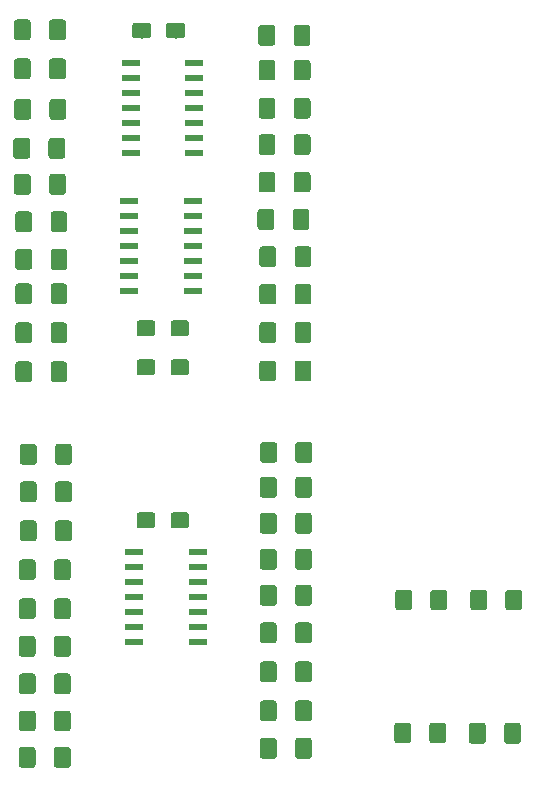
<source format=gbr>
G04 #@! TF.GenerationSoftware,KiCad,Pcbnew,(5.0.0)*
G04 #@! TF.CreationDate,2019-03-16T17:35:48-05:00*
G04 #@! TF.ProjectId,PP_UI,50505F55492E6B696361645F70636200,rev?*
G04 #@! TF.SameCoordinates,Original*
G04 #@! TF.FileFunction,Paste,Top*
G04 #@! TF.FilePolarity,Positive*
%FSLAX46Y46*%
G04 Gerber Fmt 4.6, Leading zero omitted, Abs format (unit mm)*
G04 Created by KiCad (PCBNEW (5.0.0)) date 03/16/19 17:35:48*
%MOMM*%
%LPD*%
G01*
G04 APERTURE LIST*
%ADD10R,1.500000X0.600000*%
%ADD11C,0.100000*%
%ADD12C,1.425000*%
%ADD13C,1.350000*%
G04 APERTURE END LIST*
D10*
G04 #@! TO.C,U1*
X193296450Y-101961400D03*
X193296450Y-103231400D03*
X193296450Y-104501400D03*
X193296450Y-105771400D03*
X193296450Y-107041400D03*
X193296450Y-108311400D03*
X193296450Y-109581400D03*
X187896450Y-109581400D03*
X187896450Y-108311400D03*
X187896450Y-107041400D03*
X187896450Y-105771400D03*
X187896450Y-104501400D03*
X187896450Y-103231400D03*
X187896450Y-101961400D03*
G04 #@! TD*
D11*
G04 #@! TO.C,C4*
G36*
X202997654Y-99500104D02*
X203021923Y-99503704D01*
X203045721Y-99509665D01*
X203068821Y-99517930D01*
X203090999Y-99528420D01*
X203112043Y-99541033D01*
X203131748Y-99555647D01*
X203149927Y-99572123D01*
X203166403Y-99590302D01*
X203181017Y-99610007D01*
X203193630Y-99631051D01*
X203204120Y-99653229D01*
X203212385Y-99676329D01*
X203218346Y-99700127D01*
X203221946Y-99724396D01*
X203223150Y-99748900D01*
X203223150Y-100998900D01*
X203221946Y-101023404D01*
X203218346Y-101047673D01*
X203212385Y-101071471D01*
X203204120Y-101094571D01*
X203193630Y-101116749D01*
X203181017Y-101137793D01*
X203166403Y-101157498D01*
X203149927Y-101175677D01*
X203131748Y-101192153D01*
X203112043Y-101206767D01*
X203090999Y-101219380D01*
X203068821Y-101229870D01*
X203045721Y-101238135D01*
X203021923Y-101244096D01*
X202997654Y-101247696D01*
X202973150Y-101248900D01*
X202048150Y-101248900D01*
X202023646Y-101247696D01*
X201999377Y-101244096D01*
X201975579Y-101238135D01*
X201952479Y-101229870D01*
X201930301Y-101219380D01*
X201909257Y-101206767D01*
X201889552Y-101192153D01*
X201871373Y-101175677D01*
X201854897Y-101157498D01*
X201840283Y-101137793D01*
X201827670Y-101116749D01*
X201817180Y-101094571D01*
X201808915Y-101071471D01*
X201802954Y-101047673D01*
X201799354Y-101023404D01*
X201798150Y-100998900D01*
X201798150Y-99748900D01*
X201799354Y-99724396D01*
X201802954Y-99700127D01*
X201808915Y-99676329D01*
X201817180Y-99653229D01*
X201827670Y-99631051D01*
X201840283Y-99610007D01*
X201854897Y-99590302D01*
X201871373Y-99572123D01*
X201889552Y-99555647D01*
X201909257Y-99541033D01*
X201930301Y-99528420D01*
X201952479Y-99517930D01*
X201975579Y-99509665D01*
X201999377Y-99503704D01*
X202023646Y-99500104D01*
X202048150Y-99498900D01*
X202973150Y-99498900D01*
X202997654Y-99500104D01*
X202997654Y-99500104D01*
G37*
D12*
X202510650Y-100373900D03*
D11*
G36*
X200022654Y-99500104D02*
X200046923Y-99503704D01*
X200070721Y-99509665D01*
X200093821Y-99517930D01*
X200115999Y-99528420D01*
X200137043Y-99541033D01*
X200156748Y-99555647D01*
X200174927Y-99572123D01*
X200191403Y-99590302D01*
X200206017Y-99610007D01*
X200218630Y-99631051D01*
X200229120Y-99653229D01*
X200237385Y-99676329D01*
X200243346Y-99700127D01*
X200246946Y-99724396D01*
X200248150Y-99748900D01*
X200248150Y-100998900D01*
X200246946Y-101023404D01*
X200243346Y-101047673D01*
X200237385Y-101071471D01*
X200229120Y-101094571D01*
X200218630Y-101116749D01*
X200206017Y-101137793D01*
X200191403Y-101157498D01*
X200174927Y-101175677D01*
X200156748Y-101192153D01*
X200137043Y-101206767D01*
X200115999Y-101219380D01*
X200093821Y-101229870D01*
X200070721Y-101238135D01*
X200046923Y-101244096D01*
X200022654Y-101247696D01*
X199998150Y-101248900D01*
X199073150Y-101248900D01*
X199048646Y-101247696D01*
X199024377Y-101244096D01*
X199000579Y-101238135D01*
X198977479Y-101229870D01*
X198955301Y-101219380D01*
X198934257Y-101206767D01*
X198914552Y-101192153D01*
X198896373Y-101175677D01*
X198879897Y-101157498D01*
X198865283Y-101137793D01*
X198852670Y-101116749D01*
X198842180Y-101094571D01*
X198833915Y-101071471D01*
X198827954Y-101047673D01*
X198824354Y-101023404D01*
X198823150Y-100998900D01*
X198823150Y-99748900D01*
X198824354Y-99724396D01*
X198827954Y-99700127D01*
X198833915Y-99676329D01*
X198842180Y-99653229D01*
X198852670Y-99631051D01*
X198865283Y-99610007D01*
X198879897Y-99590302D01*
X198896373Y-99572123D01*
X198914552Y-99555647D01*
X198934257Y-99541033D01*
X198955301Y-99528420D01*
X198977479Y-99517930D01*
X199000579Y-99509665D01*
X199024377Y-99503704D01*
X199048646Y-99500104D01*
X199073150Y-99498900D01*
X199998150Y-99498900D01*
X200022654Y-99500104D01*
X200022654Y-99500104D01*
G37*
D12*
X199535650Y-100373900D03*
G04 #@! TD*
D11*
G04 #@! TO.C,C3*
G36*
X202984954Y-87079504D02*
X203009223Y-87083104D01*
X203033021Y-87089065D01*
X203056121Y-87097330D01*
X203078299Y-87107820D01*
X203099343Y-87120433D01*
X203119048Y-87135047D01*
X203137227Y-87151523D01*
X203153703Y-87169702D01*
X203168317Y-87189407D01*
X203180930Y-87210451D01*
X203191420Y-87232629D01*
X203199685Y-87255729D01*
X203205646Y-87279527D01*
X203209246Y-87303796D01*
X203210450Y-87328300D01*
X203210450Y-88578300D01*
X203209246Y-88602804D01*
X203205646Y-88627073D01*
X203199685Y-88650871D01*
X203191420Y-88673971D01*
X203180930Y-88696149D01*
X203168317Y-88717193D01*
X203153703Y-88736898D01*
X203137227Y-88755077D01*
X203119048Y-88771553D01*
X203099343Y-88786167D01*
X203078299Y-88798780D01*
X203056121Y-88809270D01*
X203033021Y-88817535D01*
X203009223Y-88823496D01*
X202984954Y-88827096D01*
X202960450Y-88828300D01*
X202035450Y-88828300D01*
X202010946Y-88827096D01*
X201986677Y-88823496D01*
X201962879Y-88817535D01*
X201939779Y-88809270D01*
X201917601Y-88798780D01*
X201896557Y-88786167D01*
X201876852Y-88771553D01*
X201858673Y-88755077D01*
X201842197Y-88736898D01*
X201827583Y-88717193D01*
X201814970Y-88696149D01*
X201804480Y-88673971D01*
X201796215Y-88650871D01*
X201790254Y-88627073D01*
X201786654Y-88602804D01*
X201785450Y-88578300D01*
X201785450Y-87328300D01*
X201786654Y-87303796D01*
X201790254Y-87279527D01*
X201796215Y-87255729D01*
X201804480Y-87232629D01*
X201814970Y-87210451D01*
X201827583Y-87189407D01*
X201842197Y-87169702D01*
X201858673Y-87151523D01*
X201876852Y-87135047D01*
X201896557Y-87120433D01*
X201917601Y-87107820D01*
X201939779Y-87097330D01*
X201962879Y-87089065D01*
X201986677Y-87083104D01*
X202010946Y-87079504D01*
X202035450Y-87078300D01*
X202960450Y-87078300D01*
X202984954Y-87079504D01*
X202984954Y-87079504D01*
G37*
D12*
X202497950Y-87953300D03*
D11*
G36*
X200009954Y-87079504D02*
X200034223Y-87083104D01*
X200058021Y-87089065D01*
X200081121Y-87097330D01*
X200103299Y-87107820D01*
X200124343Y-87120433D01*
X200144048Y-87135047D01*
X200162227Y-87151523D01*
X200178703Y-87169702D01*
X200193317Y-87189407D01*
X200205930Y-87210451D01*
X200216420Y-87232629D01*
X200224685Y-87255729D01*
X200230646Y-87279527D01*
X200234246Y-87303796D01*
X200235450Y-87328300D01*
X200235450Y-88578300D01*
X200234246Y-88602804D01*
X200230646Y-88627073D01*
X200224685Y-88650871D01*
X200216420Y-88673971D01*
X200205930Y-88696149D01*
X200193317Y-88717193D01*
X200178703Y-88736898D01*
X200162227Y-88755077D01*
X200144048Y-88771553D01*
X200124343Y-88786167D01*
X200103299Y-88798780D01*
X200081121Y-88809270D01*
X200058021Y-88817535D01*
X200034223Y-88823496D01*
X200009954Y-88827096D01*
X199985450Y-88828300D01*
X199060450Y-88828300D01*
X199035946Y-88827096D01*
X199011677Y-88823496D01*
X198987879Y-88817535D01*
X198964779Y-88809270D01*
X198942601Y-88798780D01*
X198921557Y-88786167D01*
X198901852Y-88771553D01*
X198883673Y-88755077D01*
X198867197Y-88736898D01*
X198852583Y-88717193D01*
X198839970Y-88696149D01*
X198829480Y-88673971D01*
X198821215Y-88650871D01*
X198815254Y-88627073D01*
X198811654Y-88602804D01*
X198810450Y-88578300D01*
X198810450Y-87328300D01*
X198811654Y-87303796D01*
X198815254Y-87279527D01*
X198821215Y-87255729D01*
X198829480Y-87232629D01*
X198839970Y-87210451D01*
X198852583Y-87189407D01*
X198867197Y-87169702D01*
X198883673Y-87151523D01*
X198901852Y-87135047D01*
X198921557Y-87120433D01*
X198942601Y-87107820D01*
X198964779Y-87097330D01*
X198987879Y-87089065D01*
X199011677Y-87083104D01*
X199035946Y-87079504D01*
X199060450Y-87078300D01*
X199985450Y-87078300D01*
X200009954Y-87079504D01*
X200009954Y-87079504D01*
G37*
D12*
X199522950Y-87953300D03*
G04 #@! TD*
D11*
G04 #@! TO.C,C1*
G36*
X182283954Y-86609604D02*
X182308223Y-86613204D01*
X182332021Y-86619165D01*
X182355121Y-86627430D01*
X182377299Y-86637920D01*
X182398343Y-86650533D01*
X182418048Y-86665147D01*
X182436227Y-86681623D01*
X182452703Y-86699802D01*
X182467317Y-86719507D01*
X182479930Y-86740551D01*
X182490420Y-86762729D01*
X182498685Y-86785829D01*
X182504646Y-86809627D01*
X182508246Y-86833896D01*
X182509450Y-86858400D01*
X182509450Y-88108400D01*
X182508246Y-88132904D01*
X182504646Y-88157173D01*
X182498685Y-88180971D01*
X182490420Y-88204071D01*
X182479930Y-88226249D01*
X182467317Y-88247293D01*
X182452703Y-88266998D01*
X182436227Y-88285177D01*
X182418048Y-88301653D01*
X182398343Y-88316267D01*
X182377299Y-88328880D01*
X182355121Y-88339370D01*
X182332021Y-88347635D01*
X182308223Y-88353596D01*
X182283954Y-88357196D01*
X182259450Y-88358400D01*
X181334450Y-88358400D01*
X181309946Y-88357196D01*
X181285677Y-88353596D01*
X181261879Y-88347635D01*
X181238779Y-88339370D01*
X181216601Y-88328880D01*
X181195557Y-88316267D01*
X181175852Y-88301653D01*
X181157673Y-88285177D01*
X181141197Y-88266998D01*
X181126583Y-88247293D01*
X181113970Y-88226249D01*
X181103480Y-88204071D01*
X181095215Y-88180971D01*
X181089254Y-88157173D01*
X181085654Y-88132904D01*
X181084450Y-88108400D01*
X181084450Y-86858400D01*
X181085654Y-86833896D01*
X181089254Y-86809627D01*
X181095215Y-86785829D01*
X181103480Y-86762729D01*
X181113970Y-86740551D01*
X181126583Y-86719507D01*
X181141197Y-86699802D01*
X181157673Y-86681623D01*
X181175852Y-86665147D01*
X181195557Y-86650533D01*
X181216601Y-86637920D01*
X181238779Y-86627430D01*
X181261879Y-86619165D01*
X181285677Y-86613204D01*
X181309946Y-86609604D01*
X181334450Y-86608400D01*
X182259450Y-86608400D01*
X182283954Y-86609604D01*
X182283954Y-86609604D01*
G37*
D12*
X181796950Y-87483400D03*
D11*
G36*
X179308954Y-86609604D02*
X179333223Y-86613204D01*
X179357021Y-86619165D01*
X179380121Y-86627430D01*
X179402299Y-86637920D01*
X179423343Y-86650533D01*
X179443048Y-86665147D01*
X179461227Y-86681623D01*
X179477703Y-86699802D01*
X179492317Y-86719507D01*
X179504930Y-86740551D01*
X179515420Y-86762729D01*
X179523685Y-86785829D01*
X179529646Y-86809627D01*
X179533246Y-86833896D01*
X179534450Y-86858400D01*
X179534450Y-88108400D01*
X179533246Y-88132904D01*
X179529646Y-88157173D01*
X179523685Y-88180971D01*
X179515420Y-88204071D01*
X179504930Y-88226249D01*
X179492317Y-88247293D01*
X179477703Y-88266998D01*
X179461227Y-88285177D01*
X179443048Y-88301653D01*
X179423343Y-88316267D01*
X179402299Y-88328880D01*
X179380121Y-88339370D01*
X179357021Y-88347635D01*
X179333223Y-88353596D01*
X179308954Y-88357196D01*
X179284450Y-88358400D01*
X178359450Y-88358400D01*
X178334946Y-88357196D01*
X178310677Y-88353596D01*
X178286879Y-88347635D01*
X178263779Y-88339370D01*
X178241601Y-88328880D01*
X178220557Y-88316267D01*
X178200852Y-88301653D01*
X178182673Y-88285177D01*
X178166197Y-88266998D01*
X178151583Y-88247293D01*
X178138970Y-88226249D01*
X178128480Y-88204071D01*
X178120215Y-88180971D01*
X178114254Y-88157173D01*
X178110654Y-88132904D01*
X178109450Y-88108400D01*
X178109450Y-86858400D01*
X178110654Y-86833896D01*
X178114254Y-86809627D01*
X178120215Y-86785829D01*
X178128480Y-86762729D01*
X178138970Y-86740551D01*
X178151583Y-86719507D01*
X178166197Y-86699802D01*
X178182673Y-86681623D01*
X178200852Y-86665147D01*
X178220557Y-86650533D01*
X178241601Y-86637920D01*
X178263779Y-86627430D01*
X178286879Y-86619165D01*
X178310677Y-86613204D01*
X178334946Y-86609604D01*
X178359450Y-86608400D01*
X179284450Y-86608400D01*
X179308954Y-86609604D01*
X179308954Y-86609604D01*
G37*
D12*
X178821950Y-87483400D03*
G04 #@! TD*
D11*
G04 #@! TO.C,C2*
G36*
X182283954Y-99690604D02*
X182308223Y-99694204D01*
X182332021Y-99700165D01*
X182355121Y-99708430D01*
X182377299Y-99718920D01*
X182398343Y-99731533D01*
X182418048Y-99746147D01*
X182436227Y-99762623D01*
X182452703Y-99780802D01*
X182467317Y-99800507D01*
X182479930Y-99821551D01*
X182490420Y-99843729D01*
X182498685Y-99866829D01*
X182504646Y-99890627D01*
X182508246Y-99914896D01*
X182509450Y-99939400D01*
X182509450Y-101189400D01*
X182508246Y-101213904D01*
X182504646Y-101238173D01*
X182498685Y-101261971D01*
X182490420Y-101285071D01*
X182479930Y-101307249D01*
X182467317Y-101328293D01*
X182452703Y-101347998D01*
X182436227Y-101366177D01*
X182418048Y-101382653D01*
X182398343Y-101397267D01*
X182377299Y-101409880D01*
X182355121Y-101420370D01*
X182332021Y-101428635D01*
X182308223Y-101434596D01*
X182283954Y-101438196D01*
X182259450Y-101439400D01*
X181334450Y-101439400D01*
X181309946Y-101438196D01*
X181285677Y-101434596D01*
X181261879Y-101428635D01*
X181238779Y-101420370D01*
X181216601Y-101409880D01*
X181195557Y-101397267D01*
X181175852Y-101382653D01*
X181157673Y-101366177D01*
X181141197Y-101347998D01*
X181126583Y-101328293D01*
X181113970Y-101307249D01*
X181103480Y-101285071D01*
X181095215Y-101261971D01*
X181089254Y-101238173D01*
X181085654Y-101213904D01*
X181084450Y-101189400D01*
X181084450Y-99939400D01*
X181085654Y-99914896D01*
X181089254Y-99890627D01*
X181095215Y-99866829D01*
X181103480Y-99843729D01*
X181113970Y-99821551D01*
X181126583Y-99800507D01*
X181141197Y-99780802D01*
X181157673Y-99762623D01*
X181175852Y-99746147D01*
X181195557Y-99731533D01*
X181216601Y-99718920D01*
X181238779Y-99708430D01*
X181261879Y-99700165D01*
X181285677Y-99694204D01*
X181309946Y-99690604D01*
X181334450Y-99689400D01*
X182259450Y-99689400D01*
X182283954Y-99690604D01*
X182283954Y-99690604D01*
G37*
D12*
X181796950Y-100564400D03*
D11*
G36*
X179308954Y-99690604D02*
X179333223Y-99694204D01*
X179357021Y-99700165D01*
X179380121Y-99708430D01*
X179402299Y-99718920D01*
X179423343Y-99731533D01*
X179443048Y-99746147D01*
X179461227Y-99762623D01*
X179477703Y-99780802D01*
X179492317Y-99800507D01*
X179504930Y-99821551D01*
X179515420Y-99843729D01*
X179523685Y-99866829D01*
X179529646Y-99890627D01*
X179533246Y-99914896D01*
X179534450Y-99939400D01*
X179534450Y-101189400D01*
X179533246Y-101213904D01*
X179529646Y-101238173D01*
X179523685Y-101261971D01*
X179515420Y-101285071D01*
X179504930Y-101307249D01*
X179492317Y-101328293D01*
X179477703Y-101347998D01*
X179461227Y-101366177D01*
X179443048Y-101382653D01*
X179423343Y-101397267D01*
X179402299Y-101409880D01*
X179380121Y-101420370D01*
X179357021Y-101428635D01*
X179333223Y-101434596D01*
X179308954Y-101438196D01*
X179284450Y-101439400D01*
X178359450Y-101439400D01*
X178334946Y-101438196D01*
X178310677Y-101434596D01*
X178286879Y-101428635D01*
X178263779Y-101420370D01*
X178241601Y-101409880D01*
X178220557Y-101397267D01*
X178200852Y-101382653D01*
X178182673Y-101366177D01*
X178166197Y-101347998D01*
X178151583Y-101328293D01*
X178138970Y-101307249D01*
X178128480Y-101285071D01*
X178120215Y-101261971D01*
X178114254Y-101238173D01*
X178110654Y-101213904D01*
X178109450Y-101189400D01*
X178109450Y-99939400D01*
X178110654Y-99914896D01*
X178114254Y-99890627D01*
X178120215Y-99866829D01*
X178128480Y-99843729D01*
X178138970Y-99821551D01*
X178151583Y-99800507D01*
X178166197Y-99780802D01*
X178182673Y-99762623D01*
X178200852Y-99746147D01*
X178220557Y-99731533D01*
X178241601Y-99718920D01*
X178263779Y-99708430D01*
X178286879Y-99700165D01*
X178310677Y-99694204D01*
X178334946Y-99690604D01*
X178359450Y-99689400D01*
X179284450Y-99689400D01*
X179308954Y-99690604D01*
X179308954Y-99690604D01*
G37*
D12*
X178821950Y-100564400D03*
G04 #@! TD*
D11*
G04 #@! TO.C,C11*
G36*
X189484805Y-86867304D02*
X189509073Y-86870904D01*
X189532872Y-86876865D01*
X189555971Y-86885130D01*
X189578150Y-86895620D01*
X189599193Y-86908232D01*
X189618899Y-86922847D01*
X189637077Y-86939323D01*
X189653553Y-86957501D01*
X189668168Y-86977207D01*
X189680780Y-86998250D01*
X189691270Y-87020429D01*
X189699535Y-87043528D01*
X189705496Y-87067327D01*
X189709096Y-87091595D01*
X189710300Y-87116099D01*
X189710300Y-87966101D01*
X189709096Y-87990605D01*
X189705496Y-88014873D01*
X189699535Y-88038672D01*
X189691270Y-88061771D01*
X189680780Y-88083950D01*
X189668168Y-88104993D01*
X189653553Y-88124699D01*
X189637077Y-88142877D01*
X189618899Y-88159353D01*
X189599193Y-88173968D01*
X189578150Y-88186580D01*
X189555971Y-88197070D01*
X189532872Y-88205335D01*
X189509073Y-88211296D01*
X189484805Y-88214896D01*
X189460301Y-88216100D01*
X188385299Y-88216100D01*
X188360795Y-88214896D01*
X188336527Y-88211296D01*
X188312728Y-88205335D01*
X188289629Y-88197070D01*
X188267450Y-88186580D01*
X188246407Y-88173968D01*
X188226701Y-88159353D01*
X188208523Y-88142877D01*
X188192047Y-88124699D01*
X188177432Y-88104993D01*
X188164820Y-88083950D01*
X188154330Y-88061771D01*
X188146065Y-88038672D01*
X188140104Y-88014873D01*
X188136504Y-87990605D01*
X188135300Y-87966101D01*
X188135300Y-87116099D01*
X188136504Y-87091595D01*
X188140104Y-87067327D01*
X188146065Y-87043528D01*
X188154330Y-87020429D01*
X188164820Y-86998250D01*
X188177432Y-86977207D01*
X188192047Y-86957501D01*
X188208523Y-86939323D01*
X188226701Y-86922847D01*
X188246407Y-86908232D01*
X188267450Y-86895620D01*
X188289629Y-86885130D01*
X188312728Y-86876865D01*
X188336527Y-86870904D01*
X188360795Y-86867304D01*
X188385299Y-86866100D01*
X189460301Y-86866100D01*
X189484805Y-86867304D01*
X189484805Y-86867304D01*
G37*
D13*
X188922800Y-87541100D03*
D11*
G36*
X192359805Y-86867304D02*
X192384073Y-86870904D01*
X192407872Y-86876865D01*
X192430971Y-86885130D01*
X192453150Y-86895620D01*
X192474193Y-86908232D01*
X192493899Y-86922847D01*
X192512077Y-86939323D01*
X192528553Y-86957501D01*
X192543168Y-86977207D01*
X192555780Y-86998250D01*
X192566270Y-87020429D01*
X192574535Y-87043528D01*
X192580496Y-87067327D01*
X192584096Y-87091595D01*
X192585300Y-87116099D01*
X192585300Y-87966101D01*
X192584096Y-87990605D01*
X192580496Y-88014873D01*
X192574535Y-88038672D01*
X192566270Y-88061771D01*
X192555780Y-88083950D01*
X192543168Y-88104993D01*
X192528553Y-88124699D01*
X192512077Y-88142877D01*
X192493899Y-88159353D01*
X192474193Y-88173968D01*
X192453150Y-88186580D01*
X192430971Y-88197070D01*
X192407872Y-88205335D01*
X192384073Y-88211296D01*
X192359805Y-88214896D01*
X192335301Y-88216100D01*
X191260299Y-88216100D01*
X191235795Y-88214896D01*
X191211527Y-88211296D01*
X191187728Y-88205335D01*
X191164629Y-88197070D01*
X191142450Y-88186580D01*
X191121407Y-88173968D01*
X191101701Y-88159353D01*
X191083523Y-88142877D01*
X191067047Y-88124699D01*
X191052432Y-88104993D01*
X191039820Y-88083950D01*
X191029330Y-88061771D01*
X191021065Y-88038672D01*
X191015104Y-88014873D01*
X191011504Y-87990605D01*
X191010300Y-87966101D01*
X191010300Y-87116099D01*
X191011504Y-87091595D01*
X191015104Y-87067327D01*
X191021065Y-87043528D01*
X191029330Y-87020429D01*
X191039820Y-86998250D01*
X191052432Y-86977207D01*
X191067047Y-86957501D01*
X191083523Y-86939323D01*
X191101701Y-86922847D01*
X191121407Y-86908232D01*
X191142450Y-86895620D01*
X191164629Y-86885130D01*
X191187728Y-86876865D01*
X191211527Y-86870904D01*
X191235795Y-86867304D01*
X191260299Y-86866100D01*
X192335301Y-86866100D01*
X192359805Y-86867304D01*
X192359805Y-86867304D01*
G37*
D13*
X191797800Y-87541100D03*
G04 #@! TD*
D11*
G04 #@! TO.C,C12*
G36*
X189847955Y-112082604D02*
X189872223Y-112086204D01*
X189896022Y-112092165D01*
X189919121Y-112100430D01*
X189941300Y-112110920D01*
X189962343Y-112123532D01*
X189982049Y-112138147D01*
X190000227Y-112154623D01*
X190016703Y-112172801D01*
X190031318Y-112192507D01*
X190043930Y-112213550D01*
X190054420Y-112235729D01*
X190062685Y-112258828D01*
X190068646Y-112282627D01*
X190072246Y-112306895D01*
X190073450Y-112331399D01*
X190073450Y-113181401D01*
X190072246Y-113205905D01*
X190068646Y-113230173D01*
X190062685Y-113253972D01*
X190054420Y-113277071D01*
X190043930Y-113299250D01*
X190031318Y-113320293D01*
X190016703Y-113339999D01*
X190000227Y-113358177D01*
X189982049Y-113374653D01*
X189962343Y-113389268D01*
X189941300Y-113401880D01*
X189919121Y-113412370D01*
X189896022Y-113420635D01*
X189872223Y-113426596D01*
X189847955Y-113430196D01*
X189823451Y-113431400D01*
X188748449Y-113431400D01*
X188723945Y-113430196D01*
X188699677Y-113426596D01*
X188675878Y-113420635D01*
X188652779Y-113412370D01*
X188630600Y-113401880D01*
X188609557Y-113389268D01*
X188589851Y-113374653D01*
X188571673Y-113358177D01*
X188555197Y-113339999D01*
X188540582Y-113320293D01*
X188527970Y-113299250D01*
X188517480Y-113277071D01*
X188509215Y-113253972D01*
X188503254Y-113230173D01*
X188499654Y-113205905D01*
X188498450Y-113181401D01*
X188498450Y-112331399D01*
X188499654Y-112306895D01*
X188503254Y-112282627D01*
X188509215Y-112258828D01*
X188517480Y-112235729D01*
X188527970Y-112213550D01*
X188540582Y-112192507D01*
X188555197Y-112172801D01*
X188571673Y-112154623D01*
X188589851Y-112138147D01*
X188609557Y-112123532D01*
X188630600Y-112110920D01*
X188652779Y-112100430D01*
X188675878Y-112092165D01*
X188699677Y-112086204D01*
X188723945Y-112082604D01*
X188748449Y-112081400D01*
X189823451Y-112081400D01*
X189847955Y-112082604D01*
X189847955Y-112082604D01*
G37*
D13*
X189285950Y-112756400D03*
D11*
G36*
X192722955Y-112082604D02*
X192747223Y-112086204D01*
X192771022Y-112092165D01*
X192794121Y-112100430D01*
X192816300Y-112110920D01*
X192837343Y-112123532D01*
X192857049Y-112138147D01*
X192875227Y-112154623D01*
X192891703Y-112172801D01*
X192906318Y-112192507D01*
X192918930Y-112213550D01*
X192929420Y-112235729D01*
X192937685Y-112258828D01*
X192943646Y-112282627D01*
X192947246Y-112306895D01*
X192948450Y-112331399D01*
X192948450Y-113181401D01*
X192947246Y-113205905D01*
X192943646Y-113230173D01*
X192937685Y-113253972D01*
X192929420Y-113277071D01*
X192918930Y-113299250D01*
X192906318Y-113320293D01*
X192891703Y-113339999D01*
X192875227Y-113358177D01*
X192857049Y-113374653D01*
X192837343Y-113389268D01*
X192816300Y-113401880D01*
X192794121Y-113412370D01*
X192771022Y-113420635D01*
X192747223Y-113426596D01*
X192722955Y-113430196D01*
X192698451Y-113431400D01*
X191623449Y-113431400D01*
X191598945Y-113430196D01*
X191574677Y-113426596D01*
X191550878Y-113420635D01*
X191527779Y-113412370D01*
X191505600Y-113401880D01*
X191484557Y-113389268D01*
X191464851Y-113374653D01*
X191446673Y-113358177D01*
X191430197Y-113339999D01*
X191415582Y-113320293D01*
X191402970Y-113299250D01*
X191392480Y-113277071D01*
X191384215Y-113253972D01*
X191378254Y-113230173D01*
X191374654Y-113205905D01*
X191373450Y-113181401D01*
X191373450Y-112331399D01*
X191374654Y-112306895D01*
X191378254Y-112282627D01*
X191384215Y-112258828D01*
X191392480Y-112235729D01*
X191402970Y-112213550D01*
X191415582Y-112192507D01*
X191430197Y-112172801D01*
X191446673Y-112154623D01*
X191464851Y-112138147D01*
X191484557Y-112123532D01*
X191505600Y-112110920D01*
X191527779Y-112100430D01*
X191550878Y-112092165D01*
X191574677Y-112086204D01*
X191598945Y-112082604D01*
X191623449Y-112081400D01*
X192698451Y-112081400D01*
X192722955Y-112082604D01*
X192722955Y-112082604D01*
G37*
D13*
X192160950Y-112756400D03*
G04 #@! TD*
D11*
G04 #@! TO.C,R5*
G36*
X179435954Y-115565604D02*
X179460223Y-115569204D01*
X179484021Y-115575165D01*
X179507121Y-115583430D01*
X179529299Y-115593920D01*
X179550343Y-115606533D01*
X179570048Y-115621147D01*
X179588227Y-115637623D01*
X179604703Y-115655802D01*
X179619317Y-115675507D01*
X179631930Y-115696551D01*
X179642420Y-115718729D01*
X179650685Y-115741829D01*
X179656646Y-115765627D01*
X179660246Y-115789896D01*
X179661450Y-115814400D01*
X179661450Y-117064400D01*
X179660246Y-117088904D01*
X179656646Y-117113173D01*
X179650685Y-117136971D01*
X179642420Y-117160071D01*
X179631930Y-117182249D01*
X179619317Y-117203293D01*
X179604703Y-117222998D01*
X179588227Y-117241177D01*
X179570048Y-117257653D01*
X179550343Y-117272267D01*
X179529299Y-117284880D01*
X179507121Y-117295370D01*
X179484021Y-117303635D01*
X179460223Y-117309596D01*
X179435954Y-117313196D01*
X179411450Y-117314400D01*
X178486450Y-117314400D01*
X178461946Y-117313196D01*
X178437677Y-117309596D01*
X178413879Y-117303635D01*
X178390779Y-117295370D01*
X178368601Y-117284880D01*
X178347557Y-117272267D01*
X178327852Y-117257653D01*
X178309673Y-117241177D01*
X178293197Y-117222998D01*
X178278583Y-117203293D01*
X178265970Y-117182249D01*
X178255480Y-117160071D01*
X178247215Y-117136971D01*
X178241254Y-117113173D01*
X178237654Y-117088904D01*
X178236450Y-117064400D01*
X178236450Y-115814400D01*
X178237654Y-115789896D01*
X178241254Y-115765627D01*
X178247215Y-115741829D01*
X178255480Y-115718729D01*
X178265970Y-115696551D01*
X178278583Y-115675507D01*
X178293197Y-115655802D01*
X178309673Y-115637623D01*
X178327852Y-115621147D01*
X178347557Y-115606533D01*
X178368601Y-115593920D01*
X178390779Y-115583430D01*
X178413879Y-115575165D01*
X178437677Y-115569204D01*
X178461946Y-115565604D01*
X178486450Y-115564400D01*
X179411450Y-115564400D01*
X179435954Y-115565604D01*
X179435954Y-115565604D01*
G37*
D12*
X178948950Y-116439400D03*
D11*
G36*
X182410954Y-115565604D02*
X182435223Y-115569204D01*
X182459021Y-115575165D01*
X182482121Y-115583430D01*
X182504299Y-115593920D01*
X182525343Y-115606533D01*
X182545048Y-115621147D01*
X182563227Y-115637623D01*
X182579703Y-115655802D01*
X182594317Y-115675507D01*
X182606930Y-115696551D01*
X182617420Y-115718729D01*
X182625685Y-115741829D01*
X182631646Y-115765627D01*
X182635246Y-115789896D01*
X182636450Y-115814400D01*
X182636450Y-117064400D01*
X182635246Y-117088904D01*
X182631646Y-117113173D01*
X182625685Y-117136971D01*
X182617420Y-117160071D01*
X182606930Y-117182249D01*
X182594317Y-117203293D01*
X182579703Y-117222998D01*
X182563227Y-117241177D01*
X182545048Y-117257653D01*
X182525343Y-117272267D01*
X182504299Y-117284880D01*
X182482121Y-117295370D01*
X182459021Y-117303635D01*
X182435223Y-117309596D01*
X182410954Y-117313196D01*
X182386450Y-117314400D01*
X181461450Y-117314400D01*
X181436946Y-117313196D01*
X181412677Y-117309596D01*
X181388879Y-117303635D01*
X181365779Y-117295370D01*
X181343601Y-117284880D01*
X181322557Y-117272267D01*
X181302852Y-117257653D01*
X181284673Y-117241177D01*
X181268197Y-117222998D01*
X181253583Y-117203293D01*
X181240970Y-117182249D01*
X181230480Y-117160071D01*
X181222215Y-117136971D01*
X181216254Y-117113173D01*
X181212654Y-117088904D01*
X181211450Y-117064400D01*
X181211450Y-115814400D01*
X181212654Y-115789896D01*
X181216254Y-115765627D01*
X181222215Y-115741829D01*
X181230480Y-115718729D01*
X181240970Y-115696551D01*
X181253583Y-115675507D01*
X181268197Y-115655802D01*
X181284673Y-115637623D01*
X181302852Y-115621147D01*
X181322557Y-115606533D01*
X181343601Y-115593920D01*
X181365779Y-115583430D01*
X181388879Y-115575165D01*
X181412677Y-115569204D01*
X181436946Y-115565604D01*
X181461450Y-115564400D01*
X182386450Y-115564400D01*
X182410954Y-115565604D01*
X182410954Y-115565604D01*
G37*
D12*
X181923950Y-116439400D03*
G04 #@! TD*
D11*
G04 #@! TO.C,R6*
G36*
X182410954Y-108961604D02*
X182435223Y-108965204D01*
X182459021Y-108971165D01*
X182482121Y-108979430D01*
X182504299Y-108989920D01*
X182525343Y-109002533D01*
X182545048Y-109017147D01*
X182563227Y-109033623D01*
X182579703Y-109051802D01*
X182594317Y-109071507D01*
X182606930Y-109092551D01*
X182617420Y-109114729D01*
X182625685Y-109137829D01*
X182631646Y-109161627D01*
X182635246Y-109185896D01*
X182636450Y-109210400D01*
X182636450Y-110460400D01*
X182635246Y-110484904D01*
X182631646Y-110509173D01*
X182625685Y-110532971D01*
X182617420Y-110556071D01*
X182606930Y-110578249D01*
X182594317Y-110599293D01*
X182579703Y-110618998D01*
X182563227Y-110637177D01*
X182545048Y-110653653D01*
X182525343Y-110668267D01*
X182504299Y-110680880D01*
X182482121Y-110691370D01*
X182459021Y-110699635D01*
X182435223Y-110705596D01*
X182410954Y-110709196D01*
X182386450Y-110710400D01*
X181461450Y-110710400D01*
X181436946Y-110709196D01*
X181412677Y-110705596D01*
X181388879Y-110699635D01*
X181365779Y-110691370D01*
X181343601Y-110680880D01*
X181322557Y-110668267D01*
X181302852Y-110653653D01*
X181284673Y-110637177D01*
X181268197Y-110618998D01*
X181253583Y-110599293D01*
X181240970Y-110578249D01*
X181230480Y-110556071D01*
X181222215Y-110532971D01*
X181216254Y-110509173D01*
X181212654Y-110484904D01*
X181211450Y-110460400D01*
X181211450Y-109210400D01*
X181212654Y-109185896D01*
X181216254Y-109161627D01*
X181222215Y-109137829D01*
X181230480Y-109114729D01*
X181240970Y-109092551D01*
X181253583Y-109071507D01*
X181268197Y-109051802D01*
X181284673Y-109033623D01*
X181302852Y-109017147D01*
X181322557Y-109002533D01*
X181343601Y-108989920D01*
X181365779Y-108979430D01*
X181388879Y-108971165D01*
X181412677Y-108965204D01*
X181436946Y-108961604D01*
X181461450Y-108960400D01*
X182386450Y-108960400D01*
X182410954Y-108961604D01*
X182410954Y-108961604D01*
G37*
D12*
X181923950Y-109835400D03*
D11*
G36*
X179435954Y-108961604D02*
X179460223Y-108965204D01*
X179484021Y-108971165D01*
X179507121Y-108979430D01*
X179529299Y-108989920D01*
X179550343Y-109002533D01*
X179570048Y-109017147D01*
X179588227Y-109033623D01*
X179604703Y-109051802D01*
X179619317Y-109071507D01*
X179631930Y-109092551D01*
X179642420Y-109114729D01*
X179650685Y-109137829D01*
X179656646Y-109161627D01*
X179660246Y-109185896D01*
X179661450Y-109210400D01*
X179661450Y-110460400D01*
X179660246Y-110484904D01*
X179656646Y-110509173D01*
X179650685Y-110532971D01*
X179642420Y-110556071D01*
X179631930Y-110578249D01*
X179619317Y-110599293D01*
X179604703Y-110618998D01*
X179588227Y-110637177D01*
X179570048Y-110653653D01*
X179550343Y-110668267D01*
X179529299Y-110680880D01*
X179507121Y-110691370D01*
X179484021Y-110699635D01*
X179460223Y-110705596D01*
X179435954Y-110709196D01*
X179411450Y-110710400D01*
X178486450Y-110710400D01*
X178461946Y-110709196D01*
X178437677Y-110705596D01*
X178413879Y-110699635D01*
X178390779Y-110691370D01*
X178368601Y-110680880D01*
X178347557Y-110668267D01*
X178327852Y-110653653D01*
X178309673Y-110637177D01*
X178293197Y-110618998D01*
X178278583Y-110599293D01*
X178265970Y-110578249D01*
X178255480Y-110556071D01*
X178247215Y-110532971D01*
X178241254Y-110509173D01*
X178237654Y-110484904D01*
X178236450Y-110460400D01*
X178236450Y-109210400D01*
X178237654Y-109185896D01*
X178241254Y-109161627D01*
X178247215Y-109137829D01*
X178255480Y-109114729D01*
X178265970Y-109092551D01*
X178278583Y-109071507D01*
X178293197Y-109051802D01*
X178309673Y-109033623D01*
X178327852Y-109017147D01*
X178347557Y-109002533D01*
X178368601Y-108989920D01*
X178390779Y-108979430D01*
X178413879Y-108971165D01*
X178437677Y-108965204D01*
X178461946Y-108961604D01*
X178486450Y-108960400D01*
X179411450Y-108960400D01*
X179435954Y-108961604D01*
X179435954Y-108961604D01*
G37*
D12*
X178948950Y-109835400D03*
G04 #@! TD*
D11*
G04 #@! TO.C,R2*
G36*
X182238590Y-96642604D02*
X182262859Y-96646204D01*
X182286657Y-96652165D01*
X182309757Y-96660430D01*
X182331935Y-96670920D01*
X182352979Y-96683533D01*
X182372684Y-96698147D01*
X182390863Y-96714623D01*
X182407339Y-96732802D01*
X182421953Y-96752507D01*
X182434566Y-96773551D01*
X182445056Y-96795729D01*
X182453321Y-96818829D01*
X182459282Y-96842627D01*
X182462882Y-96866896D01*
X182464086Y-96891400D01*
X182464086Y-98141400D01*
X182462882Y-98165904D01*
X182459282Y-98190173D01*
X182453321Y-98213971D01*
X182445056Y-98237071D01*
X182434566Y-98259249D01*
X182421953Y-98280293D01*
X182407339Y-98299998D01*
X182390863Y-98318177D01*
X182372684Y-98334653D01*
X182352979Y-98349267D01*
X182331935Y-98361880D01*
X182309757Y-98372370D01*
X182286657Y-98380635D01*
X182262859Y-98386596D01*
X182238590Y-98390196D01*
X182214086Y-98391400D01*
X181289086Y-98391400D01*
X181264582Y-98390196D01*
X181240313Y-98386596D01*
X181216515Y-98380635D01*
X181193415Y-98372370D01*
X181171237Y-98361880D01*
X181150193Y-98349267D01*
X181130488Y-98334653D01*
X181112309Y-98318177D01*
X181095833Y-98299998D01*
X181081219Y-98280293D01*
X181068606Y-98259249D01*
X181058116Y-98237071D01*
X181049851Y-98213971D01*
X181043890Y-98190173D01*
X181040290Y-98165904D01*
X181039086Y-98141400D01*
X181039086Y-96891400D01*
X181040290Y-96866896D01*
X181043890Y-96842627D01*
X181049851Y-96818829D01*
X181058116Y-96795729D01*
X181068606Y-96773551D01*
X181081219Y-96752507D01*
X181095833Y-96732802D01*
X181112309Y-96714623D01*
X181130488Y-96698147D01*
X181150193Y-96683533D01*
X181171237Y-96670920D01*
X181193415Y-96660430D01*
X181216515Y-96652165D01*
X181240313Y-96646204D01*
X181264582Y-96642604D01*
X181289086Y-96641400D01*
X182214086Y-96641400D01*
X182238590Y-96642604D01*
X182238590Y-96642604D01*
G37*
D12*
X181751586Y-97516400D03*
D11*
G36*
X179263590Y-96642604D02*
X179287859Y-96646204D01*
X179311657Y-96652165D01*
X179334757Y-96660430D01*
X179356935Y-96670920D01*
X179377979Y-96683533D01*
X179397684Y-96698147D01*
X179415863Y-96714623D01*
X179432339Y-96732802D01*
X179446953Y-96752507D01*
X179459566Y-96773551D01*
X179470056Y-96795729D01*
X179478321Y-96818829D01*
X179484282Y-96842627D01*
X179487882Y-96866896D01*
X179489086Y-96891400D01*
X179489086Y-98141400D01*
X179487882Y-98165904D01*
X179484282Y-98190173D01*
X179478321Y-98213971D01*
X179470056Y-98237071D01*
X179459566Y-98259249D01*
X179446953Y-98280293D01*
X179432339Y-98299998D01*
X179415863Y-98318177D01*
X179397684Y-98334653D01*
X179377979Y-98349267D01*
X179356935Y-98361880D01*
X179334757Y-98372370D01*
X179311657Y-98380635D01*
X179287859Y-98386596D01*
X179263590Y-98390196D01*
X179239086Y-98391400D01*
X178314086Y-98391400D01*
X178289582Y-98390196D01*
X178265313Y-98386596D01*
X178241515Y-98380635D01*
X178218415Y-98372370D01*
X178196237Y-98361880D01*
X178175193Y-98349267D01*
X178155488Y-98334653D01*
X178137309Y-98318177D01*
X178120833Y-98299998D01*
X178106219Y-98280293D01*
X178093606Y-98259249D01*
X178083116Y-98237071D01*
X178074851Y-98213971D01*
X178068890Y-98190173D01*
X178065290Y-98165904D01*
X178064086Y-98141400D01*
X178064086Y-96891400D01*
X178065290Y-96866896D01*
X178068890Y-96842627D01*
X178074851Y-96818829D01*
X178083116Y-96795729D01*
X178093606Y-96773551D01*
X178106219Y-96752507D01*
X178120833Y-96732802D01*
X178137309Y-96714623D01*
X178155488Y-96698147D01*
X178175193Y-96683533D01*
X178196237Y-96670920D01*
X178218415Y-96660430D01*
X178241515Y-96652165D01*
X178265313Y-96646204D01*
X178289582Y-96642604D01*
X178314086Y-96641400D01*
X179239086Y-96641400D01*
X179263590Y-96642604D01*
X179263590Y-96642604D01*
G37*
D12*
X178776586Y-97516400D03*
G04 #@! TD*
D11*
G04 #@! TO.C,R3*
G36*
X202997654Y-90013204D02*
X203021923Y-90016804D01*
X203045721Y-90022765D01*
X203068821Y-90031030D01*
X203090999Y-90041520D01*
X203112043Y-90054133D01*
X203131748Y-90068747D01*
X203149927Y-90085223D01*
X203166403Y-90103402D01*
X203181017Y-90123107D01*
X203193630Y-90144151D01*
X203204120Y-90166329D01*
X203212385Y-90189429D01*
X203218346Y-90213227D01*
X203221946Y-90237496D01*
X203223150Y-90262000D01*
X203223150Y-91512000D01*
X203221946Y-91536504D01*
X203218346Y-91560773D01*
X203212385Y-91584571D01*
X203204120Y-91607671D01*
X203193630Y-91629849D01*
X203181017Y-91650893D01*
X203166403Y-91670598D01*
X203149927Y-91688777D01*
X203131748Y-91705253D01*
X203112043Y-91719867D01*
X203090999Y-91732480D01*
X203068821Y-91742970D01*
X203045721Y-91751235D01*
X203021923Y-91757196D01*
X202997654Y-91760796D01*
X202973150Y-91762000D01*
X202048150Y-91762000D01*
X202023646Y-91760796D01*
X201999377Y-91757196D01*
X201975579Y-91751235D01*
X201952479Y-91742970D01*
X201930301Y-91732480D01*
X201909257Y-91719867D01*
X201889552Y-91705253D01*
X201871373Y-91688777D01*
X201854897Y-91670598D01*
X201840283Y-91650893D01*
X201827670Y-91629849D01*
X201817180Y-91607671D01*
X201808915Y-91584571D01*
X201802954Y-91560773D01*
X201799354Y-91536504D01*
X201798150Y-91512000D01*
X201798150Y-90262000D01*
X201799354Y-90237496D01*
X201802954Y-90213227D01*
X201808915Y-90189429D01*
X201817180Y-90166329D01*
X201827670Y-90144151D01*
X201840283Y-90123107D01*
X201854897Y-90103402D01*
X201871373Y-90085223D01*
X201889552Y-90068747D01*
X201909257Y-90054133D01*
X201930301Y-90041520D01*
X201952479Y-90031030D01*
X201975579Y-90022765D01*
X201999377Y-90016804D01*
X202023646Y-90013204D01*
X202048150Y-90012000D01*
X202973150Y-90012000D01*
X202997654Y-90013204D01*
X202997654Y-90013204D01*
G37*
D12*
X202510650Y-90887000D03*
D11*
G36*
X200022654Y-90013204D02*
X200046923Y-90016804D01*
X200070721Y-90022765D01*
X200093821Y-90031030D01*
X200115999Y-90041520D01*
X200137043Y-90054133D01*
X200156748Y-90068747D01*
X200174927Y-90085223D01*
X200191403Y-90103402D01*
X200206017Y-90123107D01*
X200218630Y-90144151D01*
X200229120Y-90166329D01*
X200237385Y-90189429D01*
X200243346Y-90213227D01*
X200246946Y-90237496D01*
X200248150Y-90262000D01*
X200248150Y-91512000D01*
X200246946Y-91536504D01*
X200243346Y-91560773D01*
X200237385Y-91584571D01*
X200229120Y-91607671D01*
X200218630Y-91629849D01*
X200206017Y-91650893D01*
X200191403Y-91670598D01*
X200174927Y-91688777D01*
X200156748Y-91705253D01*
X200137043Y-91719867D01*
X200115999Y-91732480D01*
X200093821Y-91742970D01*
X200070721Y-91751235D01*
X200046923Y-91757196D01*
X200022654Y-91760796D01*
X199998150Y-91762000D01*
X199073150Y-91762000D01*
X199048646Y-91760796D01*
X199024377Y-91757196D01*
X199000579Y-91751235D01*
X198977479Y-91742970D01*
X198955301Y-91732480D01*
X198934257Y-91719867D01*
X198914552Y-91705253D01*
X198896373Y-91688777D01*
X198879897Y-91670598D01*
X198865283Y-91650893D01*
X198852670Y-91629849D01*
X198842180Y-91607671D01*
X198833915Y-91584571D01*
X198827954Y-91560773D01*
X198824354Y-91536504D01*
X198823150Y-91512000D01*
X198823150Y-90262000D01*
X198824354Y-90237496D01*
X198827954Y-90213227D01*
X198833915Y-90189429D01*
X198842180Y-90166329D01*
X198852670Y-90144151D01*
X198865283Y-90123107D01*
X198879897Y-90103402D01*
X198896373Y-90085223D01*
X198914552Y-90068747D01*
X198934257Y-90054133D01*
X198955301Y-90041520D01*
X198977479Y-90031030D01*
X199000579Y-90022765D01*
X199024377Y-90016804D01*
X199048646Y-90013204D01*
X199073150Y-90012000D01*
X199998150Y-90012000D01*
X200022654Y-90013204D01*
X200022654Y-90013204D01*
G37*
D12*
X199535650Y-90887000D03*
G04 #@! TD*
D11*
G04 #@! TO.C,R4*
G36*
X202997654Y-96337804D02*
X203021923Y-96341404D01*
X203045721Y-96347365D01*
X203068821Y-96355630D01*
X203090999Y-96366120D01*
X203112043Y-96378733D01*
X203131748Y-96393347D01*
X203149927Y-96409823D01*
X203166403Y-96428002D01*
X203181017Y-96447707D01*
X203193630Y-96468751D01*
X203204120Y-96490929D01*
X203212385Y-96514029D01*
X203218346Y-96537827D01*
X203221946Y-96562096D01*
X203223150Y-96586600D01*
X203223150Y-97836600D01*
X203221946Y-97861104D01*
X203218346Y-97885373D01*
X203212385Y-97909171D01*
X203204120Y-97932271D01*
X203193630Y-97954449D01*
X203181017Y-97975493D01*
X203166403Y-97995198D01*
X203149927Y-98013377D01*
X203131748Y-98029853D01*
X203112043Y-98044467D01*
X203090999Y-98057080D01*
X203068821Y-98067570D01*
X203045721Y-98075835D01*
X203021923Y-98081796D01*
X202997654Y-98085396D01*
X202973150Y-98086600D01*
X202048150Y-98086600D01*
X202023646Y-98085396D01*
X201999377Y-98081796D01*
X201975579Y-98075835D01*
X201952479Y-98067570D01*
X201930301Y-98057080D01*
X201909257Y-98044467D01*
X201889552Y-98029853D01*
X201871373Y-98013377D01*
X201854897Y-97995198D01*
X201840283Y-97975493D01*
X201827670Y-97954449D01*
X201817180Y-97932271D01*
X201808915Y-97909171D01*
X201802954Y-97885373D01*
X201799354Y-97861104D01*
X201798150Y-97836600D01*
X201798150Y-96586600D01*
X201799354Y-96562096D01*
X201802954Y-96537827D01*
X201808915Y-96514029D01*
X201817180Y-96490929D01*
X201827670Y-96468751D01*
X201840283Y-96447707D01*
X201854897Y-96428002D01*
X201871373Y-96409823D01*
X201889552Y-96393347D01*
X201909257Y-96378733D01*
X201930301Y-96366120D01*
X201952479Y-96355630D01*
X201975579Y-96347365D01*
X201999377Y-96341404D01*
X202023646Y-96337804D01*
X202048150Y-96336600D01*
X202973150Y-96336600D01*
X202997654Y-96337804D01*
X202997654Y-96337804D01*
G37*
D12*
X202510650Y-97211600D03*
D11*
G36*
X200022654Y-96337804D02*
X200046923Y-96341404D01*
X200070721Y-96347365D01*
X200093821Y-96355630D01*
X200115999Y-96366120D01*
X200137043Y-96378733D01*
X200156748Y-96393347D01*
X200174927Y-96409823D01*
X200191403Y-96428002D01*
X200206017Y-96447707D01*
X200218630Y-96468751D01*
X200229120Y-96490929D01*
X200237385Y-96514029D01*
X200243346Y-96537827D01*
X200246946Y-96562096D01*
X200248150Y-96586600D01*
X200248150Y-97836600D01*
X200246946Y-97861104D01*
X200243346Y-97885373D01*
X200237385Y-97909171D01*
X200229120Y-97932271D01*
X200218630Y-97954449D01*
X200206017Y-97975493D01*
X200191403Y-97995198D01*
X200174927Y-98013377D01*
X200156748Y-98029853D01*
X200137043Y-98044467D01*
X200115999Y-98057080D01*
X200093821Y-98067570D01*
X200070721Y-98075835D01*
X200046923Y-98081796D01*
X200022654Y-98085396D01*
X199998150Y-98086600D01*
X199073150Y-98086600D01*
X199048646Y-98085396D01*
X199024377Y-98081796D01*
X199000579Y-98075835D01*
X198977479Y-98067570D01*
X198955301Y-98057080D01*
X198934257Y-98044467D01*
X198914552Y-98029853D01*
X198896373Y-98013377D01*
X198879897Y-97995198D01*
X198865283Y-97975493D01*
X198852670Y-97954449D01*
X198842180Y-97932271D01*
X198833915Y-97909171D01*
X198827954Y-97885373D01*
X198824354Y-97861104D01*
X198823150Y-97836600D01*
X198823150Y-96586600D01*
X198824354Y-96562096D01*
X198827954Y-96537827D01*
X198833915Y-96514029D01*
X198842180Y-96490929D01*
X198852670Y-96468751D01*
X198865283Y-96447707D01*
X198879897Y-96428002D01*
X198896373Y-96409823D01*
X198914552Y-96393347D01*
X198934257Y-96378733D01*
X198955301Y-96366120D01*
X198977479Y-96355630D01*
X199000579Y-96347365D01*
X199024377Y-96341404D01*
X199048646Y-96337804D01*
X199073150Y-96336600D01*
X199998150Y-96336600D01*
X200022654Y-96337804D01*
X200022654Y-96337804D01*
G37*
D12*
X199535650Y-97211600D03*
G04 #@! TD*
D11*
G04 #@! TO.C,R1*
G36*
X179308954Y-89911604D02*
X179333223Y-89915204D01*
X179357021Y-89921165D01*
X179380121Y-89929430D01*
X179402299Y-89939920D01*
X179423343Y-89952533D01*
X179443048Y-89967147D01*
X179461227Y-89983623D01*
X179477703Y-90001802D01*
X179492317Y-90021507D01*
X179504930Y-90042551D01*
X179515420Y-90064729D01*
X179523685Y-90087829D01*
X179529646Y-90111627D01*
X179533246Y-90135896D01*
X179534450Y-90160400D01*
X179534450Y-91410400D01*
X179533246Y-91434904D01*
X179529646Y-91459173D01*
X179523685Y-91482971D01*
X179515420Y-91506071D01*
X179504930Y-91528249D01*
X179492317Y-91549293D01*
X179477703Y-91568998D01*
X179461227Y-91587177D01*
X179443048Y-91603653D01*
X179423343Y-91618267D01*
X179402299Y-91630880D01*
X179380121Y-91641370D01*
X179357021Y-91649635D01*
X179333223Y-91655596D01*
X179308954Y-91659196D01*
X179284450Y-91660400D01*
X178359450Y-91660400D01*
X178334946Y-91659196D01*
X178310677Y-91655596D01*
X178286879Y-91649635D01*
X178263779Y-91641370D01*
X178241601Y-91630880D01*
X178220557Y-91618267D01*
X178200852Y-91603653D01*
X178182673Y-91587177D01*
X178166197Y-91568998D01*
X178151583Y-91549293D01*
X178138970Y-91528249D01*
X178128480Y-91506071D01*
X178120215Y-91482971D01*
X178114254Y-91459173D01*
X178110654Y-91434904D01*
X178109450Y-91410400D01*
X178109450Y-90160400D01*
X178110654Y-90135896D01*
X178114254Y-90111627D01*
X178120215Y-90087829D01*
X178128480Y-90064729D01*
X178138970Y-90042551D01*
X178151583Y-90021507D01*
X178166197Y-90001802D01*
X178182673Y-89983623D01*
X178200852Y-89967147D01*
X178220557Y-89952533D01*
X178241601Y-89939920D01*
X178263779Y-89929430D01*
X178286879Y-89921165D01*
X178310677Y-89915204D01*
X178334946Y-89911604D01*
X178359450Y-89910400D01*
X179284450Y-89910400D01*
X179308954Y-89911604D01*
X179308954Y-89911604D01*
G37*
D12*
X178821950Y-90785400D03*
D11*
G36*
X182283954Y-89911604D02*
X182308223Y-89915204D01*
X182332021Y-89921165D01*
X182355121Y-89929430D01*
X182377299Y-89939920D01*
X182398343Y-89952533D01*
X182418048Y-89967147D01*
X182436227Y-89983623D01*
X182452703Y-90001802D01*
X182467317Y-90021507D01*
X182479930Y-90042551D01*
X182490420Y-90064729D01*
X182498685Y-90087829D01*
X182504646Y-90111627D01*
X182508246Y-90135896D01*
X182509450Y-90160400D01*
X182509450Y-91410400D01*
X182508246Y-91434904D01*
X182504646Y-91459173D01*
X182498685Y-91482971D01*
X182490420Y-91506071D01*
X182479930Y-91528249D01*
X182467317Y-91549293D01*
X182452703Y-91568998D01*
X182436227Y-91587177D01*
X182418048Y-91603653D01*
X182398343Y-91618267D01*
X182377299Y-91630880D01*
X182355121Y-91641370D01*
X182332021Y-91649635D01*
X182308223Y-91655596D01*
X182283954Y-91659196D01*
X182259450Y-91660400D01*
X181334450Y-91660400D01*
X181309946Y-91659196D01*
X181285677Y-91655596D01*
X181261879Y-91649635D01*
X181238779Y-91641370D01*
X181216601Y-91630880D01*
X181195557Y-91618267D01*
X181175852Y-91603653D01*
X181157673Y-91587177D01*
X181141197Y-91568998D01*
X181126583Y-91549293D01*
X181113970Y-91528249D01*
X181103480Y-91506071D01*
X181095215Y-91482971D01*
X181089254Y-91459173D01*
X181085654Y-91434904D01*
X181084450Y-91410400D01*
X181084450Y-90160400D01*
X181085654Y-90135896D01*
X181089254Y-90111627D01*
X181095215Y-90087829D01*
X181103480Y-90064729D01*
X181113970Y-90042551D01*
X181126583Y-90021507D01*
X181141197Y-90001802D01*
X181157673Y-89983623D01*
X181175852Y-89967147D01*
X181195557Y-89952533D01*
X181216601Y-89939920D01*
X181238779Y-89929430D01*
X181261879Y-89921165D01*
X181285677Y-89915204D01*
X181309946Y-89911604D01*
X181334450Y-89910400D01*
X182259450Y-89910400D01*
X182283954Y-89911604D01*
X182283954Y-89911604D01*
G37*
D12*
X181796950Y-90785400D03*
G04 #@! TD*
D11*
G04 #@! TO.C,R13*
G36*
X182320454Y-93340604D02*
X182344723Y-93344204D01*
X182368521Y-93350165D01*
X182391621Y-93358430D01*
X182413799Y-93368920D01*
X182434843Y-93381533D01*
X182454548Y-93396147D01*
X182472727Y-93412623D01*
X182489203Y-93430802D01*
X182503817Y-93450507D01*
X182516430Y-93471551D01*
X182526920Y-93493729D01*
X182535185Y-93516829D01*
X182541146Y-93540627D01*
X182544746Y-93564896D01*
X182545950Y-93589400D01*
X182545950Y-94839400D01*
X182544746Y-94863904D01*
X182541146Y-94888173D01*
X182535185Y-94911971D01*
X182526920Y-94935071D01*
X182516430Y-94957249D01*
X182503817Y-94978293D01*
X182489203Y-94997998D01*
X182472727Y-95016177D01*
X182454548Y-95032653D01*
X182434843Y-95047267D01*
X182413799Y-95059880D01*
X182391621Y-95070370D01*
X182368521Y-95078635D01*
X182344723Y-95084596D01*
X182320454Y-95088196D01*
X182295950Y-95089400D01*
X181370950Y-95089400D01*
X181346446Y-95088196D01*
X181322177Y-95084596D01*
X181298379Y-95078635D01*
X181275279Y-95070370D01*
X181253101Y-95059880D01*
X181232057Y-95047267D01*
X181212352Y-95032653D01*
X181194173Y-95016177D01*
X181177697Y-94997998D01*
X181163083Y-94978293D01*
X181150470Y-94957249D01*
X181139980Y-94935071D01*
X181131715Y-94911971D01*
X181125754Y-94888173D01*
X181122154Y-94863904D01*
X181120950Y-94839400D01*
X181120950Y-93589400D01*
X181122154Y-93564896D01*
X181125754Y-93540627D01*
X181131715Y-93516829D01*
X181139980Y-93493729D01*
X181150470Y-93471551D01*
X181163083Y-93450507D01*
X181177697Y-93430802D01*
X181194173Y-93412623D01*
X181212352Y-93396147D01*
X181232057Y-93381533D01*
X181253101Y-93368920D01*
X181275279Y-93358430D01*
X181298379Y-93350165D01*
X181322177Y-93344204D01*
X181346446Y-93340604D01*
X181370950Y-93339400D01*
X182295950Y-93339400D01*
X182320454Y-93340604D01*
X182320454Y-93340604D01*
G37*
D12*
X181833450Y-94214400D03*
D11*
G36*
X179345454Y-93340604D02*
X179369723Y-93344204D01*
X179393521Y-93350165D01*
X179416621Y-93358430D01*
X179438799Y-93368920D01*
X179459843Y-93381533D01*
X179479548Y-93396147D01*
X179497727Y-93412623D01*
X179514203Y-93430802D01*
X179528817Y-93450507D01*
X179541430Y-93471551D01*
X179551920Y-93493729D01*
X179560185Y-93516829D01*
X179566146Y-93540627D01*
X179569746Y-93564896D01*
X179570950Y-93589400D01*
X179570950Y-94839400D01*
X179569746Y-94863904D01*
X179566146Y-94888173D01*
X179560185Y-94911971D01*
X179551920Y-94935071D01*
X179541430Y-94957249D01*
X179528817Y-94978293D01*
X179514203Y-94997998D01*
X179497727Y-95016177D01*
X179479548Y-95032653D01*
X179459843Y-95047267D01*
X179438799Y-95059880D01*
X179416621Y-95070370D01*
X179393521Y-95078635D01*
X179369723Y-95084596D01*
X179345454Y-95088196D01*
X179320950Y-95089400D01*
X178395950Y-95089400D01*
X178371446Y-95088196D01*
X178347177Y-95084596D01*
X178323379Y-95078635D01*
X178300279Y-95070370D01*
X178278101Y-95059880D01*
X178257057Y-95047267D01*
X178237352Y-95032653D01*
X178219173Y-95016177D01*
X178202697Y-94997998D01*
X178188083Y-94978293D01*
X178175470Y-94957249D01*
X178164980Y-94935071D01*
X178156715Y-94911971D01*
X178150754Y-94888173D01*
X178147154Y-94863904D01*
X178145950Y-94839400D01*
X178145950Y-93589400D01*
X178147154Y-93564896D01*
X178150754Y-93540627D01*
X178156715Y-93516829D01*
X178164980Y-93493729D01*
X178175470Y-93471551D01*
X178188083Y-93450507D01*
X178202697Y-93430802D01*
X178219173Y-93412623D01*
X178237352Y-93396147D01*
X178257057Y-93381533D01*
X178278101Y-93368920D01*
X178300279Y-93358430D01*
X178323379Y-93350165D01*
X178347177Y-93344204D01*
X178371446Y-93340604D01*
X178395950Y-93339400D01*
X179320950Y-93339400D01*
X179345454Y-93340604D01*
X179345454Y-93340604D01*
G37*
D12*
X178858450Y-94214400D03*
G04 #@! TD*
D11*
G04 #@! TO.C,R16*
G36*
X202908754Y-102662404D02*
X202933023Y-102666004D01*
X202956821Y-102671965D01*
X202979921Y-102680230D01*
X203002099Y-102690720D01*
X203023143Y-102703333D01*
X203042848Y-102717947D01*
X203061027Y-102734423D01*
X203077503Y-102752602D01*
X203092117Y-102772307D01*
X203104730Y-102793351D01*
X203115220Y-102815529D01*
X203123485Y-102838629D01*
X203129446Y-102862427D01*
X203133046Y-102886696D01*
X203134250Y-102911200D01*
X203134250Y-104161200D01*
X203133046Y-104185704D01*
X203129446Y-104209973D01*
X203123485Y-104233771D01*
X203115220Y-104256871D01*
X203104730Y-104279049D01*
X203092117Y-104300093D01*
X203077503Y-104319798D01*
X203061027Y-104337977D01*
X203042848Y-104354453D01*
X203023143Y-104369067D01*
X203002099Y-104381680D01*
X202979921Y-104392170D01*
X202956821Y-104400435D01*
X202933023Y-104406396D01*
X202908754Y-104409996D01*
X202884250Y-104411200D01*
X201959250Y-104411200D01*
X201934746Y-104409996D01*
X201910477Y-104406396D01*
X201886679Y-104400435D01*
X201863579Y-104392170D01*
X201841401Y-104381680D01*
X201820357Y-104369067D01*
X201800652Y-104354453D01*
X201782473Y-104337977D01*
X201765997Y-104319798D01*
X201751383Y-104300093D01*
X201738770Y-104279049D01*
X201728280Y-104256871D01*
X201720015Y-104233771D01*
X201714054Y-104209973D01*
X201710454Y-104185704D01*
X201709250Y-104161200D01*
X201709250Y-102911200D01*
X201710454Y-102886696D01*
X201714054Y-102862427D01*
X201720015Y-102838629D01*
X201728280Y-102815529D01*
X201738770Y-102793351D01*
X201751383Y-102772307D01*
X201765997Y-102752602D01*
X201782473Y-102734423D01*
X201800652Y-102717947D01*
X201820357Y-102703333D01*
X201841401Y-102690720D01*
X201863579Y-102680230D01*
X201886679Y-102671965D01*
X201910477Y-102666004D01*
X201934746Y-102662404D01*
X201959250Y-102661200D01*
X202884250Y-102661200D01*
X202908754Y-102662404D01*
X202908754Y-102662404D01*
G37*
D12*
X202421750Y-103536200D03*
D11*
G36*
X199933754Y-102662404D02*
X199958023Y-102666004D01*
X199981821Y-102671965D01*
X200004921Y-102680230D01*
X200027099Y-102690720D01*
X200048143Y-102703333D01*
X200067848Y-102717947D01*
X200086027Y-102734423D01*
X200102503Y-102752602D01*
X200117117Y-102772307D01*
X200129730Y-102793351D01*
X200140220Y-102815529D01*
X200148485Y-102838629D01*
X200154446Y-102862427D01*
X200158046Y-102886696D01*
X200159250Y-102911200D01*
X200159250Y-104161200D01*
X200158046Y-104185704D01*
X200154446Y-104209973D01*
X200148485Y-104233771D01*
X200140220Y-104256871D01*
X200129730Y-104279049D01*
X200117117Y-104300093D01*
X200102503Y-104319798D01*
X200086027Y-104337977D01*
X200067848Y-104354453D01*
X200048143Y-104369067D01*
X200027099Y-104381680D01*
X200004921Y-104392170D01*
X199981821Y-104400435D01*
X199958023Y-104406396D01*
X199933754Y-104409996D01*
X199909250Y-104411200D01*
X198984250Y-104411200D01*
X198959746Y-104409996D01*
X198935477Y-104406396D01*
X198911679Y-104400435D01*
X198888579Y-104392170D01*
X198866401Y-104381680D01*
X198845357Y-104369067D01*
X198825652Y-104354453D01*
X198807473Y-104337977D01*
X198790997Y-104319798D01*
X198776383Y-104300093D01*
X198763770Y-104279049D01*
X198753280Y-104256871D01*
X198745015Y-104233771D01*
X198739054Y-104209973D01*
X198735454Y-104185704D01*
X198734250Y-104161200D01*
X198734250Y-102911200D01*
X198735454Y-102886696D01*
X198739054Y-102862427D01*
X198745015Y-102838629D01*
X198753280Y-102815529D01*
X198763770Y-102793351D01*
X198776383Y-102772307D01*
X198790997Y-102752602D01*
X198807473Y-102734423D01*
X198825652Y-102717947D01*
X198845357Y-102703333D01*
X198866401Y-102690720D01*
X198888579Y-102680230D01*
X198911679Y-102671965D01*
X198935477Y-102666004D01*
X198959746Y-102662404D01*
X198984250Y-102661200D01*
X199909250Y-102661200D01*
X199933754Y-102662404D01*
X199933754Y-102662404D01*
G37*
D12*
X199446750Y-103536200D03*
G04 #@! TD*
D11*
G04 #@! TO.C,R11*
G36*
X203073854Y-112238204D02*
X203098123Y-112241804D01*
X203121921Y-112247765D01*
X203145021Y-112256030D01*
X203167199Y-112266520D01*
X203188243Y-112279133D01*
X203207948Y-112293747D01*
X203226127Y-112310223D01*
X203242603Y-112328402D01*
X203257217Y-112348107D01*
X203269830Y-112369151D01*
X203280320Y-112391329D01*
X203288585Y-112414429D01*
X203294546Y-112438227D01*
X203298146Y-112462496D01*
X203299350Y-112487000D01*
X203299350Y-113737000D01*
X203298146Y-113761504D01*
X203294546Y-113785773D01*
X203288585Y-113809571D01*
X203280320Y-113832671D01*
X203269830Y-113854849D01*
X203257217Y-113875893D01*
X203242603Y-113895598D01*
X203226127Y-113913777D01*
X203207948Y-113930253D01*
X203188243Y-113944867D01*
X203167199Y-113957480D01*
X203145021Y-113967970D01*
X203121921Y-113976235D01*
X203098123Y-113982196D01*
X203073854Y-113985796D01*
X203049350Y-113987000D01*
X202124350Y-113987000D01*
X202099846Y-113985796D01*
X202075577Y-113982196D01*
X202051779Y-113976235D01*
X202028679Y-113967970D01*
X202006501Y-113957480D01*
X201985457Y-113944867D01*
X201965752Y-113930253D01*
X201947573Y-113913777D01*
X201931097Y-113895598D01*
X201916483Y-113875893D01*
X201903870Y-113854849D01*
X201893380Y-113832671D01*
X201885115Y-113809571D01*
X201879154Y-113785773D01*
X201875554Y-113761504D01*
X201874350Y-113737000D01*
X201874350Y-112487000D01*
X201875554Y-112462496D01*
X201879154Y-112438227D01*
X201885115Y-112414429D01*
X201893380Y-112391329D01*
X201903870Y-112369151D01*
X201916483Y-112348107D01*
X201931097Y-112328402D01*
X201947573Y-112310223D01*
X201965752Y-112293747D01*
X201985457Y-112279133D01*
X202006501Y-112266520D01*
X202028679Y-112256030D01*
X202051779Y-112247765D01*
X202075577Y-112241804D01*
X202099846Y-112238204D01*
X202124350Y-112237000D01*
X203049350Y-112237000D01*
X203073854Y-112238204D01*
X203073854Y-112238204D01*
G37*
D12*
X202586850Y-113112000D03*
D11*
G36*
X200098854Y-112238204D02*
X200123123Y-112241804D01*
X200146921Y-112247765D01*
X200170021Y-112256030D01*
X200192199Y-112266520D01*
X200213243Y-112279133D01*
X200232948Y-112293747D01*
X200251127Y-112310223D01*
X200267603Y-112328402D01*
X200282217Y-112348107D01*
X200294830Y-112369151D01*
X200305320Y-112391329D01*
X200313585Y-112414429D01*
X200319546Y-112438227D01*
X200323146Y-112462496D01*
X200324350Y-112487000D01*
X200324350Y-113737000D01*
X200323146Y-113761504D01*
X200319546Y-113785773D01*
X200313585Y-113809571D01*
X200305320Y-113832671D01*
X200294830Y-113854849D01*
X200282217Y-113875893D01*
X200267603Y-113895598D01*
X200251127Y-113913777D01*
X200232948Y-113930253D01*
X200213243Y-113944867D01*
X200192199Y-113957480D01*
X200170021Y-113967970D01*
X200146921Y-113976235D01*
X200123123Y-113982196D01*
X200098854Y-113985796D01*
X200074350Y-113987000D01*
X199149350Y-113987000D01*
X199124846Y-113985796D01*
X199100577Y-113982196D01*
X199076779Y-113976235D01*
X199053679Y-113967970D01*
X199031501Y-113957480D01*
X199010457Y-113944867D01*
X198990752Y-113930253D01*
X198972573Y-113913777D01*
X198956097Y-113895598D01*
X198941483Y-113875893D01*
X198928870Y-113854849D01*
X198918380Y-113832671D01*
X198910115Y-113809571D01*
X198904154Y-113785773D01*
X198900554Y-113761504D01*
X198899350Y-113737000D01*
X198899350Y-112487000D01*
X198900554Y-112462496D01*
X198904154Y-112438227D01*
X198910115Y-112414429D01*
X198918380Y-112391329D01*
X198928870Y-112369151D01*
X198941483Y-112348107D01*
X198956097Y-112328402D01*
X198972573Y-112310223D01*
X198990752Y-112293747D01*
X199010457Y-112279133D01*
X199031501Y-112266520D01*
X199053679Y-112256030D01*
X199076779Y-112247765D01*
X199100577Y-112241804D01*
X199124846Y-112238204D01*
X199149350Y-112237000D01*
X200074350Y-112237000D01*
X200098854Y-112238204D01*
X200098854Y-112238204D01*
G37*
D12*
X199611850Y-113112000D03*
G04 #@! TD*
D11*
G04 #@! TO.C,R12*
G36*
X203073854Y-105824704D02*
X203098123Y-105828304D01*
X203121921Y-105834265D01*
X203145021Y-105842530D01*
X203167199Y-105853020D01*
X203188243Y-105865633D01*
X203207948Y-105880247D01*
X203226127Y-105896723D01*
X203242603Y-105914902D01*
X203257217Y-105934607D01*
X203269830Y-105955651D01*
X203280320Y-105977829D01*
X203288585Y-106000929D01*
X203294546Y-106024727D01*
X203298146Y-106048996D01*
X203299350Y-106073500D01*
X203299350Y-107323500D01*
X203298146Y-107348004D01*
X203294546Y-107372273D01*
X203288585Y-107396071D01*
X203280320Y-107419171D01*
X203269830Y-107441349D01*
X203257217Y-107462393D01*
X203242603Y-107482098D01*
X203226127Y-107500277D01*
X203207948Y-107516753D01*
X203188243Y-107531367D01*
X203167199Y-107543980D01*
X203145021Y-107554470D01*
X203121921Y-107562735D01*
X203098123Y-107568696D01*
X203073854Y-107572296D01*
X203049350Y-107573500D01*
X202124350Y-107573500D01*
X202099846Y-107572296D01*
X202075577Y-107568696D01*
X202051779Y-107562735D01*
X202028679Y-107554470D01*
X202006501Y-107543980D01*
X201985457Y-107531367D01*
X201965752Y-107516753D01*
X201947573Y-107500277D01*
X201931097Y-107482098D01*
X201916483Y-107462393D01*
X201903870Y-107441349D01*
X201893380Y-107419171D01*
X201885115Y-107396071D01*
X201879154Y-107372273D01*
X201875554Y-107348004D01*
X201874350Y-107323500D01*
X201874350Y-106073500D01*
X201875554Y-106048996D01*
X201879154Y-106024727D01*
X201885115Y-106000929D01*
X201893380Y-105977829D01*
X201903870Y-105955651D01*
X201916483Y-105934607D01*
X201931097Y-105914902D01*
X201947573Y-105896723D01*
X201965752Y-105880247D01*
X201985457Y-105865633D01*
X202006501Y-105853020D01*
X202028679Y-105842530D01*
X202051779Y-105834265D01*
X202075577Y-105828304D01*
X202099846Y-105824704D01*
X202124350Y-105823500D01*
X203049350Y-105823500D01*
X203073854Y-105824704D01*
X203073854Y-105824704D01*
G37*
D12*
X202586850Y-106698500D03*
D11*
G36*
X200098854Y-105824704D02*
X200123123Y-105828304D01*
X200146921Y-105834265D01*
X200170021Y-105842530D01*
X200192199Y-105853020D01*
X200213243Y-105865633D01*
X200232948Y-105880247D01*
X200251127Y-105896723D01*
X200267603Y-105914902D01*
X200282217Y-105934607D01*
X200294830Y-105955651D01*
X200305320Y-105977829D01*
X200313585Y-106000929D01*
X200319546Y-106024727D01*
X200323146Y-106048996D01*
X200324350Y-106073500D01*
X200324350Y-107323500D01*
X200323146Y-107348004D01*
X200319546Y-107372273D01*
X200313585Y-107396071D01*
X200305320Y-107419171D01*
X200294830Y-107441349D01*
X200282217Y-107462393D01*
X200267603Y-107482098D01*
X200251127Y-107500277D01*
X200232948Y-107516753D01*
X200213243Y-107531367D01*
X200192199Y-107543980D01*
X200170021Y-107554470D01*
X200146921Y-107562735D01*
X200123123Y-107568696D01*
X200098854Y-107572296D01*
X200074350Y-107573500D01*
X199149350Y-107573500D01*
X199124846Y-107572296D01*
X199100577Y-107568696D01*
X199076779Y-107562735D01*
X199053679Y-107554470D01*
X199031501Y-107543980D01*
X199010457Y-107531367D01*
X198990752Y-107516753D01*
X198972573Y-107500277D01*
X198956097Y-107482098D01*
X198941483Y-107462393D01*
X198928870Y-107441349D01*
X198918380Y-107419171D01*
X198910115Y-107396071D01*
X198904154Y-107372273D01*
X198900554Y-107348004D01*
X198899350Y-107323500D01*
X198899350Y-106073500D01*
X198900554Y-106048996D01*
X198904154Y-106024727D01*
X198910115Y-106000929D01*
X198918380Y-105977829D01*
X198928870Y-105955651D01*
X198941483Y-105934607D01*
X198956097Y-105914902D01*
X198972573Y-105896723D01*
X198990752Y-105880247D01*
X199010457Y-105865633D01*
X199031501Y-105853020D01*
X199053679Y-105842530D01*
X199076779Y-105834265D01*
X199100577Y-105828304D01*
X199124846Y-105824704D01*
X199149350Y-105823500D01*
X200074350Y-105823500D01*
X200098854Y-105824704D01*
X200098854Y-105824704D01*
G37*
D12*
X199611850Y-106698500D03*
G04 #@! TD*
D11*
G04 #@! TO.C,R7*
G36*
X200098854Y-115489404D02*
X200123123Y-115493004D01*
X200146921Y-115498965D01*
X200170021Y-115507230D01*
X200192199Y-115517720D01*
X200213243Y-115530333D01*
X200232948Y-115544947D01*
X200251127Y-115561423D01*
X200267603Y-115579602D01*
X200282217Y-115599307D01*
X200294830Y-115620351D01*
X200305320Y-115642529D01*
X200313585Y-115665629D01*
X200319546Y-115689427D01*
X200323146Y-115713696D01*
X200324350Y-115738200D01*
X200324350Y-116988200D01*
X200323146Y-117012704D01*
X200319546Y-117036973D01*
X200313585Y-117060771D01*
X200305320Y-117083871D01*
X200294830Y-117106049D01*
X200282217Y-117127093D01*
X200267603Y-117146798D01*
X200251127Y-117164977D01*
X200232948Y-117181453D01*
X200213243Y-117196067D01*
X200192199Y-117208680D01*
X200170021Y-117219170D01*
X200146921Y-117227435D01*
X200123123Y-117233396D01*
X200098854Y-117236996D01*
X200074350Y-117238200D01*
X199149350Y-117238200D01*
X199124846Y-117236996D01*
X199100577Y-117233396D01*
X199076779Y-117227435D01*
X199053679Y-117219170D01*
X199031501Y-117208680D01*
X199010457Y-117196067D01*
X198990752Y-117181453D01*
X198972573Y-117164977D01*
X198956097Y-117146798D01*
X198941483Y-117127093D01*
X198928870Y-117106049D01*
X198918380Y-117083871D01*
X198910115Y-117060771D01*
X198904154Y-117036973D01*
X198900554Y-117012704D01*
X198899350Y-116988200D01*
X198899350Y-115738200D01*
X198900554Y-115713696D01*
X198904154Y-115689427D01*
X198910115Y-115665629D01*
X198918380Y-115642529D01*
X198928870Y-115620351D01*
X198941483Y-115599307D01*
X198956097Y-115579602D01*
X198972573Y-115561423D01*
X198990752Y-115544947D01*
X199010457Y-115530333D01*
X199031501Y-115517720D01*
X199053679Y-115507230D01*
X199076779Y-115498965D01*
X199100577Y-115493004D01*
X199124846Y-115489404D01*
X199149350Y-115488200D01*
X200074350Y-115488200D01*
X200098854Y-115489404D01*
X200098854Y-115489404D01*
G37*
D12*
X199611850Y-116363200D03*
D11*
G36*
X203073854Y-115489404D02*
X203098123Y-115493004D01*
X203121921Y-115498965D01*
X203145021Y-115507230D01*
X203167199Y-115517720D01*
X203188243Y-115530333D01*
X203207948Y-115544947D01*
X203226127Y-115561423D01*
X203242603Y-115579602D01*
X203257217Y-115599307D01*
X203269830Y-115620351D01*
X203280320Y-115642529D01*
X203288585Y-115665629D01*
X203294546Y-115689427D01*
X203298146Y-115713696D01*
X203299350Y-115738200D01*
X203299350Y-116988200D01*
X203298146Y-117012704D01*
X203294546Y-117036973D01*
X203288585Y-117060771D01*
X203280320Y-117083871D01*
X203269830Y-117106049D01*
X203257217Y-117127093D01*
X203242603Y-117146798D01*
X203226127Y-117164977D01*
X203207948Y-117181453D01*
X203188243Y-117196067D01*
X203167199Y-117208680D01*
X203145021Y-117219170D01*
X203121921Y-117227435D01*
X203098123Y-117233396D01*
X203073854Y-117236996D01*
X203049350Y-117238200D01*
X202124350Y-117238200D01*
X202099846Y-117236996D01*
X202075577Y-117233396D01*
X202051779Y-117227435D01*
X202028679Y-117219170D01*
X202006501Y-117208680D01*
X201985457Y-117196067D01*
X201965752Y-117181453D01*
X201947573Y-117164977D01*
X201931097Y-117146798D01*
X201916483Y-117127093D01*
X201903870Y-117106049D01*
X201893380Y-117083871D01*
X201885115Y-117060771D01*
X201879154Y-117036973D01*
X201875554Y-117012704D01*
X201874350Y-116988200D01*
X201874350Y-115738200D01*
X201875554Y-115713696D01*
X201879154Y-115689427D01*
X201885115Y-115665629D01*
X201893380Y-115642529D01*
X201903870Y-115620351D01*
X201916483Y-115599307D01*
X201931097Y-115579602D01*
X201947573Y-115561423D01*
X201965752Y-115544947D01*
X201985457Y-115530333D01*
X202006501Y-115517720D01*
X202028679Y-115507230D01*
X202051779Y-115498965D01*
X202075577Y-115493004D01*
X202099846Y-115489404D01*
X202124350Y-115488200D01*
X203049350Y-115488200D01*
X203073854Y-115489404D01*
X203073854Y-115489404D01*
G37*
D12*
X202586850Y-116363200D03*
G04 #@! TD*
D11*
G04 #@! TO.C,R8*
G36*
X203073854Y-108987004D02*
X203098123Y-108990604D01*
X203121921Y-108996565D01*
X203145021Y-109004830D01*
X203167199Y-109015320D01*
X203188243Y-109027933D01*
X203207948Y-109042547D01*
X203226127Y-109059023D01*
X203242603Y-109077202D01*
X203257217Y-109096907D01*
X203269830Y-109117951D01*
X203280320Y-109140129D01*
X203288585Y-109163229D01*
X203294546Y-109187027D01*
X203298146Y-109211296D01*
X203299350Y-109235800D01*
X203299350Y-110485800D01*
X203298146Y-110510304D01*
X203294546Y-110534573D01*
X203288585Y-110558371D01*
X203280320Y-110581471D01*
X203269830Y-110603649D01*
X203257217Y-110624693D01*
X203242603Y-110644398D01*
X203226127Y-110662577D01*
X203207948Y-110679053D01*
X203188243Y-110693667D01*
X203167199Y-110706280D01*
X203145021Y-110716770D01*
X203121921Y-110725035D01*
X203098123Y-110730996D01*
X203073854Y-110734596D01*
X203049350Y-110735800D01*
X202124350Y-110735800D01*
X202099846Y-110734596D01*
X202075577Y-110730996D01*
X202051779Y-110725035D01*
X202028679Y-110716770D01*
X202006501Y-110706280D01*
X201985457Y-110693667D01*
X201965752Y-110679053D01*
X201947573Y-110662577D01*
X201931097Y-110644398D01*
X201916483Y-110624693D01*
X201903870Y-110603649D01*
X201893380Y-110581471D01*
X201885115Y-110558371D01*
X201879154Y-110534573D01*
X201875554Y-110510304D01*
X201874350Y-110485800D01*
X201874350Y-109235800D01*
X201875554Y-109211296D01*
X201879154Y-109187027D01*
X201885115Y-109163229D01*
X201893380Y-109140129D01*
X201903870Y-109117951D01*
X201916483Y-109096907D01*
X201931097Y-109077202D01*
X201947573Y-109059023D01*
X201965752Y-109042547D01*
X201985457Y-109027933D01*
X202006501Y-109015320D01*
X202028679Y-109004830D01*
X202051779Y-108996565D01*
X202075577Y-108990604D01*
X202099846Y-108987004D01*
X202124350Y-108985800D01*
X203049350Y-108985800D01*
X203073854Y-108987004D01*
X203073854Y-108987004D01*
G37*
D12*
X202586850Y-109860800D03*
D11*
G36*
X200098854Y-108987004D02*
X200123123Y-108990604D01*
X200146921Y-108996565D01*
X200170021Y-109004830D01*
X200192199Y-109015320D01*
X200213243Y-109027933D01*
X200232948Y-109042547D01*
X200251127Y-109059023D01*
X200267603Y-109077202D01*
X200282217Y-109096907D01*
X200294830Y-109117951D01*
X200305320Y-109140129D01*
X200313585Y-109163229D01*
X200319546Y-109187027D01*
X200323146Y-109211296D01*
X200324350Y-109235800D01*
X200324350Y-110485800D01*
X200323146Y-110510304D01*
X200319546Y-110534573D01*
X200313585Y-110558371D01*
X200305320Y-110581471D01*
X200294830Y-110603649D01*
X200282217Y-110624693D01*
X200267603Y-110644398D01*
X200251127Y-110662577D01*
X200232948Y-110679053D01*
X200213243Y-110693667D01*
X200192199Y-110706280D01*
X200170021Y-110716770D01*
X200146921Y-110725035D01*
X200123123Y-110730996D01*
X200098854Y-110734596D01*
X200074350Y-110735800D01*
X199149350Y-110735800D01*
X199124846Y-110734596D01*
X199100577Y-110730996D01*
X199076779Y-110725035D01*
X199053679Y-110716770D01*
X199031501Y-110706280D01*
X199010457Y-110693667D01*
X198990752Y-110679053D01*
X198972573Y-110662577D01*
X198956097Y-110644398D01*
X198941483Y-110624693D01*
X198928870Y-110603649D01*
X198918380Y-110581471D01*
X198910115Y-110558371D01*
X198904154Y-110534573D01*
X198900554Y-110510304D01*
X198899350Y-110485800D01*
X198899350Y-109235800D01*
X198900554Y-109211296D01*
X198904154Y-109187027D01*
X198910115Y-109163229D01*
X198918380Y-109140129D01*
X198928870Y-109117951D01*
X198941483Y-109096907D01*
X198956097Y-109077202D01*
X198972573Y-109059023D01*
X198990752Y-109042547D01*
X199010457Y-109027933D01*
X199031501Y-109015320D01*
X199053679Y-109004830D01*
X199076779Y-108996565D01*
X199100577Y-108990604D01*
X199124846Y-108987004D01*
X199149350Y-108985800D01*
X200074350Y-108985800D01*
X200098854Y-108987004D01*
X200098854Y-108987004D01*
G37*
D12*
X199611850Y-109860800D03*
G04 #@! TD*
D11*
G04 #@! TO.C,R15*
G36*
X202997654Y-93251704D02*
X203021923Y-93255304D01*
X203045721Y-93261265D01*
X203068821Y-93269530D01*
X203090999Y-93280020D01*
X203112043Y-93292633D01*
X203131748Y-93307247D01*
X203149927Y-93323723D01*
X203166403Y-93341902D01*
X203181017Y-93361607D01*
X203193630Y-93382651D01*
X203204120Y-93404829D01*
X203212385Y-93427929D01*
X203218346Y-93451727D01*
X203221946Y-93475996D01*
X203223150Y-93500500D01*
X203223150Y-94750500D01*
X203221946Y-94775004D01*
X203218346Y-94799273D01*
X203212385Y-94823071D01*
X203204120Y-94846171D01*
X203193630Y-94868349D01*
X203181017Y-94889393D01*
X203166403Y-94909098D01*
X203149927Y-94927277D01*
X203131748Y-94943753D01*
X203112043Y-94958367D01*
X203090999Y-94970980D01*
X203068821Y-94981470D01*
X203045721Y-94989735D01*
X203021923Y-94995696D01*
X202997654Y-94999296D01*
X202973150Y-95000500D01*
X202048150Y-95000500D01*
X202023646Y-94999296D01*
X201999377Y-94995696D01*
X201975579Y-94989735D01*
X201952479Y-94981470D01*
X201930301Y-94970980D01*
X201909257Y-94958367D01*
X201889552Y-94943753D01*
X201871373Y-94927277D01*
X201854897Y-94909098D01*
X201840283Y-94889393D01*
X201827670Y-94868349D01*
X201817180Y-94846171D01*
X201808915Y-94823071D01*
X201802954Y-94799273D01*
X201799354Y-94775004D01*
X201798150Y-94750500D01*
X201798150Y-93500500D01*
X201799354Y-93475996D01*
X201802954Y-93451727D01*
X201808915Y-93427929D01*
X201817180Y-93404829D01*
X201827670Y-93382651D01*
X201840283Y-93361607D01*
X201854897Y-93341902D01*
X201871373Y-93323723D01*
X201889552Y-93307247D01*
X201909257Y-93292633D01*
X201930301Y-93280020D01*
X201952479Y-93269530D01*
X201975579Y-93261265D01*
X201999377Y-93255304D01*
X202023646Y-93251704D01*
X202048150Y-93250500D01*
X202973150Y-93250500D01*
X202997654Y-93251704D01*
X202997654Y-93251704D01*
G37*
D12*
X202510650Y-94125500D03*
D11*
G36*
X200022654Y-93251704D02*
X200046923Y-93255304D01*
X200070721Y-93261265D01*
X200093821Y-93269530D01*
X200115999Y-93280020D01*
X200137043Y-93292633D01*
X200156748Y-93307247D01*
X200174927Y-93323723D01*
X200191403Y-93341902D01*
X200206017Y-93361607D01*
X200218630Y-93382651D01*
X200229120Y-93404829D01*
X200237385Y-93427929D01*
X200243346Y-93451727D01*
X200246946Y-93475996D01*
X200248150Y-93500500D01*
X200248150Y-94750500D01*
X200246946Y-94775004D01*
X200243346Y-94799273D01*
X200237385Y-94823071D01*
X200229120Y-94846171D01*
X200218630Y-94868349D01*
X200206017Y-94889393D01*
X200191403Y-94909098D01*
X200174927Y-94927277D01*
X200156748Y-94943753D01*
X200137043Y-94958367D01*
X200115999Y-94970980D01*
X200093821Y-94981470D01*
X200070721Y-94989735D01*
X200046923Y-94995696D01*
X200022654Y-94999296D01*
X199998150Y-95000500D01*
X199073150Y-95000500D01*
X199048646Y-94999296D01*
X199024377Y-94995696D01*
X199000579Y-94989735D01*
X198977479Y-94981470D01*
X198955301Y-94970980D01*
X198934257Y-94958367D01*
X198914552Y-94943753D01*
X198896373Y-94927277D01*
X198879897Y-94909098D01*
X198865283Y-94889393D01*
X198852670Y-94868349D01*
X198842180Y-94846171D01*
X198833915Y-94823071D01*
X198827954Y-94799273D01*
X198824354Y-94775004D01*
X198823150Y-94750500D01*
X198823150Y-93500500D01*
X198824354Y-93475996D01*
X198827954Y-93451727D01*
X198833915Y-93427929D01*
X198842180Y-93404829D01*
X198852670Y-93382651D01*
X198865283Y-93361607D01*
X198879897Y-93341902D01*
X198896373Y-93323723D01*
X198914552Y-93307247D01*
X198934257Y-93292633D01*
X198955301Y-93280020D01*
X198977479Y-93269530D01*
X199000579Y-93261265D01*
X199024377Y-93255304D01*
X199048646Y-93251704D01*
X199073150Y-93250500D01*
X199998150Y-93250500D01*
X200022654Y-93251704D01*
X200022654Y-93251704D01*
G37*
D12*
X199535650Y-94125500D03*
G04 #@! TD*
D11*
G04 #@! TO.C,R9*
G36*
X179435954Y-112263604D02*
X179460223Y-112267204D01*
X179484021Y-112273165D01*
X179507121Y-112281430D01*
X179529299Y-112291920D01*
X179550343Y-112304533D01*
X179570048Y-112319147D01*
X179588227Y-112335623D01*
X179604703Y-112353802D01*
X179619317Y-112373507D01*
X179631930Y-112394551D01*
X179642420Y-112416729D01*
X179650685Y-112439829D01*
X179656646Y-112463627D01*
X179660246Y-112487896D01*
X179661450Y-112512400D01*
X179661450Y-113762400D01*
X179660246Y-113786904D01*
X179656646Y-113811173D01*
X179650685Y-113834971D01*
X179642420Y-113858071D01*
X179631930Y-113880249D01*
X179619317Y-113901293D01*
X179604703Y-113920998D01*
X179588227Y-113939177D01*
X179570048Y-113955653D01*
X179550343Y-113970267D01*
X179529299Y-113982880D01*
X179507121Y-113993370D01*
X179484021Y-114001635D01*
X179460223Y-114007596D01*
X179435954Y-114011196D01*
X179411450Y-114012400D01*
X178486450Y-114012400D01*
X178461946Y-114011196D01*
X178437677Y-114007596D01*
X178413879Y-114001635D01*
X178390779Y-113993370D01*
X178368601Y-113982880D01*
X178347557Y-113970267D01*
X178327852Y-113955653D01*
X178309673Y-113939177D01*
X178293197Y-113920998D01*
X178278583Y-113901293D01*
X178265970Y-113880249D01*
X178255480Y-113858071D01*
X178247215Y-113834971D01*
X178241254Y-113811173D01*
X178237654Y-113786904D01*
X178236450Y-113762400D01*
X178236450Y-112512400D01*
X178237654Y-112487896D01*
X178241254Y-112463627D01*
X178247215Y-112439829D01*
X178255480Y-112416729D01*
X178265970Y-112394551D01*
X178278583Y-112373507D01*
X178293197Y-112353802D01*
X178309673Y-112335623D01*
X178327852Y-112319147D01*
X178347557Y-112304533D01*
X178368601Y-112291920D01*
X178390779Y-112281430D01*
X178413879Y-112273165D01*
X178437677Y-112267204D01*
X178461946Y-112263604D01*
X178486450Y-112262400D01*
X179411450Y-112262400D01*
X179435954Y-112263604D01*
X179435954Y-112263604D01*
G37*
D12*
X178948950Y-113137400D03*
D11*
G36*
X182410954Y-112263604D02*
X182435223Y-112267204D01*
X182459021Y-112273165D01*
X182482121Y-112281430D01*
X182504299Y-112291920D01*
X182525343Y-112304533D01*
X182545048Y-112319147D01*
X182563227Y-112335623D01*
X182579703Y-112353802D01*
X182594317Y-112373507D01*
X182606930Y-112394551D01*
X182617420Y-112416729D01*
X182625685Y-112439829D01*
X182631646Y-112463627D01*
X182635246Y-112487896D01*
X182636450Y-112512400D01*
X182636450Y-113762400D01*
X182635246Y-113786904D01*
X182631646Y-113811173D01*
X182625685Y-113834971D01*
X182617420Y-113858071D01*
X182606930Y-113880249D01*
X182594317Y-113901293D01*
X182579703Y-113920998D01*
X182563227Y-113939177D01*
X182545048Y-113955653D01*
X182525343Y-113970267D01*
X182504299Y-113982880D01*
X182482121Y-113993370D01*
X182459021Y-114001635D01*
X182435223Y-114007596D01*
X182410954Y-114011196D01*
X182386450Y-114012400D01*
X181461450Y-114012400D01*
X181436946Y-114011196D01*
X181412677Y-114007596D01*
X181388879Y-114001635D01*
X181365779Y-113993370D01*
X181343601Y-113982880D01*
X181322557Y-113970267D01*
X181302852Y-113955653D01*
X181284673Y-113939177D01*
X181268197Y-113920998D01*
X181253583Y-113901293D01*
X181240970Y-113880249D01*
X181230480Y-113858071D01*
X181222215Y-113834971D01*
X181216254Y-113811173D01*
X181212654Y-113786904D01*
X181211450Y-113762400D01*
X181211450Y-112512400D01*
X181212654Y-112487896D01*
X181216254Y-112463627D01*
X181222215Y-112439829D01*
X181230480Y-112416729D01*
X181240970Y-112394551D01*
X181253583Y-112373507D01*
X181268197Y-112353802D01*
X181284673Y-112335623D01*
X181302852Y-112319147D01*
X181322557Y-112304533D01*
X181343601Y-112291920D01*
X181365779Y-112281430D01*
X181388879Y-112273165D01*
X181412677Y-112267204D01*
X181436946Y-112263604D01*
X181461450Y-112262400D01*
X182386450Y-112262400D01*
X182410954Y-112263604D01*
X182410954Y-112263604D01*
G37*
D12*
X181923950Y-113137400D03*
G04 #@! TD*
D11*
G04 #@! TO.C,R10*
G36*
X179435954Y-106040604D02*
X179460223Y-106044204D01*
X179484021Y-106050165D01*
X179507121Y-106058430D01*
X179529299Y-106068920D01*
X179550343Y-106081533D01*
X179570048Y-106096147D01*
X179588227Y-106112623D01*
X179604703Y-106130802D01*
X179619317Y-106150507D01*
X179631930Y-106171551D01*
X179642420Y-106193729D01*
X179650685Y-106216829D01*
X179656646Y-106240627D01*
X179660246Y-106264896D01*
X179661450Y-106289400D01*
X179661450Y-107539400D01*
X179660246Y-107563904D01*
X179656646Y-107588173D01*
X179650685Y-107611971D01*
X179642420Y-107635071D01*
X179631930Y-107657249D01*
X179619317Y-107678293D01*
X179604703Y-107697998D01*
X179588227Y-107716177D01*
X179570048Y-107732653D01*
X179550343Y-107747267D01*
X179529299Y-107759880D01*
X179507121Y-107770370D01*
X179484021Y-107778635D01*
X179460223Y-107784596D01*
X179435954Y-107788196D01*
X179411450Y-107789400D01*
X178486450Y-107789400D01*
X178461946Y-107788196D01*
X178437677Y-107784596D01*
X178413879Y-107778635D01*
X178390779Y-107770370D01*
X178368601Y-107759880D01*
X178347557Y-107747267D01*
X178327852Y-107732653D01*
X178309673Y-107716177D01*
X178293197Y-107697998D01*
X178278583Y-107678293D01*
X178265970Y-107657249D01*
X178255480Y-107635071D01*
X178247215Y-107611971D01*
X178241254Y-107588173D01*
X178237654Y-107563904D01*
X178236450Y-107539400D01*
X178236450Y-106289400D01*
X178237654Y-106264896D01*
X178241254Y-106240627D01*
X178247215Y-106216829D01*
X178255480Y-106193729D01*
X178265970Y-106171551D01*
X178278583Y-106150507D01*
X178293197Y-106130802D01*
X178309673Y-106112623D01*
X178327852Y-106096147D01*
X178347557Y-106081533D01*
X178368601Y-106068920D01*
X178390779Y-106058430D01*
X178413879Y-106050165D01*
X178437677Y-106044204D01*
X178461946Y-106040604D01*
X178486450Y-106039400D01*
X179411450Y-106039400D01*
X179435954Y-106040604D01*
X179435954Y-106040604D01*
G37*
D12*
X178948950Y-106914400D03*
D11*
G36*
X182410954Y-106040604D02*
X182435223Y-106044204D01*
X182459021Y-106050165D01*
X182482121Y-106058430D01*
X182504299Y-106068920D01*
X182525343Y-106081533D01*
X182545048Y-106096147D01*
X182563227Y-106112623D01*
X182579703Y-106130802D01*
X182594317Y-106150507D01*
X182606930Y-106171551D01*
X182617420Y-106193729D01*
X182625685Y-106216829D01*
X182631646Y-106240627D01*
X182635246Y-106264896D01*
X182636450Y-106289400D01*
X182636450Y-107539400D01*
X182635246Y-107563904D01*
X182631646Y-107588173D01*
X182625685Y-107611971D01*
X182617420Y-107635071D01*
X182606930Y-107657249D01*
X182594317Y-107678293D01*
X182579703Y-107697998D01*
X182563227Y-107716177D01*
X182545048Y-107732653D01*
X182525343Y-107747267D01*
X182504299Y-107759880D01*
X182482121Y-107770370D01*
X182459021Y-107778635D01*
X182435223Y-107784596D01*
X182410954Y-107788196D01*
X182386450Y-107789400D01*
X181461450Y-107789400D01*
X181436946Y-107788196D01*
X181412677Y-107784596D01*
X181388879Y-107778635D01*
X181365779Y-107770370D01*
X181343601Y-107759880D01*
X181322557Y-107747267D01*
X181302852Y-107732653D01*
X181284673Y-107716177D01*
X181268197Y-107697998D01*
X181253583Y-107678293D01*
X181240970Y-107657249D01*
X181230480Y-107635071D01*
X181222215Y-107611971D01*
X181216254Y-107588173D01*
X181212654Y-107563904D01*
X181211450Y-107539400D01*
X181211450Y-106289400D01*
X181212654Y-106264896D01*
X181216254Y-106240627D01*
X181222215Y-106216829D01*
X181230480Y-106193729D01*
X181240970Y-106171551D01*
X181253583Y-106150507D01*
X181268197Y-106130802D01*
X181284673Y-106112623D01*
X181302852Y-106096147D01*
X181322557Y-106081533D01*
X181343601Y-106068920D01*
X181365779Y-106058430D01*
X181388879Y-106050165D01*
X181412677Y-106044204D01*
X181436946Y-106040604D01*
X181461450Y-106039400D01*
X182386450Y-106039400D01*
X182410954Y-106040604D01*
X182410954Y-106040604D01*
G37*
D12*
X181923950Y-106914400D03*
G04 #@! TD*
D11*
G04 #@! TO.C,R14*
G36*
X179435954Y-102865604D02*
X179460223Y-102869204D01*
X179484021Y-102875165D01*
X179507121Y-102883430D01*
X179529299Y-102893920D01*
X179550343Y-102906533D01*
X179570048Y-102921147D01*
X179588227Y-102937623D01*
X179604703Y-102955802D01*
X179619317Y-102975507D01*
X179631930Y-102996551D01*
X179642420Y-103018729D01*
X179650685Y-103041829D01*
X179656646Y-103065627D01*
X179660246Y-103089896D01*
X179661450Y-103114400D01*
X179661450Y-104364400D01*
X179660246Y-104388904D01*
X179656646Y-104413173D01*
X179650685Y-104436971D01*
X179642420Y-104460071D01*
X179631930Y-104482249D01*
X179619317Y-104503293D01*
X179604703Y-104522998D01*
X179588227Y-104541177D01*
X179570048Y-104557653D01*
X179550343Y-104572267D01*
X179529299Y-104584880D01*
X179507121Y-104595370D01*
X179484021Y-104603635D01*
X179460223Y-104609596D01*
X179435954Y-104613196D01*
X179411450Y-104614400D01*
X178486450Y-104614400D01*
X178461946Y-104613196D01*
X178437677Y-104609596D01*
X178413879Y-104603635D01*
X178390779Y-104595370D01*
X178368601Y-104584880D01*
X178347557Y-104572267D01*
X178327852Y-104557653D01*
X178309673Y-104541177D01*
X178293197Y-104522998D01*
X178278583Y-104503293D01*
X178265970Y-104482249D01*
X178255480Y-104460071D01*
X178247215Y-104436971D01*
X178241254Y-104413173D01*
X178237654Y-104388904D01*
X178236450Y-104364400D01*
X178236450Y-103114400D01*
X178237654Y-103089896D01*
X178241254Y-103065627D01*
X178247215Y-103041829D01*
X178255480Y-103018729D01*
X178265970Y-102996551D01*
X178278583Y-102975507D01*
X178293197Y-102955802D01*
X178309673Y-102937623D01*
X178327852Y-102921147D01*
X178347557Y-102906533D01*
X178368601Y-102893920D01*
X178390779Y-102883430D01*
X178413879Y-102875165D01*
X178437677Y-102869204D01*
X178461946Y-102865604D01*
X178486450Y-102864400D01*
X179411450Y-102864400D01*
X179435954Y-102865604D01*
X179435954Y-102865604D01*
G37*
D12*
X178948950Y-103739400D03*
D11*
G36*
X182410954Y-102865604D02*
X182435223Y-102869204D01*
X182459021Y-102875165D01*
X182482121Y-102883430D01*
X182504299Y-102893920D01*
X182525343Y-102906533D01*
X182545048Y-102921147D01*
X182563227Y-102937623D01*
X182579703Y-102955802D01*
X182594317Y-102975507D01*
X182606930Y-102996551D01*
X182617420Y-103018729D01*
X182625685Y-103041829D01*
X182631646Y-103065627D01*
X182635246Y-103089896D01*
X182636450Y-103114400D01*
X182636450Y-104364400D01*
X182635246Y-104388904D01*
X182631646Y-104413173D01*
X182625685Y-104436971D01*
X182617420Y-104460071D01*
X182606930Y-104482249D01*
X182594317Y-104503293D01*
X182579703Y-104522998D01*
X182563227Y-104541177D01*
X182545048Y-104557653D01*
X182525343Y-104572267D01*
X182504299Y-104584880D01*
X182482121Y-104595370D01*
X182459021Y-104603635D01*
X182435223Y-104609596D01*
X182410954Y-104613196D01*
X182386450Y-104614400D01*
X181461450Y-104614400D01*
X181436946Y-104613196D01*
X181412677Y-104609596D01*
X181388879Y-104603635D01*
X181365779Y-104595370D01*
X181343601Y-104584880D01*
X181322557Y-104572267D01*
X181302852Y-104557653D01*
X181284673Y-104541177D01*
X181268197Y-104522998D01*
X181253583Y-104503293D01*
X181240970Y-104482249D01*
X181230480Y-104460071D01*
X181222215Y-104436971D01*
X181216254Y-104413173D01*
X181212654Y-104388904D01*
X181211450Y-104364400D01*
X181211450Y-103114400D01*
X181212654Y-103089896D01*
X181216254Y-103065627D01*
X181222215Y-103041829D01*
X181230480Y-103018729D01*
X181240970Y-102996551D01*
X181253583Y-102975507D01*
X181268197Y-102955802D01*
X181284673Y-102937623D01*
X181302852Y-102921147D01*
X181322557Y-102906533D01*
X181343601Y-102893920D01*
X181365779Y-102883430D01*
X181388879Y-102875165D01*
X181412677Y-102869204D01*
X181436946Y-102865604D01*
X181461450Y-102864400D01*
X182386450Y-102864400D01*
X182410954Y-102865604D01*
X182410954Y-102865604D01*
G37*
D12*
X181923950Y-103739400D03*
G04 #@! TD*
D11*
G04 #@! TO.C,C14*
G36*
X189847955Y-115384604D02*
X189872223Y-115388204D01*
X189896022Y-115394165D01*
X189919121Y-115402430D01*
X189941300Y-115412920D01*
X189962343Y-115425532D01*
X189982049Y-115440147D01*
X190000227Y-115456623D01*
X190016703Y-115474801D01*
X190031318Y-115494507D01*
X190043930Y-115515550D01*
X190054420Y-115537729D01*
X190062685Y-115560828D01*
X190068646Y-115584627D01*
X190072246Y-115608895D01*
X190073450Y-115633399D01*
X190073450Y-116483401D01*
X190072246Y-116507905D01*
X190068646Y-116532173D01*
X190062685Y-116555972D01*
X190054420Y-116579071D01*
X190043930Y-116601250D01*
X190031318Y-116622293D01*
X190016703Y-116641999D01*
X190000227Y-116660177D01*
X189982049Y-116676653D01*
X189962343Y-116691268D01*
X189941300Y-116703880D01*
X189919121Y-116714370D01*
X189896022Y-116722635D01*
X189872223Y-116728596D01*
X189847955Y-116732196D01*
X189823451Y-116733400D01*
X188748449Y-116733400D01*
X188723945Y-116732196D01*
X188699677Y-116728596D01*
X188675878Y-116722635D01*
X188652779Y-116714370D01*
X188630600Y-116703880D01*
X188609557Y-116691268D01*
X188589851Y-116676653D01*
X188571673Y-116660177D01*
X188555197Y-116641999D01*
X188540582Y-116622293D01*
X188527970Y-116601250D01*
X188517480Y-116579071D01*
X188509215Y-116555972D01*
X188503254Y-116532173D01*
X188499654Y-116507905D01*
X188498450Y-116483401D01*
X188498450Y-115633399D01*
X188499654Y-115608895D01*
X188503254Y-115584627D01*
X188509215Y-115560828D01*
X188517480Y-115537729D01*
X188527970Y-115515550D01*
X188540582Y-115494507D01*
X188555197Y-115474801D01*
X188571673Y-115456623D01*
X188589851Y-115440147D01*
X188609557Y-115425532D01*
X188630600Y-115412920D01*
X188652779Y-115402430D01*
X188675878Y-115394165D01*
X188699677Y-115388204D01*
X188723945Y-115384604D01*
X188748449Y-115383400D01*
X189823451Y-115383400D01*
X189847955Y-115384604D01*
X189847955Y-115384604D01*
G37*
D13*
X189285950Y-116058400D03*
D11*
G36*
X192722955Y-115384604D02*
X192747223Y-115388204D01*
X192771022Y-115394165D01*
X192794121Y-115402430D01*
X192816300Y-115412920D01*
X192837343Y-115425532D01*
X192857049Y-115440147D01*
X192875227Y-115456623D01*
X192891703Y-115474801D01*
X192906318Y-115494507D01*
X192918930Y-115515550D01*
X192929420Y-115537729D01*
X192937685Y-115560828D01*
X192943646Y-115584627D01*
X192947246Y-115608895D01*
X192948450Y-115633399D01*
X192948450Y-116483401D01*
X192947246Y-116507905D01*
X192943646Y-116532173D01*
X192937685Y-116555972D01*
X192929420Y-116579071D01*
X192918930Y-116601250D01*
X192906318Y-116622293D01*
X192891703Y-116641999D01*
X192875227Y-116660177D01*
X192857049Y-116676653D01*
X192837343Y-116691268D01*
X192816300Y-116703880D01*
X192794121Y-116714370D01*
X192771022Y-116722635D01*
X192747223Y-116728596D01*
X192722955Y-116732196D01*
X192698451Y-116733400D01*
X191623449Y-116733400D01*
X191598945Y-116732196D01*
X191574677Y-116728596D01*
X191550878Y-116722635D01*
X191527779Y-116714370D01*
X191505600Y-116703880D01*
X191484557Y-116691268D01*
X191464851Y-116676653D01*
X191446673Y-116660177D01*
X191430197Y-116641999D01*
X191415582Y-116622293D01*
X191402970Y-116601250D01*
X191392480Y-116579071D01*
X191384215Y-116555972D01*
X191378254Y-116532173D01*
X191374654Y-116507905D01*
X191373450Y-116483401D01*
X191373450Y-115633399D01*
X191374654Y-115608895D01*
X191378254Y-115584627D01*
X191384215Y-115560828D01*
X191392480Y-115537729D01*
X191402970Y-115515550D01*
X191415582Y-115494507D01*
X191430197Y-115474801D01*
X191446673Y-115456623D01*
X191464851Y-115440147D01*
X191484557Y-115425532D01*
X191505600Y-115412920D01*
X191527779Y-115402430D01*
X191550878Y-115394165D01*
X191574677Y-115388204D01*
X191598945Y-115384604D01*
X191623449Y-115383400D01*
X192698451Y-115383400D01*
X192722955Y-115384604D01*
X192722955Y-115384604D01*
G37*
D13*
X192160950Y-116058400D03*
G04 #@! TD*
D10*
G04 #@! TO.C,U2*
X187990450Y-90277400D03*
X187990450Y-91547400D03*
X187990450Y-92817400D03*
X187990450Y-94087400D03*
X187990450Y-95357400D03*
X187990450Y-96627400D03*
X187990450Y-97897400D03*
X193390450Y-97897400D03*
X193390450Y-96627400D03*
X193390450Y-95357400D03*
X193390450Y-94087400D03*
X193390450Y-92817400D03*
X193390450Y-91547400D03*
X193390450Y-90277400D03*
G04 #@! TD*
D11*
G04 #@! TO.C,C5*
G36*
X200136954Y-128392604D02*
X200161223Y-128396204D01*
X200185021Y-128402165D01*
X200208121Y-128410430D01*
X200230299Y-128420920D01*
X200251343Y-128433533D01*
X200271048Y-128448147D01*
X200289227Y-128464623D01*
X200305703Y-128482802D01*
X200320317Y-128502507D01*
X200332930Y-128523551D01*
X200343420Y-128545729D01*
X200351685Y-128568829D01*
X200357646Y-128592627D01*
X200361246Y-128616896D01*
X200362450Y-128641400D01*
X200362450Y-129891400D01*
X200361246Y-129915904D01*
X200357646Y-129940173D01*
X200351685Y-129963971D01*
X200343420Y-129987071D01*
X200332930Y-130009249D01*
X200320317Y-130030293D01*
X200305703Y-130049998D01*
X200289227Y-130068177D01*
X200271048Y-130084653D01*
X200251343Y-130099267D01*
X200230299Y-130111880D01*
X200208121Y-130122370D01*
X200185021Y-130130635D01*
X200161223Y-130136596D01*
X200136954Y-130140196D01*
X200112450Y-130141400D01*
X199187450Y-130141400D01*
X199162946Y-130140196D01*
X199138677Y-130136596D01*
X199114879Y-130130635D01*
X199091779Y-130122370D01*
X199069601Y-130111880D01*
X199048557Y-130099267D01*
X199028852Y-130084653D01*
X199010673Y-130068177D01*
X198994197Y-130049998D01*
X198979583Y-130030293D01*
X198966970Y-130009249D01*
X198956480Y-129987071D01*
X198948215Y-129963971D01*
X198942254Y-129940173D01*
X198938654Y-129915904D01*
X198937450Y-129891400D01*
X198937450Y-128641400D01*
X198938654Y-128616896D01*
X198942254Y-128592627D01*
X198948215Y-128568829D01*
X198956480Y-128545729D01*
X198966970Y-128523551D01*
X198979583Y-128502507D01*
X198994197Y-128482802D01*
X199010673Y-128464623D01*
X199028852Y-128448147D01*
X199048557Y-128433533D01*
X199069601Y-128420920D01*
X199091779Y-128410430D01*
X199114879Y-128402165D01*
X199138677Y-128396204D01*
X199162946Y-128392604D01*
X199187450Y-128391400D01*
X200112450Y-128391400D01*
X200136954Y-128392604D01*
X200136954Y-128392604D01*
G37*
D12*
X199649950Y-129266400D03*
D11*
G36*
X203111954Y-128392604D02*
X203136223Y-128396204D01*
X203160021Y-128402165D01*
X203183121Y-128410430D01*
X203205299Y-128420920D01*
X203226343Y-128433533D01*
X203246048Y-128448147D01*
X203264227Y-128464623D01*
X203280703Y-128482802D01*
X203295317Y-128502507D01*
X203307930Y-128523551D01*
X203318420Y-128545729D01*
X203326685Y-128568829D01*
X203332646Y-128592627D01*
X203336246Y-128616896D01*
X203337450Y-128641400D01*
X203337450Y-129891400D01*
X203336246Y-129915904D01*
X203332646Y-129940173D01*
X203326685Y-129963971D01*
X203318420Y-129987071D01*
X203307930Y-130009249D01*
X203295317Y-130030293D01*
X203280703Y-130049998D01*
X203264227Y-130068177D01*
X203246048Y-130084653D01*
X203226343Y-130099267D01*
X203205299Y-130111880D01*
X203183121Y-130122370D01*
X203160021Y-130130635D01*
X203136223Y-130136596D01*
X203111954Y-130140196D01*
X203087450Y-130141400D01*
X202162450Y-130141400D01*
X202137946Y-130140196D01*
X202113677Y-130136596D01*
X202089879Y-130130635D01*
X202066779Y-130122370D01*
X202044601Y-130111880D01*
X202023557Y-130099267D01*
X202003852Y-130084653D01*
X201985673Y-130068177D01*
X201969197Y-130049998D01*
X201954583Y-130030293D01*
X201941970Y-130009249D01*
X201931480Y-129987071D01*
X201923215Y-129963971D01*
X201917254Y-129940173D01*
X201913654Y-129915904D01*
X201912450Y-129891400D01*
X201912450Y-128641400D01*
X201913654Y-128616896D01*
X201917254Y-128592627D01*
X201923215Y-128568829D01*
X201931480Y-128545729D01*
X201941970Y-128523551D01*
X201954583Y-128502507D01*
X201969197Y-128482802D01*
X201985673Y-128464623D01*
X202003852Y-128448147D01*
X202023557Y-128433533D01*
X202044601Y-128420920D01*
X202066779Y-128410430D01*
X202089879Y-128402165D01*
X202113677Y-128396204D01*
X202137946Y-128392604D01*
X202162450Y-128391400D01*
X203087450Y-128391400D01*
X203111954Y-128392604D01*
X203111954Y-128392604D01*
G37*
D12*
X202624950Y-129266400D03*
G04 #@! TD*
D11*
G04 #@! TO.C,C6*
G36*
X203111954Y-137663604D02*
X203136223Y-137667204D01*
X203160021Y-137673165D01*
X203183121Y-137681430D01*
X203205299Y-137691920D01*
X203226343Y-137704533D01*
X203246048Y-137719147D01*
X203264227Y-137735623D01*
X203280703Y-137753802D01*
X203295317Y-137773507D01*
X203307930Y-137794551D01*
X203318420Y-137816729D01*
X203326685Y-137839829D01*
X203332646Y-137863627D01*
X203336246Y-137887896D01*
X203337450Y-137912400D01*
X203337450Y-139162400D01*
X203336246Y-139186904D01*
X203332646Y-139211173D01*
X203326685Y-139234971D01*
X203318420Y-139258071D01*
X203307930Y-139280249D01*
X203295317Y-139301293D01*
X203280703Y-139320998D01*
X203264227Y-139339177D01*
X203246048Y-139355653D01*
X203226343Y-139370267D01*
X203205299Y-139382880D01*
X203183121Y-139393370D01*
X203160021Y-139401635D01*
X203136223Y-139407596D01*
X203111954Y-139411196D01*
X203087450Y-139412400D01*
X202162450Y-139412400D01*
X202137946Y-139411196D01*
X202113677Y-139407596D01*
X202089879Y-139401635D01*
X202066779Y-139393370D01*
X202044601Y-139382880D01*
X202023557Y-139370267D01*
X202003852Y-139355653D01*
X201985673Y-139339177D01*
X201969197Y-139320998D01*
X201954583Y-139301293D01*
X201941970Y-139280249D01*
X201931480Y-139258071D01*
X201923215Y-139234971D01*
X201917254Y-139211173D01*
X201913654Y-139186904D01*
X201912450Y-139162400D01*
X201912450Y-137912400D01*
X201913654Y-137887896D01*
X201917254Y-137863627D01*
X201923215Y-137839829D01*
X201931480Y-137816729D01*
X201941970Y-137794551D01*
X201954583Y-137773507D01*
X201969197Y-137753802D01*
X201985673Y-137735623D01*
X202003852Y-137719147D01*
X202023557Y-137704533D01*
X202044601Y-137691920D01*
X202066779Y-137681430D01*
X202089879Y-137673165D01*
X202113677Y-137667204D01*
X202137946Y-137663604D01*
X202162450Y-137662400D01*
X203087450Y-137662400D01*
X203111954Y-137663604D01*
X203111954Y-137663604D01*
G37*
D12*
X202624950Y-138537400D03*
D11*
G36*
X200136954Y-137663604D02*
X200161223Y-137667204D01*
X200185021Y-137673165D01*
X200208121Y-137681430D01*
X200230299Y-137691920D01*
X200251343Y-137704533D01*
X200271048Y-137719147D01*
X200289227Y-137735623D01*
X200305703Y-137753802D01*
X200320317Y-137773507D01*
X200332930Y-137794551D01*
X200343420Y-137816729D01*
X200351685Y-137839829D01*
X200357646Y-137863627D01*
X200361246Y-137887896D01*
X200362450Y-137912400D01*
X200362450Y-139162400D01*
X200361246Y-139186904D01*
X200357646Y-139211173D01*
X200351685Y-139234971D01*
X200343420Y-139258071D01*
X200332930Y-139280249D01*
X200320317Y-139301293D01*
X200305703Y-139320998D01*
X200289227Y-139339177D01*
X200271048Y-139355653D01*
X200251343Y-139370267D01*
X200230299Y-139382880D01*
X200208121Y-139393370D01*
X200185021Y-139401635D01*
X200161223Y-139407596D01*
X200136954Y-139411196D01*
X200112450Y-139412400D01*
X199187450Y-139412400D01*
X199162946Y-139411196D01*
X199138677Y-139407596D01*
X199114879Y-139401635D01*
X199091779Y-139393370D01*
X199069601Y-139382880D01*
X199048557Y-139370267D01*
X199028852Y-139355653D01*
X199010673Y-139339177D01*
X198994197Y-139320998D01*
X198979583Y-139301293D01*
X198966970Y-139280249D01*
X198956480Y-139258071D01*
X198948215Y-139234971D01*
X198942254Y-139211173D01*
X198938654Y-139186904D01*
X198937450Y-139162400D01*
X198937450Y-137912400D01*
X198938654Y-137887896D01*
X198942254Y-137863627D01*
X198948215Y-137839829D01*
X198956480Y-137816729D01*
X198966970Y-137794551D01*
X198979583Y-137773507D01*
X198994197Y-137753802D01*
X199010673Y-137735623D01*
X199028852Y-137719147D01*
X199048557Y-137704533D01*
X199069601Y-137691920D01*
X199091779Y-137681430D01*
X199114879Y-137673165D01*
X199138677Y-137667204D01*
X199162946Y-137663604D01*
X199187450Y-137662400D01*
X200112450Y-137662400D01*
X200136954Y-137663604D01*
X200136954Y-137663604D01*
G37*
D12*
X199649950Y-138537400D03*
G04 #@! TD*
D11*
G04 #@! TO.C,C7*
G36*
X203111954Y-147442604D02*
X203136223Y-147446204D01*
X203160021Y-147452165D01*
X203183121Y-147460430D01*
X203205299Y-147470920D01*
X203226343Y-147483533D01*
X203246048Y-147498147D01*
X203264227Y-147514623D01*
X203280703Y-147532802D01*
X203295317Y-147552507D01*
X203307930Y-147573551D01*
X203318420Y-147595729D01*
X203326685Y-147618829D01*
X203332646Y-147642627D01*
X203336246Y-147666896D01*
X203337450Y-147691400D01*
X203337450Y-148941400D01*
X203336246Y-148965904D01*
X203332646Y-148990173D01*
X203326685Y-149013971D01*
X203318420Y-149037071D01*
X203307930Y-149059249D01*
X203295317Y-149080293D01*
X203280703Y-149099998D01*
X203264227Y-149118177D01*
X203246048Y-149134653D01*
X203226343Y-149149267D01*
X203205299Y-149161880D01*
X203183121Y-149172370D01*
X203160021Y-149180635D01*
X203136223Y-149186596D01*
X203111954Y-149190196D01*
X203087450Y-149191400D01*
X202162450Y-149191400D01*
X202137946Y-149190196D01*
X202113677Y-149186596D01*
X202089879Y-149180635D01*
X202066779Y-149172370D01*
X202044601Y-149161880D01*
X202023557Y-149149267D01*
X202003852Y-149134653D01*
X201985673Y-149118177D01*
X201969197Y-149099998D01*
X201954583Y-149080293D01*
X201941970Y-149059249D01*
X201931480Y-149037071D01*
X201923215Y-149013971D01*
X201917254Y-148990173D01*
X201913654Y-148965904D01*
X201912450Y-148941400D01*
X201912450Y-147691400D01*
X201913654Y-147666896D01*
X201917254Y-147642627D01*
X201923215Y-147618829D01*
X201931480Y-147595729D01*
X201941970Y-147573551D01*
X201954583Y-147552507D01*
X201969197Y-147532802D01*
X201985673Y-147514623D01*
X202003852Y-147498147D01*
X202023557Y-147483533D01*
X202044601Y-147470920D01*
X202066779Y-147460430D01*
X202089879Y-147452165D01*
X202113677Y-147446204D01*
X202137946Y-147442604D01*
X202162450Y-147441400D01*
X203087450Y-147441400D01*
X203111954Y-147442604D01*
X203111954Y-147442604D01*
G37*
D12*
X202624950Y-148316400D03*
D11*
G36*
X200136954Y-147442604D02*
X200161223Y-147446204D01*
X200185021Y-147452165D01*
X200208121Y-147460430D01*
X200230299Y-147470920D01*
X200251343Y-147483533D01*
X200271048Y-147498147D01*
X200289227Y-147514623D01*
X200305703Y-147532802D01*
X200320317Y-147552507D01*
X200332930Y-147573551D01*
X200343420Y-147595729D01*
X200351685Y-147618829D01*
X200357646Y-147642627D01*
X200361246Y-147666896D01*
X200362450Y-147691400D01*
X200362450Y-148941400D01*
X200361246Y-148965904D01*
X200357646Y-148990173D01*
X200351685Y-149013971D01*
X200343420Y-149037071D01*
X200332930Y-149059249D01*
X200320317Y-149080293D01*
X200305703Y-149099998D01*
X200289227Y-149118177D01*
X200271048Y-149134653D01*
X200251343Y-149149267D01*
X200230299Y-149161880D01*
X200208121Y-149172370D01*
X200185021Y-149180635D01*
X200161223Y-149186596D01*
X200136954Y-149190196D01*
X200112450Y-149191400D01*
X199187450Y-149191400D01*
X199162946Y-149190196D01*
X199138677Y-149186596D01*
X199114879Y-149180635D01*
X199091779Y-149172370D01*
X199069601Y-149161880D01*
X199048557Y-149149267D01*
X199028852Y-149134653D01*
X199010673Y-149118177D01*
X198994197Y-149099998D01*
X198979583Y-149080293D01*
X198966970Y-149059249D01*
X198956480Y-149037071D01*
X198948215Y-149013971D01*
X198942254Y-148990173D01*
X198938654Y-148965904D01*
X198937450Y-148941400D01*
X198937450Y-147691400D01*
X198938654Y-147666896D01*
X198942254Y-147642627D01*
X198948215Y-147618829D01*
X198956480Y-147595729D01*
X198966970Y-147573551D01*
X198979583Y-147552507D01*
X198994197Y-147532802D01*
X199010673Y-147514623D01*
X199028852Y-147498147D01*
X199048557Y-147483533D01*
X199069601Y-147470920D01*
X199091779Y-147460430D01*
X199114879Y-147452165D01*
X199138677Y-147446204D01*
X199162946Y-147442604D01*
X199187450Y-147441400D01*
X200112450Y-147441400D01*
X200136954Y-147442604D01*
X200136954Y-147442604D01*
G37*
D12*
X199649950Y-148316400D03*
G04 #@! TD*
D11*
G04 #@! TO.C,C8*
G36*
X179717896Y-132329604D02*
X179742165Y-132333204D01*
X179765963Y-132339165D01*
X179789063Y-132347430D01*
X179811241Y-132357920D01*
X179832285Y-132370533D01*
X179851990Y-132385147D01*
X179870169Y-132401623D01*
X179886645Y-132419802D01*
X179901259Y-132439507D01*
X179913872Y-132460551D01*
X179924362Y-132482729D01*
X179932627Y-132505829D01*
X179938588Y-132529627D01*
X179942188Y-132553896D01*
X179943392Y-132578400D01*
X179943392Y-133828400D01*
X179942188Y-133852904D01*
X179938588Y-133877173D01*
X179932627Y-133900971D01*
X179924362Y-133924071D01*
X179913872Y-133946249D01*
X179901259Y-133967293D01*
X179886645Y-133986998D01*
X179870169Y-134005177D01*
X179851990Y-134021653D01*
X179832285Y-134036267D01*
X179811241Y-134048880D01*
X179789063Y-134059370D01*
X179765963Y-134067635D01*
X179742165Y-134073596D01*
X179717896Y-134077196D01*
X179693392Y-134078400D01*
X178768392Y-134078400D01*
X178743888Y-134077196D01*
X178719619Y-134073596D01*
X178695821Y-134067635D01*
X178672721Y-134059370D01*
X178650543Y-134048880D01*
X178629499Y-134036267D01*
X178609794Y-134021653D01*
X178591615Y-134005177D01*
X178575139Y-133986998D01*
X178560525Y-133967293D01*
X178547912Y-133946249D01*
X178537422Y-133924071D01*
X178529157Y-133900971D01*
X178523196Y-133877173D01*
X178519596Y-133852904D01*
X178518392Y-133828400D01*
X178518392Y-132578400D01*
X178519596Y-132553896D01*
X178523196Y-132529627D01*
X178529157Y-132505829D01*
X178537422Y-132482729D01*
X178547912Y-132460551D01*
X178560525Y-132439507D01*
X178575139Y-132419802D01*
X178591615Y-132401623D01*
X178609794Y-132385147D01*
X178629499Y-132370533D01*
X178650543Y-132357920D01*
X178672721Y-132347430D01*
X178695821Y-132339165D01*
X178719619Y-132333204D01*
X178743888Y-132329604D01*
X178768392Y-132328400D01*
X179693392Y-132328400D01*
X179717896Y-132329604D01*
X179717896Y-132329604D01*
G37*
D12*
X179230892Y-133203400D03*
D11*
G36*
X182692896Y-132329604D02*
X182717165Y-132333204D01*
X182740963Y-132339165D01*
X182764063Y-132347430D01*
X182786241Y-132357920D01*
X182807285Y-132370533D01*
X182826990Y-132385147D01*
X182845169Y-132401623D01*
X182861645Y-132419802D01*
X182876259Y-132439507D01*
X182888872Y-132460551D01*
X182899362Y-132482729D01*
X182907627Y-132505829D01*
X182913588Y-132529627D01*
X182917188Y-132553896D01*
X182918392Y-132578400D01*
X182918392Y-133828400D01*
X182917188Y-133852904D01*
X182913588Y-133877173D01*
X182907627Y-133900971D01*
X182899362Y-133924071D01*
X182888872Y-133946249D01*
X182876259Y-133967293D01*
X182861645Y-133986998D01*
X182845169Y-134005177D01*
X182826990Y-134021653D01*
X182807285Y-134036267D01*
X182786241Y-134048880D01*
X182764063Y-134059370D01*
X182740963Y-134067635D01*
X182717165Y-134073596D01*
X182692896Y-134077196D01*
X182668392Y-134078400D01*
X181743392Y-134078400D01*
X181718888Y-134077196D01*
X181694619Y-134073596D01*
X181670821Y-134067635D01*
X181647721Y-134059370D01*
X181625543Y-134048880D01*
X181604499Y-134036267D01*
X181584794Y-134021653D01*
X181566615Y-134005177D01*
X181550139Y-133986998D01*
X181535525Y-133967293D01*
X181522912Y-133946249D01*
X181512422Y-133924071D01*
X181504157Y-133900971D01*
X181498196Y-133877173D01*
X181494596Y-133852904D01*
X181493392Y-133828400D01*
X181493392Y-132578400D01*
X181494596Y-132553896D01*
X181498196Y-132529627D01*
X181504157Y-132505829D01*
X181512422Y-132482729D01*
X181522912Y-132460551D01*
X181535525Y-132439507D01*
X181550139Y-132419802D01*
X181566615Y-132401623D01*
X181584794Y-132385147D01*
X181604499Y-132370533D01*
X181625543Y-132357920D01*
X181647721Y-132347430D01*
X181670821Y-132339165D01*
X181694619Y-132333204D01*
X181718888Y-132329604D01*
X181743392Y-132328400D01*
X182668392Y-132328400D01*
X182692896Y-132329604D01*
X182692896Y-132329604D01*
G37*
D12*
X182205892Y-133203400D03*
G04 #@! TD*
D11*
G04 #@! TO.C,C9*
G36*
X182692896Y-145120296D02*
X182717165Y-145123896D01*
X182740963Y-145129857D01*
X182764063Y-145138122D01*
X182786241Y-145148612D01*
X182807285Y-145161225D01*
X182826990Y-145175839D01*
X182845169Y-145192315D01*
X182861645Y-145210494D01*
X182876259Y-145230199D01*
X182888872Y-145251243D01*
X182899362Y-145273421D01*
X182907627Y-145296521D01*
X182913588Y-145320319D01*
X182917188Y-145344588D01*
X182918392Y-145369092D01*
X182918392Y-146619092D01*
X182917188Y-146643596D01*
X182913588Y-146667865D01*
X182907627Y-146691663D01*
X182899362Y-146714763D01*
X182888872Y-146736941D01*
X182876259Y-146757985D01*
X182861645Y-146777690D01*
X182845169Y-146795869D01*
X182826990Y-146812345D01*
X182807285Y-146826959D01*
X182786241Y-146839572D01*
X182764063Y-146850062D01*
X182740963Y-146858327D01*
X182717165Y-146864288D01*
X182692896Y-146867888D01*
X182668392Y-146869092D01*
X181743392Y-146869092D01*
X181718888Y-146867888D01*
X181694619Y-146864288D01*
X181670821Y-146858327D01*
X181647721Y-146850062D01*
X181625543Y-146839572D01*
X181604499Y-146826959D01*
X181584794Y-146812345D01*
X181566615Y-146795869D01*
X181550139Y-146777690D01*
X181535525Y-146757985D01*
X181522912Y-146736941D01*
X181512422Y-146714763D01*
X181504157Y-146691663D01*
X181498196Y-146667865D01*
X181494596Y-146643596D01*
X181493392Y-146619092D01*
X181493392Y-145369092D01*
X181494596Y-145344588D01*
X181498196Y-145320319D01*
X181504157Y-145296521D01*
X181512422Y-145273421D01*
X181522912Y-145251243D01*
X181535525Y-145230199D01*
X181550139Y-145210494D01*
X181566615Y-145192315D01*
X181584794Y-145175839D01*
X181604499Y-145161225D01*
X181625543Y-145148612D01*
X181647721Y-145138122D01*
X181670821Y-145129857D01*
X181694619Y-145123896D01*
X181718888Y-145120296D01*
X181743392Y-145119092D01*
X182668392Y-145119092D01*
X182692896Y-145120296D01*
X182692896Y-145120296D01*
G37*
D12*
X182205892Y-145994092D03*
D11*
G36*
X179717896Y-145120296D02*
X179742165Y-145123896D01*
X179765963Y-145129857D01*
X179789063Y-145138122D01*
X179811241Y-145148612D01*
X179832285Y-145161225D01*
X179851990Y-145175839D01*
X179870169Y-145192315D01*
X179886645Y-145210494D01*
X179901259Y-145230199D01*
X179913872Y-145251243D01*
X179924362Y-145273421D01*
X179932627Y-145296521D01*
X179938588Y-145320319D01*
X179942188Y-145344588D01*
X179943392Y-145369092D01*
X179943392Y-146619092D01*
X179942188Y-146643596D01*
X179938588Y-146667865D01*
X179932627Y-146691663D01*
X179924362Y-146714763D01*
X179913872Y-146736941D01*
X179901259Y-146757985D01*
X179886645Y-146777690D01*
X179870169Y-146795869D01*
X179851990Y-146812345D01*
X179832285Y-146826959D01*
X179811241Y-146839572D01*
X179789063Y-146850062D01*
X179765963Y-146858327D01*
X179742165Y-146864288D01*
X179717896Y-146867888D01*
X179693392Y-146869092D01*
X178768392Y-146869092D01*
X178743888Y-146867888D01*
X178719619Y-146864288D01*
X178695821Y-146858327D01*
X178672721Y-146850062D01*
X178650543Y-146839572D01*
X178629499Y-146826959D01*
X178609794Y-146812345D01*
X178591615Y-146795869D01*
X178575139Y-146777690D01*
X178560525Y-146757985D01*
X178547912Y-146736941D01*
X178537422Y-146714763D01*
X178529157Y-146691663D01*
X178523196Y-146667865D01*
X178519596Y-146643596D01*
X178518392Y-146619092D01*
X178518392Y-145369092D01*
X178519596Y-145344588D01*
X178523196Y-145320319D01*
X178529157Y-145296521D01*
X178537422Y-145273421D01*
X178547912Y-145251243D01*
X178560525Y-145230199D01*
X178575139Y-145210494D01*
X178591615Y-145192315D01*
X178609794Y-145175839D01*
X178629499Y-145161225D01*
X178650543Y-145148612D01*
X178672721Y-145138122D01*
X178695821Y-145129857D01*
X178719619Y-145123896D01*
X178743888Y-145120296D01*
X178768392Y-145119092D01*
X179693392Y-145119092D01*
X179717896Y-145120296D01*
X179717896Y-145120296D01*
G37*
D12*
X179230892Y-145994092D03*
G04 #@! TD*
D11*
G04 #@! TO.C,C10*
G36*
X182791954Y-125725604D02*
X182816223Y-125729204D01*
X182840021Y-125735165D01*
X182863121Y-125743430D01*
X182885299Y-125753920D01*
X182906343Y-125766533D01*
X182926048Y-125781147D01*
X182944227Y-125797623D01*
X182960703Y-125815802D01*
X182975317Y-125835507D01*
X182987930Y-125856551D01*
X182998420Y-125878729D01*
X183006685Y-125901829D01*
X183012646Y-125925627D01*
X183016246Y-125949896D01*
X183017450Y-125974400D01*
X183017450Y-127224400D01*
X183016246Y-127248904D01*
X183012646Y-127273173D01*
X183006685Y-127296971D01*
X182998420Y-127320071D01*
X182987930Y-127342249D01*
X182975317Y-127363293D01*
X182960703Y-127382998D01*
X182944227Y-127401177D01*
X182926048Y-127417653D01*
X182906343Y-127432267D01*
X182885299Y-127444880D01*
X182863121Y-127455370D01*
X182840021Y-127463635D01*
X182816223Y-127469596D01*
X182791954Y-127473196D01*
X182767450Y-127474400D01*
X181842450Y-127474400D01*
X181817946Y-127473196D01*
X181793677Y-127469596D01*
X181769879Y-127463635D01*
X181746779Y-127455370D01*
X181724601Y-127444880D01*
X181703557Y-127432267D01*
X181683852Y-127417653D01*
X181665673Y-127401177D01*
X181649197Y-127382998D01*
X181634583Y-127363293D01*
X181621970Y-127342249D01*
X181611480Y-127320071D01*
X181603215Y-127296971D01*
X181597254Y-127273173D01*
X181593654Y-127248904D01*
X181592450Y-127224400D01*
X181592450Y-125974400D01*
X181593654Y-125949896D01*
X181597254Y-125925627D01*
X181603215Y-125901829D01*
X181611480Y-125878729D01*
X181621970Y-125856551D01*
X181634583Y-125835507D01*
X181649197Y-125815802D01*
X181665673Y-125797623D01*
X181683852Y-125781147D01*
X181703557Y-125766533D01*
X181724601Y-125753920D01*
X181746779Y-125743430D01*
X181769879Y-125735165D01*
X181793677Y-125729204D01*
X181817946Y-125725604D01*
X181842450Y-125724400D01*
X182767450Y-125724400D01*
X182791954Y-125725604D01*
X182791954Y-125725604D01*
G37*
D12*
X182304950Y-126599400D03*
D11*
G36*
X179816954Y-125725604D02*
X179841223Y-125729204D01*
X179865021Y-125735165D01*
X179888121Y-125743430D01*
X179910299Y-125753920D01*
X179931343Y-125766533D01*
X179951048Y-125781147D01*
X179969227Y-125797623D01*
X179985703Y-125815802D01*
X180000317Y-125835507D01*
X180012930Y-125856551D01*
X180023420Y-125878729D01*
X180031685Y-125901829D01*
X180037646Y-125925627D01*
X180041246Y-125949896D01*
X180042450Y-125974400D01*
X180042450Y-127224400D01*
X180041246Y-127248904D01*
X180037646Y-127273173D01*
X180031685Y-127296971D01*
X180023420Y-127320071D01*
X180012930Y-127342249D01*
X180000317Y-127363293D01*
X179985703Y-127382998D01*
X179969227Y-127401177D01*
X179951048Y-127417653D01*
X179931343Y-127432267D01*
X179910299Y-127444880D01*
X179888121Y-127455370D01*
X179865021Y-127463635D01*
X179841223Y-127469596D01*
X179816954Y-127473196D01*
X179792450Y-127474400D01*
X178867450Y-127474400D01*
X178842946Y-127473196D01*
X178818677Y-127469596D01*
X178794879Y-127463635D01*
X178771779Y-127455370D01*
X178749601Y-127444880D01*
X178728557Y-127432267D01*
X178708852Y-127417653D01*
X178690673Y-127401177D01*
X178674197Y-127382998D01*
X178659583Y-127363293D01*
X178646970Y-127342249D01*
X178636480Y-127320071D01*
X178628215Y-127296971D01*
X178622254Y-127273173D01*
X178618654Y-127248904D01*
X178617450Y-127224400D01*
X178617450Y-125974400D01*
X178618654Y-125949896D01*
X178622254Y-125925627D01*
X178628215Y-125901829D01*
X178636480Y-125878729D01*
X178646970Y-125856551D01*
X178659583Y-125835507D01*
X178674197Y-125815802D01*
X178690673Y-125797623D01*
X178708852Y-125781147D01*
X178728557Y-125766533D01*
X178749601Y-125753920D01*
X178771779Y-125743430D01*
X178794879Y-125735165D01*
X178818677Y-125729204D01*
X178842946Y-125725604D01*
X178867450Y-125724400D01*
X179792450Y-125724400D01*
X179816954Y-125725604D01*
X179816954Y-125725604D01*
G37*
D12*
X179329950Y-126599400D03*
G04 #@! TD*
D11*
G04 #@! TO.C,C13*
G36*
X189847955Y-128338604D02*
X189872223Y-128342204D01*
X189896022Y-128348165D01*
X189919121Y-128356430D01*
X189941300Y-128366920D01*
X189962343Y-128379532D01*
X189982049Y-128394147D01*
X190000227Y-128410623D01*
X190016703Y-128428801D01*
X190031318Y-128448507D01*
X190043930Y-128469550D01*
X190054420Y-128491729D01*
X190062685Y-128514828D01*
X190068646Y-128538627D01*
X190072246Y-128562895D01*
X190073450Y-128587399D01*
X190073450Y-129437401D01*
X190072246Y-129461905D01*
X190068646Y-129486173D01*
X190062685Y-129509972D01*
X190054420Y-129533071D01*
X190043930Y-129555250D01*
X190031318Y-129576293D01*
X190016703Y-129595999D01*
X190000227Y-129614177D01*
X189982049Y-129630653D01*
X189962343Y-129645268D01*
X189941300Y-129657880D01*
X189919121Y-129668370D01*
X189896022Y-129676635D01*
X189872223Y-129682596D01*
X189847955Y-129686196D01*
X189823451Y-129687400D01*
X188748449Y-129687400D01*
X188723945Y-129686196D01*
X188699677Y-129682596D01*
X188675878Y-129676635D01*
X188652779Y-129668370D01*
X188630600Y-129657880D01*
X188609557Y-129645268D01*
X188589851Y-129630653D01*
X188571673Y-129614177D01*
X188555197Y-129595999D01*
X188540582Y-129576293D01*
X188527970Y-129555250D01*
X188517480Y-129533071D01*
X188509215Y-129509972D01*
X188503254Y-129486173D01*
X188499654Y-129461905D01*
X188498450Y-129437401D01*
X188498450Y-128587399D01*
X188499654Y-128562895D01*
X188503254Y-128538627D01*
X188509215Y-128514828D01*
X188517480Y-128491729D01*
X188527970Y-128469550D01*
X188540582Y-128448507D01*
X188555197Y-128428801D01*
X188571673Y-128410623D01*
X188589851Y-128394147D01*
X188609557Y-128379532D01*
X188630600Y-128366920D01*
X188652779Y-128356430D01*
X188675878Y-128348165D01*
X188699677Y-128342204D01*
X188723945Y-128338604D01*
X188748449Y-128337400D01*
X189823451Y-128337400D01*
X189847955Y-128338604D01*
X189847955Y-128338604D01*
G37*
D13*
X189285950Y-129012400D03*
D11*
G36*
X192722955Y-128338604D02*
X192747223Y-128342204D01*
X192771022Y-128348165D01*
X192794121Y-128356430D01*
X192816300Y-128366920D01*
X192837343Y-128379532D01*
X192857049Y-128394147D01*
X192875227Y-128410623D01*
X192891703Y-128428801D01*
X192906318Y-128448507D01*
X192918930Y-128469550D01*
X192929420Y-128491729D01*
X192937685Y-128514828D01*
X192943646Y-128538627D01*
X192947246Y-128562895D01*
X192948450Y-128587399D01*
X192948450Y-129437401D01*
X192947246Y-129461905D01*
X192943646Y-129486173D01*
X192937685Y-129509972D01*
X192929420Y-129533071D01*
X192918930Y-129555250D01*
X192906318Y-129576293D01*
X192891703Y-129595999D01*
X192875227Y-129614177D01*
X192857049Y-129630653D01*
X192837343Y-129645268D01*
X192816300Y-129657880D01*
X192794121Y-129668370D01*
X192771022Y-129676635D01*
X192747223Y-129682596D01*
X192722955Y-129686196D01*
X192698451Y-129687400D01*
X191623449Y-129687400D01*
X191598945Y-129686196D01*
X191574677Y-129682596D01*
X191550878Y-129676635D01*
X191527779Y-129668370D01*
X191505600Y-129657880D01*
X191484557Y-129645268D01*
X191464851Y-129630653D01*
X191446673Y-129614177D01*
X191430197Y-129595999D01*
X191415582Y-129576293D01*
X191402970Y-129555250D01*
X191392480Y-129533071D01*
X191384215Y-129509972D01*
X191378254Y-129486173D01*
X191374654Y-129461905D01*
X191373450Y-129437401D01*
X191373450Y-128587399D01*
X191374654Y-128562895D01*
X191378254Y-128538627D01*
X191384215Y-128514828D01*
X191392480Y-128491729D01*
X191402970Y-128469550D01*
X191415582Y-128448507D01*
X191430197Y-128428801D01*
X191446673Y-128410623D01*
X191464851Y-128394147D01*
X191484557Y-128379532D01*
X191505600Y-128366920D01*
X191527779Y-128356430D01*
X191550878Y-128348165D01*
X191574677Y-128342204D01*
X191598945Y-128338604D01*
X191623449Y-128337400D01*
X192698451Y-128337400D01*
X192722955Y-128338604D01*
X192722955Y-128338604D01*
G37*
D13*
X192160950Y-129012400D03*
G04 #@! TD*
D11*
G04 #@! TO.C,R17*
G36*
X203139896Y-122387296D02*
X203164165Y-122390896D01*
X203187963Y-122396857D01*
X203211063Y-122405122D01*
X203233241Y-122415612D01*
X203254285Y-122428225D01*
X203273990Y-122442839D01*
X203292169Y-122459315D01*
X203308645Y-122477494D01*
X203323259Y-122497199D01*
X203335872Y-122518243D01*
X203346362Y-122540421D01*
X203354627Y-122563521D01*
X203360588Y-122587319D01*
X203364188Y-122611588D01*
X203365392Y-122636092D01*
X203365392Y-123886092D01*
X203364188Y-123910596D01*
X203360588Y-123934865D01*
X203354627Y-123958663D01*
X203346362Y-123981763D01*
X203335872Y-124003941D01*
X203323259Y-124024985D01*
X203308645Y-124044690D01*
X203292169Y-124062869D01*
X203273990Y-124079345D01*
X203254285Y-124093959D01*
X203233241Y-124106572D01*
X203211063Y-124117062D01*
X203187963Y-124125327D01*
X203164165Y-124131288D01*
X203139896Y-124134888D01*
X203115392Y-124136092D01*
X202190392Y-124136092D01*
X202165888Y-124134888D01*
X202141619Y-124131288D01*
X202117821Y-124125327D01*
X202094721Y-124117062D01*
X202072543Y-124106572D01*
X202051499Y-124093959D01*
X202031794Y-124079345D01*
X202013615Y-124062869D01*
X201997139Y-124044690D01*
X201982525Y-124024985D01*
X201969912Y-124003941D01*
X201959422Y-123981763D01*
X201951157Y-123958663D01*
X201945196Y-123934865D01*
X201941596Y-123910596D01*
X201940392Y-123886092D01*
X201940392Y-122636092D01*
X201941596Y-122611588D01*
X201945196Y-122587319D01*
X201951157Y-122563521D01*
X201959422Y-122540421D01*
X201969912Y-122518243D01*
X201982525Y-122497199D01*
X201997139Y-122477494D01*
X202013615Y-122459315D01*
X202031794Y-122442839D01*
X202051499Y-122428225D01*
X202072543Y-122415612D01*
X202094721Y-122405122D01*
X202117821Y-122396857D01*
X202141619Y-122390896D01*
X202165888Y-122387296D01*
X202190392Y-122386092D01*
X203115392Y-122386092D01*
X203139896Y-122387296D01*
X203139896Y-122387296D01*
G37*
D12*
X202652892Y-123261092D03*
D11*
G36*
X200164896Y-122387296D02*
X200189165Y-122390896D01*
X200212963Y-122396857D01*
X200236063Y-122405122D01*
X200258241Y-122415612D01*
X200279285Y-122428225D01*
X200298990Y-122442839D01*
X200317169Y-122459315D01*
X200333645Y-122477494D01*
X200348259Y-122497199D01*
X200360872Y-122518243D01*
X200371362Y-122540421D01*
X200379627Y-122563521D01*
X200385588Y-122587319D01*
X200389188Y-122611588D01*
X200390392Y-122636092D01*
X200390392Y-123886092D01*
X200389188Y-123910596D01*
X200385588Y-123934865D01*
X200379627Y-123958663D01*
X200371362Y-123981763D01*
X200360872Y-124003941D01*
X200348259Y-124024985D01*
X200333645Y-124044690D01*
X200317169Y-124062869D01*
X200298990Y-124079345D01*
X200279285Y-124093959D01*
X200258241Y-124106572D01*
X200236063Y-124117062D01*
X200212963Y-124125327D01*
X200189165Y-124131288D01*
X200164896Y-124134888D01*
X200140392Y-124136092D01*
X199215392Y-124136092D01*
X199190888Y-124134888D01*
X199166619Y-124131288D01*
X199142821Y-124125327D01*
X199119721Y-124117062D01*
X199097543Y-124106572D01*
X199076499Y-124093959D01*
X199056794Y-124079345D01*
X199038615Y-124062869D01*
X199022139Y-124044690D01*
X199007525Y-124024985D01*
X198994912Y-124003941D01*
X198984422Y-123981763D01*
X198976157Y-123958663D01*
X198970196Y-123934865D01*
X198966596Y-123910596D01*
X198965392Y-123886092D01*
X198965392Y-122636092D01*
X198966596Y-122611588D01*
X198970196Y-122587319D01*
X198976157Y-122563521D01*
X198984422Y-122540421D01*
X198994912Y-122518243D01*
X199007525Y-122497199D01*
X199022139Y-122477494D01*
X199038615Y-122459315D01*
X199056794Y-122442839D01*
X199076499Y-122428225D01*
X199097543Y-122415612D01*
X199119721Y-122405122D01*
X199142821Y-122396857D01*
X199166619Y-122390896D01*
X199190888Y-122387296D01*
X199215392Y-122386092D01*
X200140392Y-122386092D01*
X200164896Y-122387296D01*
X200164896Y-122387296D01*
G37*
D12*
X199677892Y-123261092D03*
G04 #@! TD*
D11*
G04 #@! TO.C,R18*
G36*
X200136954Y-131440604D02*
X200161223Y-131444204D01*
X200185021Y-131450165D01*
X200208121Y-131458430D01*
X200230299Y-131468920D01*
X200251343Y-131481533D01*
X200271048Y-131496147D01*
X200289227Y-131512623D01*
X200305703Y-131530802D01*
X200320317Y-131550507D01*
X200332930Y-131571551D01*
X200343420Y-131593729D01*
X200351685Y-131616829D01*
X200357646Y-131640627D01*
X200361246Y-131664896D01*
X200362450Y-131689400D01*
X200362450Y-132939400D01*
X200361246Y-132963904D01*
X200357646Y-132988173D01*
X200351685Y-133011971D01*
X200343420Y-133035071D01*
X200332930Y-133057249D01*
X200320317Y-133078293D01*
X200305703Y-133097998D01*
X200289227Y-133116177D01*
X200271048Y-133132653D01*
X200251343Y-133147267D01*
X200230299Y-133159880D01*
X200208121Y-133170370D01*
X200185021Y-133178635D01*
X200161223Y-133184596D01*
X200136954Y-133188196D01*
X200112450Y-133189400D01*
X199187450Y-133189400D01*
X199162946Y-133188196D01*
X199138677Y-133184596D01*
X199114879Y-133178635D01*
X199091779Y-133170370D01*
X199069601Y-133159880D01*
X199048557Y-133147267D01*
X199028852Y-133132653D01*
X199010673Y-133116177D01*
X198994197Y-133097998D01*
X198979583Y-133078293D01*
X198966970Y-133057249D01*
X198956480Y-133035071D01*
X198948215Y-133011971D01*
X198942254Y-132988173D01*
X198938654Y-132963904D01*
X198937450Y-132939400D01*
X198937450Y-131689400D01*
X198938654Y-131664896D01*
X198942254Y-131640627D01*
X198948215Y-131616829D01*
X198956480Y-131593729D01*
X198966970Y-131571551D01*
X198979583Y-131550507D01*
X198994197Y-131530802D01*
X199010673Y-131512623D01*
X199028852Y-131496147D01*
X199048557Y-131481533D01*
X199069601Y-131468920D01*
X199091779Y-131458430D01*
X199114879Y-131450165D01*
X199138677Y-131444204D01*
X199162946Y-131440604D01*
X199187450Y-131439400D01*
X200112450Y-131439400D01*
X200136954Y-131440604D01*
X200136954Y-131440604D01*
G37*
D12*
X199649950Y-132314400D03*
D11*
G36*
X203111954Y-131440604D02*
X203136223Y-131444204D01*
X203160021Y-131450165D01*
X203183121Y-131458430D01*
X203205299Y-131468920D01*
X203226343Y-131481533D01*
X203246048Y-131496147D01*
X203264227Y-131512623D01*
X203280703Y-131530802D01*
X203295317Y-131550507D01*
X203307930Y-131571551D01*
X203318420Y-131593729D01*
X203326685Y-131616829D01*
X203332646Y-131640627D01*
X203336246Y-131664896D01*
X203337450Y-131689400D01*
X203337450Y-132939400D01*
X203336246Y-132963904D01*
X203332646Y-132988173D01*
X203326685Y-133011971D01*
X203318420Y-133035071D01*
X203307930Y-133057249D01*
X203295317Y-133078293D01*
X203280703Y-133097998D01*
X203264227Y-133116177D01*
X203246048Y-133132653D01*
X203226343Y-133147267D01*
X203205299Y-133159880D01*
X203183121Y-133170370D01*
X203160021Y-133178635D01*
X203136223Y-133184596D01*
X203111954Y-133188196D01*
X203087450Y-133189400D01*
X202162450Y-133189400D01*
X202137946Y-133188196D01*
X202113677Y-133184596D01*
X202089879Y-133178635D01*
X202066779Y-133170370D01*
X202044601Y-133159880D01*
X202023557Y-133147267D01*
X202003852Y-133132653D01*
X201985673Y-133116177D01*
X201969197Y-133097998D01*
X201954583Y-133078293D01*
X201941970Y-133057249D01*
X201931480Y-133035071D01*
X201923215Y-133011971D01*
X201917254Y-132988173D01*
X201913654Y-132963904D01*
X201912450Y-132939400D01*
X201912450Y-131689400D01*
X201913654Y-131664896D01*
X201917254Y-131640627D01*
X201923215Y-131616829D01*
X201931480Y-131593729D01*
X201941970Y-131571551D01*
X201954583Y-131550507D01*
X201969197Y-131530802D01*
X201985673Y-131512623D01*
X202003852Y-131496147D01*
X202023557Y-131481533D01*
X202044601Y-131468920D01*
X202066779Y-131458430D01*
X202089879Y-131450165D01*
X202113677Y-131444204D01*
X202137946Y-131440604D01*
X202162450Y-131439400D01*
X203087450Y-131439400D01*
X203111954Y-131440604D01*
X203111954Y-131440604D01*
G37*
D12*
X202624950Y-132314400D03*
G04 #@! TD*
D11*
G04 #@! TO.C,R19*
G36*
X200136954Y-140965604D02*
X200161223Y-140969204D01*
X200185021Y-140975165D01*
X200208121Y-140983430D01*
X200230299Y-140993920D01*
X200251343Y-141006533D01*
X200271048Y-141021147D01*
X200289227Y-141037623D01*
X200305703Y-141055802D01*
X200320317Y-141075507D01*
X200332930Y-141096551D01*
X200343420Y-141118729D01*
X200351685Y-141141829D01*
X200357646Y-141165627D01*
X200361246Y-141189896D01*
X200362450Y-141214400D01*
X200362450Y-142464400D01*
X200361246Y-142488904D01*
X200357646Y-142513173D01*
X200351685Y-142536971D01*
X200343420Y-142560071D01*
X200332930Y-142582249D01*
X200320317Y-142603293D01*
X200305703Y-142622998D01*
X200289227Y-142641177D01*
X200271048Y-142657653D01*
X200251343Y-142672267D01*
X200230299Y-142684880D01*
X200208121Y-142695370D01*
X200185021Y-142703635D01*
X200161223Y-142709596D01*
X200136954Y-142713196D01*
X200112450Y-142714400D01*
X199187450Y-142714400D01*
X199162946Y-142713196D01*
X199138677Y-142709596D01*
X199114879Y-142703635D01*
X199091779Y-142695370D01*
X199069601Y-142684880D01*
X199048557Y-142672267D01*
X199028852Y-142657653D01*
X199010673Y-142641177D01*
X198994197Y-142622998D01*
X198979583Y-142603293D01*
X198966970Y-142582249D01*
X198956480Y-142560071D01*
X198948215Y-142536971D01*
X198942254Y-142513173D01*
X198938654Y-142488904D01*
X198937450Y-142464400D01*
X198937450Y-141214400D01*
X198938654Y-141189896D01*
X198942254Y-141165627D01*
X198948215Y-141141829D01*
X198956480Y-141118729D01*
X198966970Y-141096551D01*
X198979583Y-141075507D01*
X198994197Y-141055802D01*
X199010673Y-141037623D01*
X199028852Y-141021147D01*
X199048557Y-141006533D01*
X199069601Y-140993920D01*
X199091779Y-140983430D01*
X199114879Y-140975165D01*
X199138677Y-140969204D01*
X199162946Y-140965604D01*
X199187450Y-140964400D01*
X200112450Y-140964400D01*
X200136954Y-140965604D01*
X200136954Y-140965604D01*
G37*
D12*
X199649950Y-141839400D03*
D11*
G36*
X203111954Y-140965604D02*
X203136223Y-140969204D01*
X203160021Y-140975165D01*
X203183121Y-140983430D01*
X203205299Y-140993920D01*
X203226343Y-141006533D01*
X203246048Y-141021147D01*
X203264227Y-141037623D01*
X203280703Y-141055802D01*
X203295317Y-141075507D01*
X203307930Y-141096551D01*
X203318420Y-141118729D01*
X203326685Y-141141829D01*
X203332646Y-141165627D01*
X203336246Y-141189896D01*
X203337450Y-141214400D01*
X203337450Y-142464400D01*
X203336246Y-142488904D01*
X203332646Y-142513173D01*
X203326685Y-142536971D01*
X203318420Y-142560071D01*
X203307930Y-142582249D01*
X203295317Y-142603293D01*
X203280703Y-142622998D01*
X203264227Y-142641177D01*
X203246048Y-142657653D01*
X203226343Y-142672267D01*
X203205299Y-142684880D01*
X203183121Y-142695370D01*
X203160021Y-142703635D01*
X203136223Y-142709596D01*
X203111954Y-142713196D01*
X203087450Y-142714400D01*
X202162450Y-142714400D01*
X202137946Y-142713196D01*
X202113677Y-142709596D01*
X202089879Y-142703635D01*
X202066779Y-142695370D01*
X202044601Y-142684880D01*
X202023557Y-142672267D01*
X202003852Y-142657653D01*
X201985673Y-142641177D01*
X201969197Y-142622998D01*
X201954583Y-142603293D01*
X201941970Y-142582249D01*
X201931480Y-142560071D01*
X201923215Y-142536971D01*
X201917254Y-142513173D01*
X201913654Y-142488904D01*
X201912450Y-142464400D01*
X201912450Y-141214400D01*
X201913654Y-141189896D01*
X201917254Y-141165627D01*
X201923215Y-141141829D01*
X201931480Y-141118729D01*
X201941970Y-141096551D01*
X201954583Y-141075507D01*
X201969197Y-141055802D01*
X201985673Y-141037623D01*
X202003852Y-141021147D01*
X202023557Y-141006533D01*
X202044601Y-140993920D01*
X202066779Y-140983430D01*
X202089879Y-140975165D01*
X202113677Y-140969204D01*
X202137946Y-140965604D01*
X202162450Y-140964400D01*
X203087450Y-140964400D01*
X203111954Y-140965604D01*
X203111954Y-140965604D01*
G37*
D12*
X202624950Y-141839400D03*
G04 #@! TD*
D11*
G04 #@! TO.C,R20*
G36*
X200136954Y-125344604D02*
X200161223Y-125348204D01*
X200185021Y-125354165D01*
X200208121Y-125362430D01*
X200230299Y-125372920D01*
X200251343Y-125385533D01*
X200271048Y-125400147D01*
X200289227Y-125416623D01*
X200305703Y-125434802D01*
X200320317Y-125454507D01*
X200332930Y-125475551D01*
X200343420Y-125497729D01*
X200351685Y-125520829D01*
X200357646Y-125544627D01*
X200361246Y-125568896D01*
X200362450Y-125593400D01*
X200362450Y-126843400D01*
X200361246Y-126867904D01*
X200357646Y-126892173D01*
X200351685Y-126915971D01*
X200343420Y-126939071D01*
X200332930Y-126961249D01*
X200320317Y-126982293D01*
X200305703Y-127001998D01*
X200289227Y-127020177D01*
X200271048Y-127036653D01*
X200251343Y-127051267D01*
X200230299Y-127063880D01*
X200208121Y-127074370D01*
X200185021Y-127082635D01*
X200161223Y-127088596D01*
X200136954Y-127092196D01*
X200112450Y-127093400D01*
X199187450Y-127093400D01*
X199162946Y-127092196D01*
X199138677Y-127088596D01*
X199114879Y-127082635D01*
X199091779Y-127074370D01*
X199069601Y-127063880D01*
X199048557Y-127051267D01*
X199028852Y-127036653D01*
X199010673Y-127020177D01*
X198994197Y-127001998D01*
X198979583Y-126982293D01*
X198966970Y-126961249D01*
X198956480Y-126939071D01*
X198948215Y-126915971D01*
X198942254Y-126892173D01*
X198938654Y-126867904D01*
X198937450Y-126843400D01*
X198937450Y-125593400D01*
X198938654Y-125568896D01*
X198942254Y-125544627D01*
X198948215Y-125520829D01*
X198956480Y-125497729D01*
X198966970Y-125475551D01*
X198979583Y-125454507D01*
X198994197Y-125434802D01*
X199010673Y-125416623D01*
X199028852Y-125400147D01*
X199048557Y-125385533D01*
X199069601Y-125372920D01*
X199091779Y-125362430D01*
X199114879Y-125354165D01*
X199138677Y-125348204D01*
X199162946Y-125344604D01*
X199187450Y-125343400D01*
X200112450Y-125343400D01*
X200136954Y-125344604D01*
X200136954Y-125344604D01*
G37*
D12*
X199649950Y-126218400D03*
D11*
G36*
X203111954Y-125344604D02*
X203136223Y-125348204D01*
X203160021Y-125354165D01*
X203183121Y-125362430D01*
X203205299Y-125372920D01*
X203226343Y-125385533D01*
X203246048Y-125400147D01*
X203264227Y-125416623D01*
X203280703Y-125434802D01*
X203295317Y-125454507D01*
X203307930Y-125475551D01*
X203318420Y-125497729D01*
X203326685Y-125520829D01*
X203332646Y-125544627D01*
X203336246Y-125568896D01*
X203337450Y-125593400D01*
X203337450Y-126843400D01*
X203336246Y-126867904D01*
X203332646Y-126892173D01*
X203326685Y-126915971D01*
X203318420Y-126939071D01*
X203307930Y-126961249D01*
X203295317Y-126982293D01*
X203280703Y-127001998D01*
X203264227Y-127020177D01*
X203246048Y-127036653D01*
X203226343Y-127051267D01*
X203205299Y-127063880D01*
X203183121Y-127074370D01*
X203160021Y-127082635D01*
X203136223Y-127088596D01*
X203111954Y-127092196D01*
X203087450Y-127093400D01*
X202162450Y-127093400D01*
X202137946Y-127092196D01*
X202113677Y-127088596D01*
X202089879Y-127082635D01*
X202066779Y-127074370D01*
X202044601Y-127063880D01*
X202023557Y-127051267D01*
X202003852Y-127036653D01*
X201985673Y-127020177D01*
X201969197Y-127001998D01*
X201954583Y-126982293D01*
X201941970Y-126961249D01*
X201931480Y-126939071D01*
X201923215Y-126915971D01*
X201917254Y-126892173D01*
X201913654Y-126867904D01*
X201912450Y-126843400D01*
X201912450Y-125593400D01*
X201913654Y-125568896D01*
X201917254Y-125544627D01*
X201923215Y-125520829D01*
X201931480Y-125497729D01*
X201941970Y-125475551D01*
X201954583Y-125454507D01*
X201969197Y-125434802D01*
X201985673Y-125416623D01*
X202003852Y-125400147D01*
X202023557Y-125385533D01*
X202044601Y-125372920D01*
X202066779Y-125362430D01*
X202089879Y-125354165D01*
X202113677Y-125348204D01*
X202137946Y-125344604D01*
X202162450Y-125343400D01*
X203087450Y-125343400D01*
X203111954Y-125344604D01*
X203111954Y-125344604D01*
G37*
D12*
X202624950Y-126218400D03*
G04 #@! TD*
D11*
G04 #@! TO.C,R21*
G36*
X203111954Y-134488604D02*
X203136223Y-134492204D01*
X203160021Y-134498165D01*
X203183121Y-134506430D01*
X203205299Y-134516920D01*
X203226343Y-134529533D01*
X203246048Y-134544147D01*
X203264227Y-134560623D01*
X203280703Y-134578802D01*
X203295317Y-134598507D01*
X203307930Y-134619551D01*
X203318420Y-134641729D01*
X203326685Y-134664829D01*
X203332646Y-134688627D01*
X203336246Y-134712896D01*
X203337450Y-134737400D01*
X203337450Y-135987400D01*
X203336246Y-136011904D01*
X203332646Y-136036173D01*
X203326685Y-136059971D01*
X203318420Y-136083071D01*
X203307930Y-136105249D01*
X203295317Y-136126293D01*
X203280703Y-136145998D01*
X203264227Y-136164177D01*
X203246048Y-136180653D01*
X203226343Y-136195267D01*
X203205299Y-136207880D01*
X203183121Y-136218370D01*
X203160021Y-136226635D01*
X203136223Y-136232596D01*
X203111954Y-136236196D01*
X203087450Y-136237400D01*
X202162450Y-136237400D01*
X202137946Y-136236196D01*
X202113677Y-136232596D01*
X202089879Y-136226635D01*
X202066779Y-136218370D01*
X202044601Y-136207880D01*
X202023557Y-136195267D01*
X202003852Y-136180653D01*
X201985673Y-136164177D01*
X201969197Y-136145998D01*
X201954583Y-136126293D01*
X201941970Y-136105249D01*
X201931480Y-136083071D01*
X201923215Y-136059971D01*
X201917254Y-136036173D01*
X201913654Y-136011904D01*
X201912450Y-135987400D01*
X201912450Y-134737400D01*
X201913654Y-134712896D01*
X201917254Y-134688627D01*
X201923215Y-134664829D01*
X201931480Y-134641729D01*
X201941970Y-134619551D01*
X201954583Y-134598507D01*
X201969197Y-134578802D01*
X201985673Y-134560623D01*
X202003852Y-134544147D01*
X202023557Y-134529533D01*
X202044601Y-134516920D01*
X202066779Y-134506430D01*
X202089879Y-134498165D01*
X202113677Y-134492204D01*
X202137946Y-134488604D01*
X202162450Y-134487400D01*
X203087450Y-134487400D01*
X203111954Y-134488604D01*
X203111954Y-134488604D01*
G37*
D12*
X202624950Y-135362400D03*
D11*
G36*
X200136954Y-134488604D02*
X200161223Y-134492204D01*
X200185021Y-134498165D01*
X200208121Y-134506430D01*
X200230299Y-134516920D01*
X200251343Y-134529533D01*
X200271048Y-134544147D01*
X200289227Y-134560623D01*
X200305703Y-134578802D01*
X200320317Y-134598507D01*
X200332930Y-134619551D01*
X200343420Y-134641729D01*
X200351685Y-134664829D01*
X200357646Y-134688627D01*
X200361246Y-134712896D01*
X200362450Y-134737400D01*
X200362450Y-135987400D01*
X200361246Y-136011904D01*
X200357646Y-136036173D01*
X200351685Y-136059971D01*
X200343420Y-136083071D01*
X200332930Y-136105249D01*
X200320317Y-136126293D01*
X200305703Y-136145998D01*
X200289227Y-136164177D01*
X200271048Y-136180653D01*
X200251343Y-136195267D01*
X200230299Y-136207880D01*
X200208121Y-136218370D01*
X200185021Y-136226635D01*
X200161223Y-136232596D01*
X200136954Y-136236196D01*
X200112450Y-136237400D01*
X199187450Y-136237400D01*
X199162946Y-136236196D01*
X199138677Y-136232596D01*
X199114879Y-136226635D01*
X199091779Y-136218370D01*
X199069601Y-136207880D01*
X199048557Y-136195267D01*
X199028852Y-136180653D01*
X199010673Y-136164177D01*
X198994197Y-136145998D01*
X198979583Y-136126293D01*
X198966970Y-136105249D01*
X198956480Y-136083071D01*
X198948215Y-136059971D01*
X198942254Y-136036173D01*
X198938654Y-136011904D01*
X198937450Y-135987400D01*
X198937450Y-134737400D01*
X198938654Y-134712896D01*
X198942254Y-134688627D01*
X198948215Y-134664829D01*
X198956480Y-134641729D01*
X198966970Y-134619551D01*
X198979583Y-134598507D01*
X198994197Y-134578802D01*
X199010673Y-134560623D01*
X199028852Y-134544147D01*
X199048557Y-134529533D01*
X199069601Y-134516920D01*
X199091779Y-134506430D01*
X199114879Y-134498165D01*
X199138677Y-134492204D01*
X199162946Y-134488604D01*
X199187450Y-134487400D01*
X200112450Y-134487400D01*
X200136954Y-134488604D01*
X200136954Y-134488604D01*
G37*
D12*
X199649950Y-135362400D03*
G04 #@! TD*
D11*
G04 #@! TO.C,R22*
G36*
X203111954Y-144267604D02*
X203136223Y-144271204D01*
X203160021Y-144277165D01*
X203183121Y-144285430D01*
X203205299Y-144295920D01*
X203226343Y-144308533D01*
X203246048Y-144323147D01*
X203264227Y-144339623D01*
X203280703Y-144357802D01*
X203295317Y-144377507D01*
X203307930Y-144398551D01*
X203318420Y-144420729D01*
X203326685Y-144443829D01*
X203332646Y-144467627D01*
X203336246Y-144491896D01*
X203337450Y-144516400D01*
X203337450Y-145766400D01*
X203336246Y-145790904D01*
X203332646Y-145815173D01*
X203326685Y-145838971D01*
X203318420Y-145862071D01*
X203307930Y-145884249D01*
X203295317Y-145905293D01*
X203280703Y-145924998D01*
X203264227Y-145943177D01*
X203246048Y-145959653D01*
X203226343Y-145974267D01*
X203205299Y-145986880D01*
X203183121Y-145997370D01*
X203160021Y-146005635D01*
X203136223Y-146011596D01*
X203111954Y-146015196D01*
X203087450Y-146016400D01*
X202162450Y-146016400D01*
X202137946Y-146015196D01*
X202113677Y-146011596D01*
X202089879Y-146005635D01*
X202066779Y-145997370D01*
X202044601Y-145986880D01*
X202023557Y-145974267D01*
X202003852Y-145959653D01*
X201985673Y-145943177D01*
X201969197Y-145924998D01*
X201954583Y-145905293D01*
X201941970Y-145884249D01*
X201931480Y-145862071D01*
X201923215Y-145838971D01*
X201917254Y-145815173D01*
X201913654Y-145790904D01*
X201912450Y-145766400D01*
X201912450Y-144516400D01*
X201913654Y-144491896D01*
X201917254Y-144467627D01*
X201923215Y-144443829D01*
X201931480Y-144420729D01*
X201941970Y-144398551D01*
X201954583Y-144377507D01*
X201969197Y-144357802D01*
X201985673Y-144339623D01*
X202003852Y-144323147D01*
X202023557Y-144308533D01*
X202044601Y-144295920D01*
X202066779Y-144285430D01*
X202089879Y-144277165D01*
X202113677Y-144271204D01*
X202137946Y-144267604D01*
X202162450Y-144266400D01*
X203087450Y-144266400D01*
X203111954Y-144267604D01*
X203111954Y-144267604D01*
G37*
D12*
X202624950Y-145141400D03*
D11*
G36*
X200136954Y-144267604D02*
X200161223Y-144271204D01*
X200185021Y-144277165D01*
X200208121Y-144285430D01*
X200230299Y-144295920D01*
X200251343Y-144308533D01*
X200271048Y-144323147D01*
X200289227Y-144339623D01*
X200305703Y-144357802D01*
X200320317Y-144377507D01*
X200332930Y-144398551D01*
X200343420Y-144420729D01*
X200351685Y-144443829D01*
X200357646Y-144467627D01*
X200361246Y-144491896D01*
X200362450Y-144516400D01*
X200362450Y-145766400D01*
X200361246Y-145790904D01*
X200357646Y-145815173D01*
X200351685Y-145838971D01*
X200343420Y-145862071D01*
X200332930Y-145884249D01*
X200320317Y-145905293D01*
X200305703Y-145924998D01*
X200289227Y-145943177D01*
X200271048Y-145959653D01*
X200251343Y-145974267D01*
X200230299Y-145986880D01*
X200208121Y-145997370D01*
X200185021Y-146005635D01*
X200161223Y-146011596D01*
X200136954Y-146015196D01*
X200112450Y-146016400D01*
X199187450Y-146016400D01*
X199162946Y-146015196D01*
X199138677Y-146011596D01*
X199114879Y-146005635D01*
X199091779Y-145997370D01*
X199069601Y-145986880D01*
X199048557Y-145974267D01*
X199028852Y-145959653D01*
X199010673Y-145943177D01*
X198994197Y-145924998D01*
X198979583Y-145905293D01*
X198966970Y-145884249D01*
X198956480Y-145862071D01*
X198948215Y-145838971D01*
X198942254Y-145815173D01*
X198938654Y-145790904D01*
X198937450Y-145766400D01*
X198937450Y-144516400D01*
X198938654Y-144491896D01*
X198942254Y-144467627D01*
X198948215Y-144443829D01*
X198956480Y-144420729D01*
X198966970Y-144398551D01*
X198979583Y-144377507D01*
X198994197Y-144357802D01*
X199010673Y-144339623D01*
X199028852Y-144323147D01*
X199048557Y-144308533D01*
X199069601Y-144295920D01*
X199091779Y-144285430D01*
X199114879Y-144277165D01*
X199138677Y-144271204D01*
X199162946Y-144267604D01*
X199187450Y-144266400D01*
X200112450Y-144266400D01*
X200136954Y-144267604D01*
X200136954Y-144267604D01*
G37*
D12*
X199649950Y-145141400D03*
G04 #@! TD*
D11*
G04 #@! TO.C,R23*
G36*
X179717896Y-135631604D02*
X179742165Y-135635204D01*
X179765963Y-135641165D01*
X179789063Y-135649430D01*
X179811241Y-135659920D01*
X179832285Y-135672533D01*
X179851990Y-135687147D01*
X179870169Y-135703623D01*
X179886645Y-135721802D01*
X179901259Y-135741507D01*
X179913872Y-135762551D01*
X179924362Y-135784729D01*
X179932627Y-135807829D01*
X179938588Y-135831627D01*
X179942188Y-135855896D01*
X179943392Y-135880400D01*
X179943392Y-137130400D01*
X179942188Y-137154904D01*
X179938588Y-137179173D01*
X179932627Y-137202971D01*
X179924362Y-137226071D01*
X179913872Y-137248249D01*
X179901259Y-137269293D01*
X179886645Y-137288998D01*
X179870169Y-137307177D01*
X179851990Y-137323653D01*
X179832285Y-137338267D01*
X179811241Y-137350880D01*
X179789063Y-137361370D01*
X179765963Y-137369635D01*
X179742165Y-137375596D01*
X179717896Y-137379196D01*
X179693392Y-137380400D01*
X178768392Y-137380400D01*
X178743888Y-137379196D01*
X178719619Y-137375596D01*
X178695821Y-137369635D01*
X178672721Y-137361370D01*
X178650543Y-137350880D01*
X178629499Y-137338267D01*
X178609794Y-137323653D01*
X178591615Y-137307177D01*
X178575139Y-137288998D01*
X178560525Y-137269293D01*
X178547912Y-137248249D01*
X178537422Y-137226071D01*
X178529157Y-137202971D01*
X178523196Y-137179173D01*
X178519596Y-137154904D01*
X178518392Y-137130400D01*
X178518392Y-135880400D01*
X178519596Y-135855896D01*
X178523196Y-135831627D01*
X178529157Y-135807829D01*
X178537422Y-135784729D01*
X178547912Y-135762551D01*
X178560525Y-135741507D01*
X178575139Y-135721802D01*
X178591615Y-135703623D01*
X178609794Y-135687147D01*
X178629499Y-135672533D01*
X178650543Y-135659920D01*
X178672721Y-135649430D01*
X178695821Y-135641165D01*
X178719619Y-135635204D01*
X178743888Y-135631604D01*
X178768392Y-135630400D01*
X179693392Y-135630400D01*
X179717896Y-135631604D01*
X179717896Y-135631604D01*
G37*
D12*
X179230892Y-136505400D03*
D11*
G36*
X182692896Y-135631604D02*
X182717165Y-135635204D01*
X182740963Y-135641165D01*
X182764063Y-135649430D01*
X182786241Y-135659920D01*
X182807285Y-135672533D01*
X182826990Y-135687147D01*
X182845169Y-135703623D01*
X182861645Y-135721802D01*
X182876259Y-135741507D01*
X182888872Y-135762551D01*
X182899362Y-135784729D01*
X182907627Y-135807829D01*
X182913588Y-135831627D01*
X182917188Y-135855896D01*
X182918392Y-135880400D01*
X182918392Y-137130400D01*
X182917188Y-137154904D01*
X182913588Y-137179173D01*
X182907627Y-137202971D01*
X182899362Y-137226071D01*
X182888872Y-137248249D01*
X182876259Y-137269293D01*
X182861645Y-137288998D01*
X182845169Y-137307177D01*
X182826990Y-137323653D01*
X182807285Y-137338267D01*
X182786241Y-137350880D01*
X182764063Y-137361370D01*
X182740963Y-137369635D01*
X182717165Y-137375596D01*
X182692896Y-137379196D01*
X182668392Y-137380400D01*
X181743392Y-137380400D01*
X181718888Y-137379196D01*
X181694619Y-137375596D01*
X181670821Y-137369635D01*
X181647721Y-137361370D01*
X181625543Y-137350880D01*
X181604499Y-137338267D01*
X181584794Y-137323653D01*
X181566615Y-137307177D01*
X181550139Y-137288998D01*
X181535525Y-137269293D01*
X181522912Y-137248249D01*
X181512422Y-137226071D01*
X181504157Y-137202971D01*
X181498196Y-137179173D01*
X181494596Y-137154904D01*
X181493392Y-137130400D01*
X181493392Y-135880400D01*
X181494596Y-135855896D01*
X181498196Y-135831627D01*
X181504157Y-135807829D01*
X181512422Y-135784729D01*
X181522912Y-135762551D01*
X181535525Y-135741507D01*
X181550139Y-135721802D01*
X181566615Y-135703623D01*
X181584794Y-135687147D01*
X181604499Y-135672533D01*
X181625543Y-135659920D01*
X181647721Y-135649430D01*
X181670821Y-135641165D01*
X181694619Y-135635204D01*
X181718888Y-135631604D01*
X181743392Y-135630400D01*
X182668392Y-135630400D01*
X182692896Y-135631604D01*
X182692896Y-135631604D01*
G37*
D12*
X182205892Y-136505400D03*
G04 #@! TD*
D11*
G04 #@! TO.C,R24*
G36*
X179717896Y-138806604D02*
X179742165Y-138810204D01*
X179765963Y-138816165D01*
X179789063Y-138824430D01*
X179811241Y-138834920D01*
X179832285Y-138847533D01*
X179851990Y-138862147D01*
X179870169Y-138878623D01*
X179886645Y-138896802D01*
X179901259Y-138916507D01*
X179913872Y-138937551D01*
X179924362Y-138959729D01*
X179932627Y-138982829D01*
X179938588Y-139006627D01*
X179942188Y-139030896D01*
X179943392Y-139055400D01*
X179943392Y-140305400D01*
X179942188Y-140329904D01*
X179938588Y-140354173D01*
X179932627Y-140377971D01*
X179924362Y-140401071D01*
X179913872Y-140423249D01*
X179901259Y-140444293D01*
X179886645Y-140463998D01*
X179870169Y-140482177D01*
X179851990Y-140498653D01*
X179832285Y-140513267D01*
X179811241Y-140525880D01*
X179789063Y-140536370D01*
X179765963Y-140544635D01*
X179742165Y-140550596D01*
X179717896Y-140554196D01*
X179693392Y-140555400D01*
X178768392Y-140555400D01*
X178743888Y-140554196D01*
X178719619Y-140550596D01*
X178695821Y-140544635D01*
X178672721Y-140536370D01*
X178650543Y-140525880D01*
X178629499Y-140513267D01*
X178609794Y-140498653D01*
X178591615Y-140482177D01*
X178575139Y-140463998D01*
X178560525Y-140444293D01*
X178547912Y-140423249D01*
X178537422Y-140401071D01*
X178529157Y-140377971D01*
X178523196Y-140354173D01*
X178519596Y-140329904D01*
X178518392Y-140305400D01*
X178518392Y-139055400D01*
X178519596Y-139030896D01*
X178523196Y-139006627D01*
X178529157Y-138982829D01*
X178537422Y-138959729D01*
X178547912Y-138937551D01*
X178560525Y-138916507D01*
X178575139Y-138896802D01*
X178591615Y-138878623D01*
X178609794Y-138862147D01*
X178629499Y-138847533D01*
X178650543Y-138834920D01*
X178672721Y-138824430D01*
X178695821Y-138816165D01*
X178719619Y-138810204D01*
X178743888Y-138806604D01*
X178768392Y-138805400D01*
X179693392Y-138805400D01*
X179717896Y-138806604D01*
X179717896Y-138806604D01*
G37*
D12*
X179230892Y-139680400D03*
D11*
G36*
X182692896Y-138806604D02*
X182717165Y-138810204D01*
X182740963Y-138816165D01*
X182764063Y-138824430D01*
X182786241Y-138834920D01*
X182807285Y-138847533D01*
X182826990Y-138862147D01*
X182845169Y-138878623D01*
X182861645Y-138896802D01*
X182876259Y-138916507D01*
X182888872Y-138937551D01*
X182899362Y-138959729D01*
X182907627Y-138982829D01*
X182913588Y-139006627D01*
X182917188Y-139030896D01*
X182918392Y-139055400D01*
X182918392Y-140305400D01*
X182917188Y-140329904D01*
X182913588Y-140354173D01*
X182907627Y-140377971D01*
X182899362Y-140401071D01*
X182888872Y-140423249D01*
X182876259Y-140444293D01*
X182861645Y-140463998D01*
X182845169Y-140482177D01*
X182826990Y-140498653D01*
X182807285Y-140513267D01*
X182786241Y-140525880D01*
X182764063Y-140536370D01*
X182740963Y-140544635D01*
X182717165Y-140550596D01*
X182692896Y-140554196D01*
X182668392Y-140555400D01*
X181743392Y-140555400D01*
X181718888Y-140554196D01*
X181694619Y-140550596D01*
X181670821Y-140544635D01*
X181647721Y-140536370D01*
X181625543Y-140525880D01*
X181604499Y-140513267D01*
X181584794Y-140498653D01*
X181566615Y-140482177D01*
X181550139Y-140463998D01*
X181535525Y-140444293D01*
X181522912Y-140423249D01*
X181512422Y-140401071D01*
X181504157Y-140377971D01*
X181498196Y-140354173D01*
X181494596Y-140329904D01*
X181493392Y-140305400D01*
X181493392Y-139055400D01*
X181494596Y-139030896D01*
X181498196Y-139006627D01*
X181504157Y-138982829D01*
X181512422Y-138959729D01*
X181522912Y-138937551D01*
X181535525Y-138916507D01*
X181550139Y-138896802D01*
X181566615Y-138878623D01*
X181584794Y-138862147D01*
X181604499Y-138847533D01*
X181625543Y-138834920D01*
X181647721Y-138824430D01*
X181670821Y-138816165D01*
X181694619Y-138810204D01*
X181718888Y-138806604D01*
X181743392Y-138805400D01*
X182668392Y-138805400D01*
X182692896Y-138806604D01*
X182692896Y-138806604D01*
G37*
D12*
X182205892Y-139680400D03*
G04 #@! TD*
D11*
G04 #@! TO.C,R25*
G36*
X182791954Y-129027604D02*
X182816223Y-129031204D01*
X182840021Y-129037165D01*
X182863121Y-129045430D01*
X182885299Y-129055920D01*
X182906343Y-129068533D01*
X182926048Y-129083147D01*
X182944227Y-129099623D01*
X182960703Y-129117802D01*
X182975317Y-129137507D01*
X182987930Y-129158551D01*
X182998420Y-129180729D01*
X183006685Y-129203829D01*
X183012646Y-129227627D01*
X183016246Y-129251896D01*
X183017450Y-129276400D01*
X183017450Y-130526400D01*
X183016246Y-130550904D01*
X183012646Y-130575173D01*
X183006685Y-130598971D01*
X182998420Y-130622071D01*
X182987930Y-130644249D01*
X182975317Y-130665293D01*
X182960703Y-130684998D01*
X182944227Y-130703177D01*
X182926048Y-130719653D01*
X182906343Y-130734267D01*
X182885299Y-130746880D01*
X182863121Y-130757370D01*
X182840021Y-130765635D01*
X182816223Y-130771596D01*
X182791954Y-130775196D01*
X182767450Y-130776400D01*
X181842450Y-130776400D01*
X181817946Y-130775196D01*
X181793677Y-130771596D01*
X181769879Y-130765635D01*
X181746779Y-130757370D01*
X181724601Y-130746880D01*
X181703557Y-130734267D01*
X181683852Y-130719653D01*
X181665673Y-130703177D01*
X181649197Y-130684998D01*
X181634583Y-130665293D01*
X181621970Y-130644249D01*
X181611480Y-130622071D01*
X181603215Y-130598971D01*
X181597254Y-130575173D01*
X181593654Y-130550904D01*
X181592450Y-130526400D01*
X181592450Y-129276400D01*
X181593654Y-129251896D01*
X181597254Y-129227627D01*
X181603215Y-129203829D01*
X181611480Y-129180729D01*
X181621970Y-129158551D01*
X181634583Y-129137507D01*
X181649197Y-129117802D01*
X181665673Y-129099623D01*
X181683852Y-129083147D01*
X181703557Y-129068533D01*
X181724601Y-129055920D01*
X181746779Y-129045430D01*
X181769879Y-129037165D01*
X181793677Y-129031204D01*
X181817946Y-129027604D01*
X181842450Y-129026400D01*
X182767450Y-129026400D01*
X182791954Y-129027604D01*
X182791954Y-129027604D01*
G37*
D12*
X182304950Y-129901400D03*
D11*
G36*
X179816954Y-129027604D02*
X179841223Y-129031204D01*
X179865021Y-129037165D01*
X179888121Y-129045430D01*
X179910299Y-129055920D01*
X179931343Y-129068533D01*
X179951048Y-129083147D01*
X179969227Y-129099623D01*
X179985703Y-129117802D01*
X180000317Y-129137507D01*
X180012930Y-129158551D01*
X180023420Y-129180729D01*
X180031685Y-129203829D01*
X180037646Y-129227627D01*
X180041246Y-129251896D01*
X180042450Y-129276400D01*
X180042450Y-130526400D01*
X180041246Y-130550904D01*
X180037646Y-130575173D01*
X180031685Y-130598971D01*
X180023420Y-130622071D01*
X180012930Y-130644249D01*
X180000317Y-130665293D01*
X179985703Y-130684998D01*
X179969227Y-130703177D01*
X179951048Y-130719653D01*
X179931343Y-130734267D01*
X179910299Y-130746880D01*
X179888121Y-130757370D01*
X179865021Y-130765635D01*
X179841223Y-130771596D01*
X179816954Y-130775196D01*
X179792450Y-130776400D01*
X178867450Y-130776400D01*
X178842946Y-130775196D01*
X178818677Y-130771596D01*
X178794879Y-130765635D01*
X178771779Y-130757370D01*
X178749601Y-130746880D01*
X178728557Y-130734267D01*
X178708852Y-130719653D01*
X178690673Y-130703177D01*
X178674197Y-130684998D01*
X178659583Y-130665293D01*
X178646970Y-130644249D01*
X178636480Y-130622071D01*
X178628215Y-130598971D01*
X178622254Y-130575173D01*
X178618654Y-130550904D01*
X178617450Y-130526400D01*
X178617450Y-129276400D01*
X178618654Y-129251896D01*
X178622254Y-129227627D01*
X178628215Y-129203829D01*
X178636480Y-129180729D01*
X178646970Y-129158551D01*
X178659583Y-129137507D01*
X178674197Y-129117802D01*
X178690673Y-129099623D01*
X178708852Y-129083147D01*
X178728557Y-129068533D01*
X178749601Y-129055920D01*
X178771779Y-129045430D01*
X178794879Y-129037165D01*
X178818677Y-129031204D01*
X178842946Y-129027604D01*
X178867450Y-129026400D01*
X179792450Y-129026400D01*
X179816954Y-129027604D01*
X179816954Y-129027604D01*
G37*
D12*
X179329950Y-129901400D03*
G04 #@! TD*
D11*
G04 #@! TO.C,R26*
G36*
X182692896Y-141981604D02*
X182717165Y-141985204D01*
X182740963Y-141991165D01*
X182764063Y-141999430D01*
X182786241Y-142009920D01*
X182807285Y-142022533D01*
X182826990Y-142037147D01*
X182845169Y-142053623D01*
X182861645Y-142071802D01*
X182876259Y-142091507D01*
X182888872Y-142112551D01*
X182899362Y-142134729D01*
X182907627Y-142157829D01*
X182913588Y-142181627D01*
X182917188Y-142205896D01*
X182918392Y-142230400D01*
X182918392Y-143480400D01*
X182917188Y-143504904D01*
X182913588Y-143529173D01*
X182907627Y-143552971D01*
X182899362Y-143576071D01*
X182888872Y-143598249D01*
X182876259Y-143619293D01*
X182861645Y-143638998D01*
X182845169Y-143657177D01*
X182826990Y-143673653D01*
X182807285Y-143688267D01*
X182786241Y-143700880D01*
X182764063Y-143711370D01*
X182740963Y-143719635D01*
X182717165Y-143725596D01*
X182692896Y-143729196D01*
X182668392Y-143730400D01*
X181743392Y-143730400D01*
X181718888Y-143729196D01*
X181694619Y-143725596D01*
X181670821Y-143719635D01*
X181647721Y-143711370D01*
X181625543Y-143700880D01*
X181604499Y-143688267D01*
X181584794Y-143673653D01*
X181566615Y-143657177D01*
X181550139Y-143638998D01*
X181535525Y-143619293D01*
X181522912Y-143598249D01*
X181512422Y-143576071D01*
X181504157Y-143552971D01*
X181498196Y-143529173D01*
X181494596Y-143504904D01*
X181493392Y-143480400D01*
X181493392Y-142230400D01*
X181494596Y-142205896D01*
X181498196Y-142181627D01*
X181504157Y-142157829D01*
X181512422Y-142134729D01*
X181522912Y-142112551D01*
X181535525Y-142091507D01*
X181550139Y-142071802D01*
X181566615Y-142053623D01*
X181584794Y-142037147D01*
X181604499Y-142022533D01*
X181625543Y-142009920D01*
X181647721Y-141999430D01*
X181670821Y-141991165D01*
X181694619Y-141985204D01*
X181718888Y-141981604D01*
X181743392Y-141980400D01*
X182668392Y-141980400D01*
X182692896Y-141981604D01*
X182692896Y-141981604D01*
G37*
D12*
X182205892Y-142855400D03*
D11*
G36*
X179717896Y-141981604D02*
X179742165Y-141985204D01*
X179765963Y-141991165D01*
X179789063Y-141999430D01*
X179811241Y-142009920D01*
X179832285Y-142022533D01*
X179851990Y-142037147D01*
X179870169Y-142053623D01*
X179886645Y-142071802D01*
X179901259Y-142091507D01*
X179913872Y-142112551D01*
X179924362Y-142134729D01*
X179932627Y-142157829D01*
X179938588Y-142181627D01*
X179942188Y-142205896D01*
X179943392Y-142230400D01*
X179943392Y-143480400D01*
X179942188Y-143504904D01*
X179938588Y-143529173D01*
X179932627Y-143552971D01*
X179924362Y-143576071D01*
X179913872Y-143598249D01*
X179901259Y-143619293D01*
X179886645Y-143638998D01*
X179870169Y-143657177D01*
X179851990Y-143673653D01*
X179832285Y-143688267D01*
X179811241Y-143700880D01*
X179789063Y-143711370D01*
X179765963Y-143719635D01*
X179742165Y-143725596D01*
X179717896Y-143729196D01*
X179693392Y-143730400D01*
X178768392Y-143730400D01*
X178743888Y-143729196D01*
X178719619Y-143725596D01*
X178695821Y-143719635D01*
X178672721Y-143711370D01*
X178650543Y-143700880D01*
X178629499Y-143688267D01*
X178609794Y-143673653D01*
X178591615Y-143657177D01*
X178575139Y-143638998D01*
X178560525Y-143619293D01*
X178547912Y-143598249D01*
X178537422Y-143576071D01*
X178529157Y-143552971D01*
X178523196Y-143529173D01*
X178519596Y-143504904D01*
X178518392Y-143480400D01*
X178518392Y-142230400D01*
X178519596Y-142205896D01*
X178523196Y-142181627D01*
X178529157Y-142157829D01*
X178537422Y-142134729D01*
X178547912Y-142112551D01*
X178560525Y-142091507D01*
X178575139Y-142071802D01*
X178591615Y-142053623D01*
X178609794Y-142037147D01*
X178629499Y-142022533D01*
X178650543Y-142009920D01*
X178672721Y-141999430D01*
X178695821Y-141991165D01*
X178719619Y-141985204D01*
X178743888Y-141981604D01*
X178768392Y-141980400D01*
X179693392Y-141980400D01*
X179717896Y-141981604D01*
X179717896Y-141981604D01*
G37*
D12*
X179230892Y-142855400D03*
G04 #@! TD*
D11*
G04 #@! TO.C,R27*
G36*
X211605054Y-134882304D02*
X211629323Y-134885904D01*
X211653121Y-134891865D01*
X211676221Y-134900130D01*
X211698399Y-134910620D01*
X211719443Y-134923233D01*
X211739148Y-134937847D01*
X211757327Y-134954323D01*
X211773803Y-134972502D01*
X211788417Y-134992207D01*
X211801030Y-135013251D01*
X211811520Y-135035429D01*
X211819785Y-135058529D01*
X211825746Y-135082327D01*
X211829346Y-135106596D01*
X211830550Y-135131100D01*
X211830550Y-136381100D01*
X211829346Y-136405604D01*
X211825746Y-136429873D01*
X211819785Y-136453671D01*
X211811520Y-136476771D01*
X211801030Y-136498949D01*
X211788417Y-136519993D01*
X211773803Y-136539698D01*
X211757327Y-136557877D01*
X211739148Y-136574353D01*
X211719443Y-136588967D01*
X211698399Y-136601580D01*
X211676221Y-136612070D01*
X211653121Y-136620335D01*
X211629323Y-136626296D01*
X211605054Y-136629896D01*
X211580550Y-136631100D01*
X210655550Y-136631100D01*
X210631046Y-136629896D01*
X210606777Y-136626296D01*
X210582979Y-136620335D01*
X210559879Y-136612070D01*
X210537701Y-136601580D01*
X210516657Y-136588967D01*
X210496952Y-136574353D01*
X210478773Y-136557877D01*
X210462297Y-136539698D01*
X210447683Y-136519993D01*
X210435070Y-136498949D01*
X210424580Y-136476771D01*
X210416315Y-136453671D01*
X210410354Y-136429873D01*
X210406754Y-136405604D01*
X210405550Y-136381100D01*
X210405550Y-135131100D01*
X210406754Y-135106596D01*
X210410354Y-135082327D01*
X210416315Y-135058529D01*
X210424580Y-135035429D01*
X210435070Y-135013251D01*
X210447683Y-134992207D01*
X210462297Y-134972502D01*
X210478773Y-134954323D01*
X210496952Y-134937847D01*
X210516657Y-134923233D01*
X210537701Y-134910620D01*
X210559879Y-134900130D01*
X210582979Y-134891865D01*
X210606777Y-134885904D01*
X210631046Y-134882304D01*
X210655550Y-134881100D01*
X211580550Y-134881100D01*
X211605054Y-134882304D01*
X211605054Y-134882304D01*
G37*
D12*
X211118050Y-135756100D03*
D11*
G36*
X214580054Y-134882304D02*
X214604323Y-134885904D01*
X214628121Y-134891865D01*
X214651221Y-134900130D01*
X214673399Y-134910620D01*
X214694443Y-134923233D01*
X214714148Y-134937847D01*
X214732327Y-134954323D01*
X214748803Y-134972502D01*
X214763417Y-134992207D01*
X214776030Y-135013251D01*
X214786520Y-135035429D01*
X214794785Y-135058529D01*
X214800746Y-135082327D01*
X214804346Y-135106596D01*
X214805550Y-135131100D01*
X214805550Y-136381100D01*
X214804346Y-136405604D01*
X214800746Y-136429873D01*
X214794785Y-136453671D01*
X214786520Y-136476771D01*
X214776030Y-136498949D01*
X214763417Y-136519993D01*
X214748803Y-136539698D01*
X214732327Y-136557877D01*
X214714148Y-136574353D01*
X214694443Y-136588967D01*
X214673399Y-136601580D01*
X214651221Y-136612070D01*
X214628121Y-136620335D01*
X214604323Y-136626296D01*
X214580054Y-136629896D01*
X214555550Y-136631100D01*
X213630550Y-136631100D01*
X213606046Y-136629896D01*
X213581777Y-136626296D01*
X213557979Y-136620335D01*
X213534879Y-136612070D01*
X213512701Y-136601580D01*
X213491657Y-136588967D01*
X213471952Y-136574353D01*
X213453773Y-136557877D01*
X213437297Y-136539698D01*
X213422683Y-136519993D01*
X213410070Y-136498949D01*
X213399580Y-136476771D01*
X213391315Y-136453671D01*
X213385354Y-136429873D01*
X213381754Y-136405604D01*
X213380550Y-136381100D01*
X213380550Y-135131100D01*
X213381754Y-135106596D01*
X213385354Y-135082327D01*
X213391315Y-135058529D01*
X213399580Y-135035429D01*
X213410070Y-135013251D01*
X213422683Y-134992207D01*
X213437297Y-134972502D01*
X213453773Y-134954323D01*
X213471952Y-134937847D01*
X213491657Y-134923233D01*
X213512701Y-134910620D01*
X213534879Y-134900130D01*
X213557979Y-134891865D01*
X213581777Y-134885904D01*
X213606046Y-134882304D01*
X213630550Y-134881100D01*
X214555550Y-134881100D01*
X214580054Y-134882304D01*
X214580054Y-134882304D01*
G37*
D12*
X214093050Y-135756100D03*
G04 #@! TD*
D11*
G04 #@! TO.C,R28*
G36*
X214491154Y-146134504D02*
X214515423Y-146138104D01*
X214539221Y-146144065D01*
X214562321Y-146152330D01*
X214584499Y-146162820D01*
X214605543Y-146175433D01*
X214625248Y-146190047D01*
X214643427Y-146206523D01*
X214659903Y-146224702D01*
X214674517Y-146244407D01*
X214687130Y-146265451D01*
X214697620Y-146287629D01*
X214705885Y-146310729D01*
X214711846Y-146334527D01*
X214715446Y-146358796D01*
X214716650Y-146383300D01*
X214716650Y-147633300D01*
X214715446Y-147657804D01*
X214711846Y-147682073D01*
X214705885Y-147705871D01*
X214697620Y-147728971D01*
X214687130Y-147751149D01*
X214674517Y-147772193D01*
X214659903Y-147791898D01*
X214643427Y-147810077D01*
X214625248Y-147826553D01*
X214605543Y-147841167D01*
X214584499Y-147853780D01*
X214562321Y-147864270D01*
X214539221Y-147872535D01*
X214515423Y-147878496D01*
X214491154Y-147882096D01*
X214466650Y-147883300D01*
X213541650Y-147883300D01*
X213517146Y-147882096D01*
X213492877Y-147878496D01*
X213469079Y-147872535D01*
X213445979Y-147864270D01*
X213423801Y-147853780D01*
X213402757Y-147841167D01*
X213383052Y-147826553D01*
X213364873Y-147810077D01*
X213348397Y-147791898D01*
X213333783Y-147772193D01*
X213321170Y-147751149D01*
X213310680Y-147728971D01*
X213302415Y-147705871D01*
X213296454Y-147682073D01*
X213292854Y-147657804D01*
X213291650Y-147633300D01*
X213291650Y-146383300D01*
X213292854Y-146358796D01*
X213296454Y-146334527D01*
X213302415Y-146310729D01*
X213310680Y-146287629D01*
X213321170Y-146265451D01*
X213333783Y-146244407D01*
X213348397Y-146224702D01*
X213364873Y-146206523D01*
X213383052Y-146190047D01*
X213402757Y-146175433D01*
X213423801Y-146162820D01*
X213445979Y-146152330D01*
X213469079Y-146144065D01*
X213492877Y-146138104D01*
X213517146Y-146134504D01*
X213541650Y-146133300D01*
X214466650Y-146133300D01*
X214491154Y-146134504D01*
X214491154Y-146134504D01*
G37*
D12*
X214004150Y-147008300D03*
D11*
G36*
X211516154Y-146134504D02*
X211540423Y-146138104D01*
X211564221Y-146144065D01*
X211587321Y-146152330D01*
X211609499Y-146162820D01*
X211630543Y-146175433D01*
X211650248Y-146190047D01*
X211668427Y-146206523D01*
X211684903Y-146224702D01*
X211699517Y-146244407D01*
X211712130Y-146265451D01*
X211722620Y-146287629D01*
X211730885Y-146310729D01*
X211736846Y-146334527D01*
X211740446Y-146358796D01*
X211741650Y-146383300D01*
X211741650Y-147633300D01*
X211740446Y-147657804D01*
X211736846Y-147682073D01*
X211730885Y-147705871D01*
X211722620Y-147728971D01*
X211712130Y-147751149D01*
X211699517Y-147772193D01*
X211684903Y-147791898D01*
X211668427Y-147810077D01*
X211650248Y-147826553D01*
X211630543Y-147841167D01*
X211609499Y-147853780D01*
X211587321Y-147864270D01*
X211564221Y-147872535D01*
X211540423Y-147878496D01*
X211516154Y-147882096D01*
X211491650Y-147883300D01*
X210566650Y-147883300D01*
X210542146Y-147882096D01*
X210517877Y-147878496D01*
X210494079Y-147872535D01*
X210470979Y-147864270D01*
X210448801Y-147853780D01*
X210427757Y-147841167D01*
X210408052Y-147826553D01*
X210389873Y-147810077D01*
X210373397Y-147791898D01*
X210358783Y-147772193D01*
X210346170Y-147751149D01*
X210335680Y-147728971D01*
X210327415Y-147705871D01*
X210321454Y-147682073D01*
X210317854Y-147657804D01*
X210316650Y-147633300D01*
X210316650Y-146383300D01*
X210317854Y-146358796D01*
X210321454Y-146334527D01*
X210327415Y-146310729D01*
X210335680Y-146287629D01*
X210346170Y-146265451D01*
X210358783Y-146244407D01*
X210373397Y-146224702D01*
X210389873Y-146206523D01*
X210408052Y-146190047D01*
X210427757Y-146175433D01*
X210448801Y-146162820D01*
X210470979Y-146152330D01*
X210494079Y-146144065D01*
X210517877Y-146138104D01*
X210542146Y-146134504D01*
X210566650Y-146133300D01*
X211491650Y-146133300D01*
X211516154Y-146134504D01*
X211516154Y-146134504D01*
G37*
D12*
X211029150Y-147008300D03*
G04 #@! TD*
D11*
G04 #@! TO.C,R29*
G36*
X182692896Y-148204604D02*
X182717165Y-148208204D01*
X182740963Y-148214165D01*
X182764063Y-148222430D01*
X182786241Y-148232920D01*
X182807285Y-148245533D01*
X182826990Y-148260147D01*
X182845169Y-148276623D01*
X182861645Y-148294802D01*
X182876259Y-148314507D01*
X182888872Y-148335551D01*
X182899362Y-148357729D01*
X182907627Y-148380829D01*
X182913588Y-148404627D01*
X182917188Y-148428896D01*
X182918392Y-148453400D01*
X182918392Y-149703400D01*
X182917188Y-149727904D01*
X182913588Y-149752173D01*
X182907627Y-149775971D01*
X182899362Y-149799071D01*
X182888872Y-149821249D01*
X182876259Y-149842293D01*
X182861645Y-149861998D01*
X182845169Y-149880177D01*
X182826990Y-149896653D01*
X182807285Y-149911267D01*
X182786241Y-149923880D01*
X182764063Y-149934370D01*
X182740963Y-149942635D01*
X182717165Y-149948596D01*
X182692896Y-149952196D01*
X182668392Y-149953400D01*
X181743392Y-149953400D01*
X181718888Y-149952196D01*
X181694619Y-149948596D01*
X181670821Y-149942635D01*
X181647721Y-149934370D01*
X181625543Y-149923880D01*
X181604499Y-149911267D01*
X181584794Y-149896653D01*
X181566615Y-149880177D01*
X181550139Y-149861998D01*
X181535525Y-149842293D01*
X181522912Y-149821249D01*
X181512422Y-149799071D01*
X181504157Y-149775971D01*
X181498196Y-149752173D01*
X181494596Y-149727904D01*
X181493392Y-149703400D01*
X181493392Y-148453400D01*
X181494596Y-148428896D01*
X181498196Y-148404627D01*
X181504157Y-148380829D01*
X181512422Y-148357729D01*
X181522912Y-148335551D01*
X181535525Y-148314507D01*
X181550139Y-148294802D01*
X181566615Y-148276623D01*
X181584794Y-148260147D01*
X181604499Y-148245533D01*
X181625543Y-148232920D01*
X181647721Y-148222430D01*
X181670821Y-148214165D01*
X181694619Y-148208204D01*
X181718888Y-148204604D01*
X181743392Y-148203400D01*
X182668392Y-148203400D01*
X182692896Y-148204604D01*
X182692896Y-148204604D01*
G37*
D12*
X182205892Y-149078400D03*
D11*
G36*
X179717896Y-148204604D02*
X179742165Y-148208204D01*
X179765963Y-148214165D01*
X179789063Y-148222430D01*
X179811241Y-148232920D01*
X179832285Y-148245533D01*
X179851990Y-148260147D01*
X179870169Y-148276623D01*
X179886645Y-148294802D01*
X179901259Y-148314507D01*
X179913872Y-148335551D01*
X179924362Y-148357729D01*
X179932627Y-148380829D01*
X179938588Y-148404627D01*
X179942188Y-148428896D01*
X179943392Y-148453400D01*
X179943392Y-149703400D01*
X179942188Y-149727904D01*
X179938588Y-149752173D01*
X179932627Y-149775971D01*
X179924362Y-149799071D01*
X179913872Y-149821249D01*
X179901259Y-149842293D01*
X179886645Y-149861998D01*
X179870169Y-149880177D01*
X179851990Y-149896653D01*
X179832285Y-149911267D01*
X179811241Y-149923880D01*
X179789063Y-149934370D01*
X179765963Y-149942635D01*
X179742165Y-149948596D01*
X179717896Y-149952196D01*
X179693392Y-149953400D01*
X178768392Y-149953400D01*
X178743888Y-149952196D01*
X178719619Y-149948596D01*
X178695821Y-149942635D01*
X178672721Y-149934370D01*
X178650543Y-149923880D01*
X178629499Y-149911267D01*
X178609794Y-149896653D01*
X178591615Y-149880177D01*
X178575139Y-149861998D01*
X178560525Y-149842293D01*
X178547912Y-149821249D01*
X178537422Y-149799071D01*
X178529157Y-149775971D01*
X178523196Y-149752173D01*
X178519596Y-149727904D01*
X178518392Y-149703400D01*
X178518392Y-148453400D01*
X178519596Y-148428896D01*
X178523196Y-148404627D01*
X178529157Y-148380829D01*
X178537422Y-148357729D01*
X178547912Y-148335551D01*
X178560525Y-148314507D01*
X178575139Y-148294802D01*
X178591615Y-148276623D01*
X178609794Y-148260147D01*
X178629499Y-148245533D01*
X178650543Y-148232920D01*
X178672721Y-148222430D01*
X178695821Y-148214165D01*
X178719619Y-148208204D01*
X178743888Y-148204604D01*
X178768392Y-148203400D01*
X179693392Y-148203400D01*
X179717896Y-148204604D01*
X179717896Y-148204604D01*
G37*
D12*
X179230892Y-149078400D03*
G04 #@! TD*
D11*
G04 #@! TO.C,R30*
G36*
X182791954Y-122550604D02*
X182816223Y-122554204D01*
X182840021Y-122560165D01*
X182863121Y-122568430D01*
X182885299Y-122578920D01*
X182906343Y-122591533D01*
X182926048Y-122606147D01*
X182944227Y-122622623D01*
X182960703Y-122640802D01*
X182975317Y-122660507D01*
X182987930Y-122681551D01*
X182998420Y-122703729D01*
X183006685Y-122726829D01*
X183012646Y-122750627D01*
X183016246Y-122774896D01*
X183017450Y-122799400D01*
X183017450Y-124049400D01*
X183016246Y-124073904D01*
X183012646Y-124098173D01*
X183006685Y-124121971D01*
X182998420Y-124145071D01*
X182987930Y-124167249D01*
X182975317Y-124188293D01*
X182960703Y-124207998D01*
X182944227Y-124226177D01*
X182926048Y-124242653D01*
X182906343Y-124257267D01*
X182885299Y-124269880D01*
X182863121Y-124280370D01*
X182840021Y-124288635D01*
X182816223Y-124294596D01*
X182791954Y-124298196D01*
X182767450Y-124299400D01*
X181842450Y-124299400D01*
X181817946Y-124298196D01*
X181793677Y-124294596D01*
X181769879Y-124288635D01*
X181746779Y-124280370D01*
X181724601Y-124269880D01*
X181703557Y-124257267D01*
X181683852Y-124242653D01*
X181665673Y-124226177D01*
X181649197Y-124207998D01*
X181634583Y-124188293D01*
X181621970Y-124167249D01*
X181611480Y-124145071D01*
X181603215Y-124121971D01*
X181597254Y-124098173D01*
X181593654Y-124073904D01*
X181592450Y-124049400D01*
X181592450Y-122799400D01*
X181593654Y-122774896D01*
X181597254Y-122750627D01*
X181603215Y-122726829D01*
X181611480Y-122703729D01*
X181621970Y-122681551D01*
X181634583Y-122660507D01*
X181649197Y-122640802D01*
X181665673Y-122622623D01*
X181683852Y-122606147D01*
X181703557Y-122591533D01*
X181724601Y-122578920D01*
X181746779Y-122568430D01*
X181769879Y-122560165D01*
X181793677Y-122554204D01*
X181817946Y-122550604D01*
X181842450Y-122549400D01*
X182767450Y-122549400D01*
X182791954Y-122550604D01*
X182791954Y-122550604D01*
G37*
D12*
X182304950Y-123424400D03*
D11*
G36*
X179816954Y-122550604D02*
X179841223Y-122554204D01*
X179865021Y-122560165D01*
X179888121Y-122568430D01*
X179910299Y-122578920D01*
X179931343Y-122591533D01*
X179951048Y-122606147D01*
X179969227Y-122622623D01*
X179985703Y-122640802D01*
X180000317Y-122660507D01*
X180012930Y-122681551D01*
X180023420Y-122703729D01*
X180031685Y-122726829D01*
X180037646Y-122750627D01*
X180041246Y-122774896D01*
X180042450Y-122799400D01*
X180042450Y-124049400D01*
X180041246Y-124073904D01*
X180037646Y-124098173D01*
X180031685Y-124121971D01*
X180023420Y-124145071D01*
X180012930Y-124167249D01*
X180000317Y-124188293D01*
X179985703Y-124207998D01*
X179969227Y-124226177D01*
X179951048Y-124242653D01*
X179931343Y-124257267D01*
X179910299Y-124269880D01*
X179888121Y-124280370D01*
X179865021Y-124288635D01*
X179841223Y-124294596D01*
X179816954Y-124298196D01*
X179792450Y-124299400D01*
X178867450Y-124299400D01*
X178842946Y-124298196D01*
X178818677Y-124294596D01*
X178794879Y-124288635D01*
X178771779Y-124280370D01*
X178749601Y-124269880D01*
X178728557Y-124257267D01*
X178708852Y-124242653D01*
X178690673Y-124226177D01*
X178674197Y-124207998D01*
X178659583Y-124188293D01*
X178646970Y-124167249D01*
X178636480Y-124145071D01*
X178628215Y-124121971D01*
X178622254Y-124098173D01*
X178618654Y-124073904D01*
X178617450Y-124049400D01*
X178617450Y-122799400D01*
X178618654Y-122774896D01*
X178622254Y-122750627D01*
X178628215Y-122726829D01*
X178636480Y-122703729D01*
X178646970Y-122681551D01*
X178659583Y-122660507D01*
X178674197Y-122640802D01*
X178690673Y-122622623D01*
X178708852Y-122606147D01*
X178728557Y-122591533D01*
X178749601Y-122578920D01*
X178771779Y-122568430D01*
X178794879Y-122560165D01*
X178818677Y-122554204D01*
X178842946Y-122550604D01*
X178867450Y-122549400D01*
X179792450Y-122549400D01*
X179816954Y-122550604D01*
X179816954Y-122550604D01*
G37*
D12*
X179329950Y-123424400D03*
G04 #@! TD*
D11*
G04 #@! TO.C,R31*
G36*
X220930054Y-134882304D02*
X220954323Y-134885904D01*
X220978121Y-134891865D01*
X221001221Y-134900130D01*
X221023399Y-134910620D01*
X221044443Y-134923233D01*
X221064148Y-134937847D01*
X221082327Y-134954323D01*
X221098803Y-134972502D01*
X221113417Y-134992207D01*
X221126030Y-135013251D01*
X221136520Y-135035429D01*
X221144785Y-135058529D01*
X221150746Y-135082327D01*
X221154346Y-135106596D01*
X221155550Y-135131100D01*
X221155550Y-136381100D01*
X221154346Y-136405604D01*
X221150746Y-136429873D01*
X221144785Y-136453671D01*
X221136520Y-136476771D01*
X221126030Y-136498949D01*
X221113417Y-136519993D01*
X221098803Y-136539698D01*
X221082327Y-136557877D01*
X221064148Y-136574353D01*
X221044443Y-136588967D01*
X221023399Y-136601580D01*
X221001221Y-136612070D01*
X220978121Y-136620335D01*
X220954323Y-136626296D01*
X220930054Y-136629896D01*
X220905550Y-136631100D01*
X219980550Y-136631100D01*
X219956046Y-136629896D01*
X219931777Y-136626296D01*
X219907979Y-136620335D01*
X219884879Y-136612070D01*
X219862701Y-136601580D01*
X219841657Y-136588967D01*
X219821952Y-136574353D01*
X219803773Y-136557877D01*
X219787297Y-136539698D01*
X219772683Y-136519993D01*
X219760070Y-136498949D01*
X219749580Y-136476771D01*
X219741315Y-136453671D01*
X219735354Y-136429873D01*
X219731754Y-136405604D01*
X219730550Y-136381100D01*
X219730550Y-135131100D01*
X219731754Y-135106596D01*
X219735354Y-135082327D01*
X219741315Y-135058529D01*
X219749580Y-135035429D01*
X219760070Y-135013251D01*
X219772683Y-134992207D01*
X219787297Y-134972502D01*
X219803773Y-134954323D01*
X219821952Y-134937847D01*
X219841657Y-134923233D01*
X219862701Y-134910620D01*
X219884879Y-134900130D01*
X219907979Y-134891865D01*
X219931777Y-134885904D01*
X219956046Y-134882304D01*
X219980550Y-134881100D01*
X220905550Y-134881100D01*
X220930054Y-134882304D01*
X220930054Y-134882304D01*
G37*
D12*
X220443050Y-135756100D03*
D11*
G36*
X217955054Y-134882304D02*
X217979323Y-134885904D01*
X218003121Y-134891865D01*
X218026221Y-134900130D01*
X218048399Y-134910620D01*
X218069443Y-134923233D01*
X218089148Y-134937847D01*
X218107327Y-134954323D01*
X218123803Y-134972502D01*
X218138417Y-134992207D01*
X218151030Y-135013251D01*
X218161520Y-135035429D01*
X218169785Y-135058529D01*
X218175746Y-135082327D01*
X218179346Y-135106596D01*
X218180550Y-135131100D01*
X218180550Y-136381100D01*
X218179346Y-136405604D01*
X218175746Y-136429873D01*
X218169785Y-136453671D01*
X218161520Y-136476771D01*
X218151030Y-136498949D01*
X218138417Y-136519993D01*
X218123803Y-136539698D01*
X218107327Y-136557877D01*
X218089148Y-136574353D01*
X218069443Y-136588967D01*
X218048399Y-136601580D01*
X218026221Y-136612070D01*
X218003121Y-136620335D01*
X217979323Y-136626296D01*
X217955054Y-136629896D01*
X217930550Y-136631100D01*
X217005550Y-136631100D01*
X216981046Y-136629896D01*
X216956777Y-136626296D01*
X216932979Y-136620335D01*
X216909879Y-136612070D01*
X216887701Y-136601580D01*
X216866657Y-136588967D01*
X216846952Y-136574353D01*
X216828773Y-136557877D01*
X216812297Y-136539698D01*
X216797683Y-136519993D01*
X216785070Y-136498949D01*
X216774580Y-136476771D01*
X216766315Y-136453671D01*
X216760354Y-136429873D01*
X216756754Y-136405604D01*
X216755550Y-136381100D01*
X216755550Y-135131100D01*
X216756754Y-135106596D01*
X216760354Y-135082327D01*
X216766315Y-135058529D01*
X216774580Y-135035429D01*
X216785070Y-135013251D01*
X216797683Y-134992207D01*
X216812297Y-134972502D01*
X216828773Y-134954323D01*
X216846952Y-134937847D01*
X216866657Y-134923233D01*
X216887701Y-134910620D01*
X216909879Y-134900130D01*
X216932979Y-134891865D01*
X216956777Y-134885904D01*
X216981046Y-134882304D01*
X217005550Y-134881100D01*
X217930550Y-134881100D01*
X217955054Y-134882304D01*
X217955054Y-134882304D01*
G37*
D12*
X217468050Y-135756100D03*
G04 #@! TD*
D11*
G04 #@! TO.C,R32*
G36*
X220815754Y-146172604D02*
X220840023Y-146176204D01*
X220863821Y-146182165D01*
X220886921Y-146190430D01*
X220909099Y-146200920D01*
X220930143Y-146213533D01*
X220949848Y-146228147D01*
X220968027Y-146244623D01*
X220984503Y-146262802D01*
X220999117Y-146282507D01*
X221011730Y-146303551D01*
X221022220Y-146325729D01*
X221030485Y-146348829D01*
X221036446Y-146372627D01*
X221040046Y-146396896D01*
X221041250Y-146421400D01*
X221041250Y-147671400D01*
X221040046Y-147695904D01*
X221036446Y-147720173D01*
X221030485Y-147743971D01*
X221022220Y-147767071D01*
X221011730Y-147789249D01*
X220999117Y-147810293D01*
X220984503Y-147829998D01*
X220968027Y-147848177D01*
X220949848Y-147864653D01*
X220930143Y-147879267D01*
X220909099Y-147891880D01*
X220886921Y-147902370D01*
X220863821Y-147910635D01*
X220840023Y-147916596D01*
X220815754Y-147920196D01*
X220791250Y-147921400D01*
X219866250Y-147921400D01*
X219841746Y-147920196D01*
X219817477Y-147916596D01*
X219793679Y-147910635D01*
X219770579Y-147902370D01*
X219748401Y-147891880D01*
X219727357Y-147879267D01*
X219707652Y-147864653D01*
X219689473Y-147848177D01*
X219672997Y-147829998D01*
X219658383Y-147810293D01*
X219645770Y-147789249D01*
X219635280Y-147767071D01*
X219627015Y-147743971D01*
X219621054Y-147720173D01*
X219617454Y-147695904D01*
X219616250Y-147671400D01*
X219616250Y-146421400D01*
X219617454Y-146396896D01*
X219621054Y-146372627D01*
X219627015Y-146348829D01*
X219635280Y-146325729D01*
X219645770Y-146303551D01*
X219658383Y-146282507D01*
X219672997Y-146262802D01*
X219689473Y-146244623D01*
X219707652Y-146228147D01*
X219727357Y-146213533D01*
X219748401Y-146200920D01*
X219770579Y-146190430D01*
X219793679Y-146182165D01*
X219817477Y-146176204D01*
X219841746Y-146172604D01*
X219866250Y-146171400D01*
X220791250Y-146171400D01*
X220815754Y-146172604D01*
X220815754Y-146172604D01*
G37*
D12*
X220328750Y-147046400D03*
D11*
G36*
X217840754Y-146172604D02*
X217865023Y-146176204D01*
X217888821Y-146182165D01*
X217911921Y-146190430D01*
X217934099Y-146200920D01*
X217955143Y-146213533D01*
X217974848Y-146228147D01*
X217993027Y-146244623D01*
X218009503Y-146262802D01*
X218024117Y-146282507D01*
X218036730Y-146303551D01*
X218047220Y-146325729D01*
X218055485Y-146348829D01*
X218061446Y-146372627D01*
X218065046Y-146396896D01*
X218066250Y-146421400D01*
X218066250Y-147671400D01*
X218065046Y-147695904D01*
X218061446Y-147720173D01*
X218055485Y-147743971D01*
X218047220Y-147767071D01*
X218036730Y-147789249D01*
X218024117Y-147810293D01*
X218009503Y-147829998D01*
X217993027Y-147848177D01*
X217974848Y-147864653D01*
X217955143Y-147879267D01*
X217934099Y-147891880D01*
X217911921Y-147902370D01*
X217888821Y-147910635D01*
X217865023Y-147916596D01*
X217840754Y-147920196D01*
X217816250Y-147921400D01*
X216891250Y-147921400D01*
X216866746Y-147920196D01*
X216842477Y-147916596D01*
X216818679Y-147910635D01*
X216795579Y-147902370D01*
X216773401Y-147891880D01*
X216752357Y-147879267D01*
X216732652Y-147864653D01*
X216714473Y-147848177D01*
X216697997Y-147829998D01*
X216683383Y-147810293D01*
X216670770Y-147789249D01*
X216660280Y-147767071D01*
X216652015Y-147743971D01*
X216646054Y-147720173D01*
X216642454Y-147695904D01*
X216641250Y-147671400D01*
X216641250Y-146421400D01*
X216642454Y-146396896D01*
X216646054Y-146372627D01*
X216652015Y-146348829D01*
X216660280Y-146325729D01*
X216670770Y-146303551D01*
X216683383Y-146282507D01*
X216697997Y-146262802D01*
X216714473Y-146244623D01*
X216732652Y-146228147D01*
X216752357Y-146213533D01*
X216773401Y-146200920D01*
X216795579Y-146190430D01*
X216818679Y-146182165D01*
X216842477Y-146176204D01*
X216866746Y-146172604D01*
X216891250Y-146171400D01*
X217816250Y-146171400D01*
X217840754Y-146172604D01*
X217840754Y-146172604D01*
G37*
D12*
X217353750Y-147046400D03*
G04 #@! TD*
D10*
G04 #@! TO.C,U3*
X188277450Y-131679400D03*
X188277450Y-132949400D03*
X188277450Y-134219400D03*
X188277450Y-135489400D03*
X188277450Y-136759400D03*
X188277450Y-138029400D03*
X188277450Y-139299400D03*
X193677450Y-139299400D03*
X193677450Y-138029400D03*
X193677450Y-136759400D03*
X193677450Y-135489400D03*
X193677450Y-134219400D03*
X193677450Y-132949400D03*
X193677450Y-131679400D03*
G04 #@! TD*
M02*

</source>
